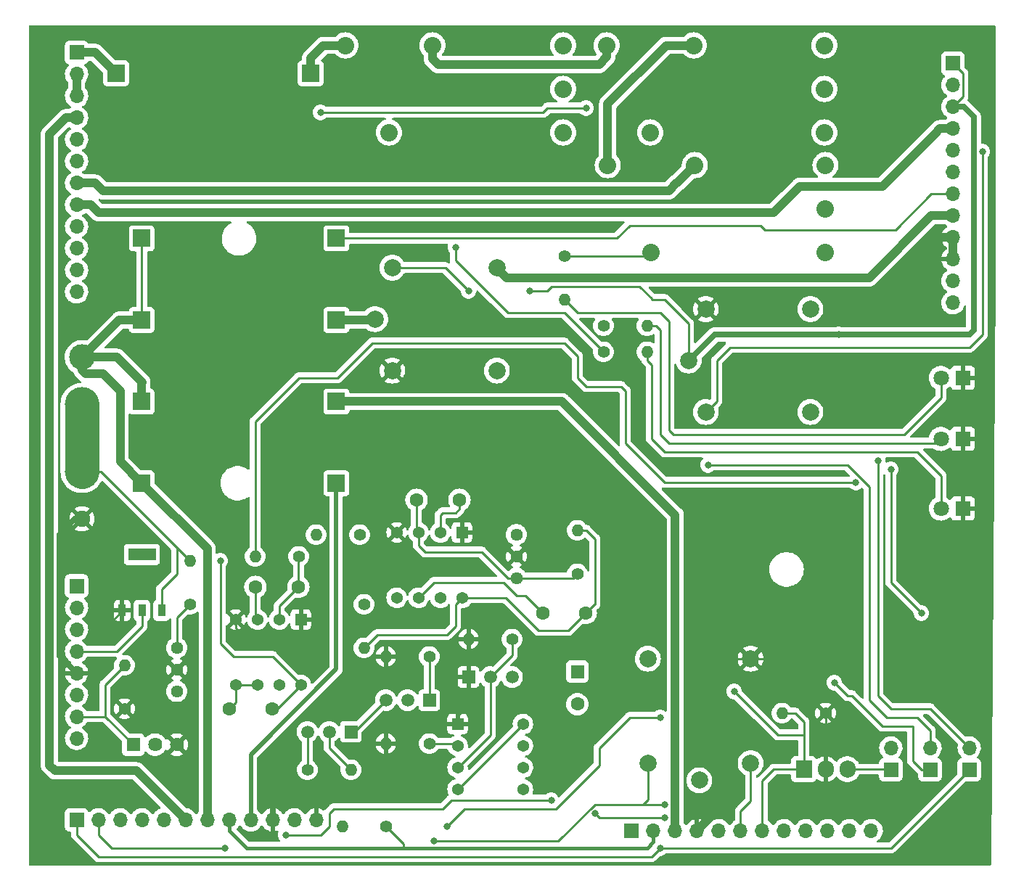
<source format=gbr>
%TF.GenerationSoftware,KiCad,Pcbnew,(6.0.5)*%
%TF.CreationDate,2022-09-04T18:06:33+09:00*%
%TF.ProjectId,LAST SHUTDOWN,4c415354-2053-4485-9554-444f574e2e6b,rev?*%
%TF.SameCoordinates,Original*%
%TF.FileFunction,Copper,L1,Top*%
%TF.FilePolarity,Positive*%
%FSLAX46Y46*%
G04 Gerber Fmt 4.6, Leading zero omitted, Abs format (unit mm)*
G04 Created by KiCad (PCBNEW (6.0.5)) date 2022-09-04 18:06:33*
%MOMM*%
%LPD*%
G01*
G04 APERTURE LIST*
%TA.AperFunction,ComponentPad*%
%ADD10R,1.800000X1.800000*%
%TD*%
%TA.AperFunction,ComponentPad*%
%ADD11C,1.800000*%
%TD*%
%TA.AperFunction,ComponentPad*%
%ADD12C,1.400000*%
%TD*%
%TA.AperFunction,ComponentPad*%
%ADD13O,1.400000X1.400000*%
%TD*%
%TA.AperFunction,ComponentPad*%
%ADD14C,2.032000*%
%TD*%
%TA.AperFunction,ComponentPad*%
%ADD15R,1.700000X1.700000*%
%TD*%
%TA.AperFunction,ComponentPad*%
%ADD16O,1.700000X1.700000*%
%TD*%
%TA.AperFunction,ComponentPad*%
%ADD17R,1.500000X1.500000*%
%TD*%
%TA.AperFunction,ComponentPad*%
%ADD18C,1.500000*%
%TD*%
%TA.AperFunction,ComponentPad*%
%ADD19R,2.000000X2.000000*%
%TD*%
%TA.AperFunction,ComponentPad*%
%ADD20R,1.905000X2.000000*%
%TD*%
%TA.AperFunction,ComponentPad*%
%ADD21O,1.905000X2.000000*%
%TD*%
%TA.AperFunction,ComponentPad*%
%ADD22C,2.000000*%
%TD*%
%TA.AperFunction,ComponentPad*%
%ADD23R,1.625600X1.625600*%
%TD*%
%TA.AperFunction,ComponentPad*%
%ADD24C,1.625600*%
%TD*%
%TA.AperFunction,ComponentPad*%
%ADD25C,3.000000*%
%TD*%
%TA.AperFunction,ComponentPad*%
%ADD26C,4.000000*%
%TD*%
%TA.AperFunction,ComponentPad*%
%ADD27C,1.600000*%
%TD*%
%TA.AperFunction,ComponentPad*%
%ADD28C,1.440000*%
%TD*%
%TA.AperFunction,ComponentPad*%
%ADD29R,1.371600X1.371600*%
%TD*%
%TA.AperFunction,ComponentPad*%
%ADD30C,1.371600*%
%TD*%
%TA.AperFunction,SMDPad,CuDef*%
%ADD31R,0.889000X1.473200*%
%TD*%
%TA.AperFunction,SMDPad,CuDef*%
%ADD32R,3.200400X1.473200*%
%TD*%
%TA.AperFunction,ComponentPad*%
%ADD33C,1.905000*%
%TD*%
%TA.AperFunction,ComponentPad*%
%ADD34R,1.600000X1.600000*%
%TD*%
%TA.AperFunction,ViaPad*%
%ADD35C,0.800000*%
%TD*%
%TA.AperFunction,ViaPad*%
%ADD36C,1.000000*%
%TD*%
%TA.AperFunction,ViaPad*%
%ADD37C,0.700000*%
%TD*%
%TA.AperFunction,Conductor*%
%ADD38C,0.250000*%
%TD*%
%TA.AperFunction,Conductor*%
%ADD39C,4.000000*%
%TD*%
%TA.AperFunction,Conductor*%
%ADD40C,1.000000*%
%TD*%
%TA.AperFunction,Conductor*%
%ADD41C,0.700000*%
%TD*%
%TA.AperFunction,Conductor*%
%ADD42C,0.400000*%
%TD*%
%TA.AperFunction,Conductor*%
%ADD43C,0.500000*%
%TD*%
G04 APERTURE END LIST*
D10*
%TO.P,D2,1,K*%
%TO.N,BRAKE_GND*%
X164343000Y-116840000D03*
D11*
%TO.P,D2,2,A*%
%TO.N,Net-(D2-Pad2)*%
X161803000Y-116840000D03*
%TD*%
D10*
%TO.P,D1,1,K*%
%TO.N,BRAKE_GND*%
X164343000Y-109728000D03*
D11*
%TO.P,D1,2,A*%
%TO.N,Net-(D1-Pad2)*%
X161803000Y-109728000D03*
%TD*%
D10*
%TO.P,D3,1,K*%
%TO.N,BRAKE_GND*%
X164343000Y-124968000D03*
D11*
%TO.P,D3,2,A*%
%TO.N,Net-(D3-Pad2)*%
X161803000Y-124968000D03*
%TD*%
D12*
%TO.P,R9,1*%
%TO.N,BRAKE_GND*%
X66548000Y-148336000D03*
D13*
%TO.P,R9,2*%
%TO.N,BRAKE_OUT*%
X66548000Y-143256000D03*
%TD*%
D14*
%TO.P,RELAY_BSPD,1,V*%
%TO.N,BOTS_IN*%
X148196500Y-70921800D03*
%TO.P,RELAY_BSPD,2,Out*%
%TO.N,Net-(RELAY_BSPD1-Pad2)*%
X132956500Y-70921800D03*
%TO.P,RELAY_BSPD,4,12V*%
%TO.N,Net-(RELAY_BMS1-Pad2)*%
X122796500Y-70921800D03*
%TO.P,RELAY_BSPD,6,N*%
%TO.N,Net-(R13-Pad1)*%
X127876500Y-81081800D03*
%TO.P,RELAY_BSPD,8,L*%
%TO.N,SHUTDOWN_RESET*%
X148196500Y-81081800D03*
%TO.P,RELAY_BSPD,9,D*%
%TO.N,Net-(J3-Pad2)*%
X148196500Y-76001800D03*
%TD*%
D15*
%TO.P,J2,1,Pin_1*%
%TO.N,Net-(J2-Pad1)*%
X155956000Y-155448000D03*
D16*
%TO.P,J2,2,Pin_2*%
%TO.N,Net-(J2-Pad2)*%
X155956000Y-152908000D03*
%TD*%
D12*
%TO.P,R13,1*%
%TO.N,Net-(R13-Pad1)*%
X122428000Y-103632000D03*
D13*
%TO.P,R13,2*%
%TO.N,Net-(D2-Pad2)*%
X127508000Y-103632000D03*
%TD*%
D12*
%TO.P,R15,1*%
%TO.N,Net-(C5-Pad2)*%
X102108000Y-152400000D03*
D13*
%TO.P,R15,2*%
%TO.N,BRAKE_GND*%
X97028000Y-152400000D03*
%TD*%
D17*
%TO.P,Q5,1,E*%
%TO.N,BRAKE_GND*%
X106680000Y-144632000D03*
D18*
%TO.P,Q5,2,B*%
%TO.N,Net-(Q5-Pad2)*%
X109220000Y-144632000D03*
%TO.P,Q5,3,C*%
%TO.N,BSPD_FAULT*%
X111760000Y-144632000D03*
%TD*%
D19*
%TO.P,F5,1*%
%TO.N,HV_AUX3_OUT*%
X65580000Y-74200000D03*
%TO.P,F5,2*%
%TO.N,Net-(F5-Pad2)*%
X88280000Y-74200000D03*
%TD*%
D15*
%TO.P,J4,1,Pin_1*%
%TO.N,Net-(J4-Pad1)*%
X160528000Y-155448000D03*
D16*
%TO.P,J4,2,Pin_2*%
%TO.N,Net-(J4-Pad2)*%
X160528000Y-152908000D03*
%TD*%
D12*
%TO.P,R14,1*%
%TO.N,Net-(C5-Pad1)*%
X102108000Y-142240000D03*
D13*
%TO.P,R14,2*%
%TO.N,BRAKE_GND*%
X97028000Y-142240000D03*
%TD*%
D19*
%TO.P,F4,1*%
%TO.N,LV_ECU*%
X91265000Y-122015000D03*
%TO.P,F4,2*%
%TO.N,BOTS_OUT*%
X68565000Y-122015000D03*
%TD*%
D15*
%TO.P,DASHBOARD,1,Pin_1*%
%TO.N,BSPD_FAULT*%
X60960000Y-161290000D03*
D16*
%TO.P,DASHBOARD,2,Pin_2*%
%TO.N,IMD_FAULT*%
X63500000Y-161290000D03*
%TO.P,DASHBOARD,3,Pin_3*%
%TO.N,BMS_FAULT*%
X66040000Y-161290000D03*
%TO.P,DASHBOARD,4,Pin_4*%
%TO.N,unconnected-(DASHBOARD1-Pad4)*%
X68580000Y-161290000D03*
%TO.P,DASHBOARD,5,Pin_5*%
%TO.N,BRAKE_OUT*%
X71120000Y-161290000D03*
%TO.P,DASHBOARD,6,Pin_6*%
%TO.N,HV_AUX1_OUT*%
X73660000Y-161290000D03*
%TO.P,DASHBOARD,7,Pin_7*%
%TO.N,BOTS_OUT*%
X76200000Y-161290000D03*
%TO.P,DASHBOARD,8,Pin_8*%
%TO.N,AIR-_ACTIVE*%
X78740000Y-161290000D03*
%TO.P,DASHBOARD,9,Pin_9*%
%TO.N,LV_ECU*%
X81280000Y-161290000D03*
%TO.P,DASHBOARD,10,Pin_10*%
%TO.N,BRAKE_GND*%
X83820000Y-161290000D03*
%TO.P,DASHBOARD,11,Pin_11*%
%TO.N,HV_ACTIVE_LED*%
X86360000Y-161290000D03*
%TO.P,DASHBOARD,12,Pin_12*%
%TO.N,BRAKE_GND*%
X88900000Y-161290000D03*
%TD*%
D12*
%TO.P,R7,1*%
%TO.N,Net-(C1-Pad1)*%
X86868000Y-130556000D03*
D13*
%TO.P,R7,2*%
%TO.N,BMS_HALL*%
X81788000Y-130556000D03*
%TD*%
D19*
%TO.P,F3,1*%
%TO.N,LV_PACK*%
X91265000Y-112490000D03*
%TO.P,F3,2*%
%TO.N,BOTS_OUT*%
X68565000Y-112490000D03*
%TD*%
D20*
%TO.P,Q2,1,G*%
%TO.N,IMD_FAULT*%
X145796000Y-155377000D03*
D21*
%TO.P,Q2,2,D*%
%TO.N,BRAKE_GND*%
X148336000Y-155377000D03*
%TO.P,Q2,3,S*%
%TO.N,Net-(J2-Pad1)*%
X150876000Y-155377000D03*
%TD*%
D12*
%TO.P,R11,1*%
%TO.N,Net-(Q4-Pad2)*%
X94488000Y-136144000D03*
D13*
%TO.P,R11,2*%
%TO.N,BOTS_IN*%
X94488000Y-141224000D03*
%TD*%
D22*
%TO.P,K3,1*%
%TO.N,BRAKE_GND*%
X139604000Y-142486000D03*
%TO.P,K3,2*%
%TO.N,BOTS_IN*%
X127604000Y-154686000D03*
%TO.P,K3,6*%
%TO.N,BMS_FAULT*%
X139604000Y-154686000D03*
%TO.P,K3,7*%
%TO.N,Net-(J4-Pad1)*%
X133604000Y-156686000D03*
%TO.P,K3,14*%
%TO.N,unconnected-(K3-Pad14)*%
X127604000Y-142486000D03*
%TD*%
D23*
%TO.P,Q1,1,G*%
%TO.N,BRAKE_OUT*%
X67564000Y-152514300D03*
D24*
%TO.P,Q1,2,D*%
%TO.N,BRAKE_LIGHT-*%
X70104000Y-152514300D03*
%TO.P,Q1,3,S*%
%TO.N,BRAKE_GND*%
X72644000Y-152514300D03*
%TD*%
D15*
%TO.P,PEDAL,1,Pin_1*%
%TO.N,unconnected-(pedal1-Pad1)*%
X60960000Y-134000000D03*
D16*
%TO.P,PEDAL,2,Pin_2*%
%TO.N,unconnected-(pedal1-Pad2)*%
X60960000Y-136540000D03*
%TO.P,PEDAL,3,Pin_3*%
%TO.N,BRAKE*%
X60960000Y-139080000D03*
%TO.P,PEDAL,4,Pin_4*%
%TO.N,BRAKE_PWR*%
X60960000Y-141620000D03*
%TO.P,PEDAL,5,Pin_5*%
%TO.N,BRAKE_GND*%
X60960000Y-144160000D03*
%TO.P,PEDAL,6,Pin_6*%
%TO.N,BOTS_IN*%
X60960000Y-146700000D03*
%TO.P,PEDAL,7,Pin_7*%
%TO.N,BRAKE_OUT*%
X60960000Y-149240000D03*
%TO.P,PEDAL,8,Pin_8*%
%TO.N,unconnected-(pedal1-Pad8)*%
X60960000Y-151780000D03*
%TD*%
D14*
%TO.P,RELAY_BMS,1,V*%
%TO.N,BOTS_IN*%
X117716500Y-70921800D03*
%TO.P,RELAY_BMS,2,Out*%
%TO.N,Net-(RELAY_BMS1-Pad2)*%
X102476500Y-70921800D03*
%TO.P,RELAY_BMS,4,12V*%
%TO.N,Net-(F5-Pad2)*%
X92316500Y-70921800D03*
%TO.P,RELAY_BMS,6,N*%
%TO.N,Net-(R16-Pad1)*%
X97396500Y-81081800D03*
%TO.P,RELAY_BMS,8,L*%
%TO.N,SHUTDOWN_RESET*%
X117716500Y-81081800D03*
%TO.P,RELAY_BMS,9,D*%
%TO.N,Net-(J4-Pad2)*%
X117716500Y-76001800D03*
%TD*%
D25*
%TO.P,J5,1,Pin_1*%
%TO.N,BOTS_OUT*%
X61595000Y-107315000D03*
D26*
%TO.P,J5,2,Pin_2*%
%TO.N,BOTS_IN*%
X61595000Y-112826800D03*
%TD*%
D12*
%TO.P,R3,1*%
%TO.N,Net-(C2-Pad2)*%
X119380000Y-132588000D03*
D13*
%TO.P,R3,2*%
%TO.N,BOTS_IN*%
X119380000Y-127508000D03*
%TD*%
D12*
%TO.P,R12,1*%
%TO.N,BRAKE_GND*%
X148336000Y-148844000D03*
D13*
%TO.P,R12,2*%
%TO.N,IMD_FAULT*%
X143256000Y-148844000D03*
%TD*%
D15*
%TO.P,J3,1,Pin_1*%
%TO.N,BSPD_FAULT*%
X165100000Y-155448000D03*
D16*
%TO.P,J3,2,Pin_2*%
%TO.N,Net-(J3-Pad2)*%
X165100000Y-152908000D03*
%TD*%
D17*
%TO.P,Q4,1,E*%
%TO.N,Net-(C5-Pad1)*%
X102108000Y-147320000D03*
D18*
%TO.P,Q4,2,B*%
%TO.N,Net-(Q4-Pad2)*%
X99568000Y-147320000D03*
%TO.P,Q4,3,C*%
%TO.N,Net-(Q3-Pad1)*%
X97028000Y-147320000D03*
%TD*%
D17*
%TO.P,Q3,1,E*%
%TO.N,Net-(Q3-Pad1)*%
X92964000Y-151024000D03*
D18*
%TO.P,Q3,2,B*%
%TO.N,Net-(Q3-Pad2)*%
X90424000Y-151024000D03*
%TO.P,Q3,3,C*%
%TO.N,BOTS_IN*%
X87884000Y-151024000D03*
%TD*%
D27*
%TO.P,C2,1*%
%TO.N,Net-(C2-Pad1)*%
X105624000Y-123952000D03*
%TO.P,C2,2*%
%TO.N,Net-(C2-Pad2)*%
X100624000Y-123952000D03*
%TD*%
D28*
%TO.P,RV1,1,1*%
%TO.N,Net-(C1-Pad2)*%
X72644000Y-141224000D03*
%TO.P,RV1,2,2*%
%TO.N,BRAKE_GND*%
X72644000Y-143764000D03*
%TO.P,RV1,3,3*%
%TO.N,unconnected-(RV1-Pad3)*%
X72644000Y-146304000D03*
%TD*%
D14*
%TO.P,RELAY_IMD,1,V*%
%TO.N,BOTS_IN*%
X148323500Y-84891800D03*
%TO.P,RELAY_IMD,2,Out*%
%TO.N,HV_MASTER_OUT*%
X133083500Y-84891800D03*
%TO.P,RELAY_IMD,4,12V*%
%TO.N,Net-(RELAY_BSPD1-Pad2)*%
X122923500Y-84891800D03*
%TO.P,RELAY_IMD,6,N*%
%TO.N,Net-(R4-Pad1)*%
X128003500Y-95051800D03*
%TO.P,RELAY_IMD,8,L*%
%TO.N,SHUTDOWN_RESET*%
X148323500Y-95051800D03*
%TO.P,RELAY_IMD,9,D*%
%TO.N,Net-(J2-Pad2)*%
X148323500Y-89971800D03*
%TD*%
D12*
%TO.P,R2,1*%
%TO.N,Net-(C1-Pad2)*%
X74168000Y-136144000D03*
D13*
%TO.P,R2,2*%
%TO.N,BOTS_IN*%
X74168000Y-131064000D03*
%TD*%
D15*
%TO.P,JUNCTION,1,Pin_1*%
%TO.N,AIR-_ACTIVE*%
X163195000Y-73020000D03*
D16*
%TO.P,JUNCTION,2,Pin_2*%
%TO.N,unconnected-(JUNCTION1-Pad2)*%
X163195000Y-75560000D03*
%TO.P,JUNCTION,3,Pin_3*%
%TO.N,AIR-_ACTIVE*%
X163195000Y-78100000D03*
%TO.P,JUNCTION,4,Pin_4*%
%TO.N,HVD_INTERLOCK_OUT*%
X163195000Y-80640000D03*
%TO.P,JUNCTION,5,Pin_5*%
%TO.N,AIR+_ACTIVE_SIG*%
X163195000Y-83180000D03*
%TO.P,JUNCTION,6,Pin_6*%
%TO.N,BMS_HALL*%
X163195000Y-85720000D03*
%TO.P,JUNCTION,7,Pin_7*%
%TO.N,LV_TSAL*%
X163195000Y-88260000D03*
%TO.P,JUNCTION,8,Pin_8*%
%TO.N,LV_INV*%
X163195000Y-90800000D03*
%TO.P,JUNCTION,9,Pin_9*%
%TO.N,BRAKE_GND*%
X163195000Y-93340000D03*
%TO.P,JUNCTION,10,Pin_10*%
X163195000Y-95880000D03*
%TO.P,JUNCTION,11,Pin_11*%
%TO.N,BRAKE_LIGHT-*%
X163195000Y-98420000D03*
%TO.P,JUNCTION,12,Pin_12*%
%TO.N,unconnected-(JUNCTION1-Pad12)*%
X163195000Y-100960000D03*
%TD*%
D28*
%TO.P,RV2,1,1*%
%TO.N,Net-(C2-Pad2)*%
X112268000Y-133096000D03*
%TO.P,RV2,2,2*%
%TO.N,BRAKE_GND*%
X112268000Y-130556000D03*
%TO.P,RV2,3,3*%
%TO.N,unconnected-(RV2-Pad3)*%
X112268000Y-128016000D03*
%TD*%
D29*
%TO.P,U2,1,GND*%
%TO.N,BRAKE_GND*%
X87122000Y-137922000D03*
D30*
%TO.P,U2,2,+*%
%TO.N,Net-(C1-Pad1)*%
X84582000Y-137922000D03*
%TO.P,U2,3,-*%
%TO.N,Net-(C1-Pad2)*%
X82042000Y-137922000D03*
%TO.P,U2,4,V-*%
%TO.N,BRAKE_GND*%
X79502000Y-137922000D03*
%TO.P,U2,5,BAL*%
%TO.N,Net-(C3-Pad2)*%
X79502000Y-145542000D03*
%TO.P,U2,6,STRB*%
X82042000Y-145542000D03*
%TO.P,U2,7*%
%TO.N,Net-(Q3-Pad2)*%
X84582000Y-145542000D03*
%TO.P,U2,8,V+*%
%TO.N,BOTS_IN*%
X87122000Y-145542000D03*
%TD*%
D12*
%TO.P,R16,1*%
%TO.N,Net-(R16-Pad1)*%
X122428000Y-106680000D03*
D13*
%TO.P,R16,2*%
%TO.N,Net-(D3-Pad2)*%
X127508000Y-106680000D03*
%TD*%
D19*
%TO.P,F1,1*%
%TO.N,Net-(F1-Pad1)*%
X91265000Y-102965000D03*
%TO.P,F1,2*%
%TO.N,BOTS_OUT*%
X68565000Y-102965000D03*
%TD*%
D12*
%TO.P,R1,1*%
%TO.N,AIR-_ACTIVE*%
X97028000Y-162052000D03*
D13*
%TO.P,R1,2*%
%TO.N,HV_ACTIVE_LED*%
X91948000Y-162052000D03*
%TD*%
D27*
%TO.P,C1,1*%
%TO.N,Net-(C1-Pad1)*%
X86828000Y-134112000D03*
%TO.P,C1,2*%
%TO.N,Net-(C1-Pad2)*%
X81828000Y-134112000D03*
%TD*%
D31*
%TO.P,U1,1,GND*%
%TO.N,BRAKE_GND*%
X66290000Y-136867900D03*
%TO.P,U1,2,VO*%
%TO.N,BRAKE_PWR*%
X68580000Y-136867900D03*
%TO.P,U1,3,VI*%
%TO.N,BOTS_IN*%
X70870000Y-136867900D03*
D32*
%TO.P,U1,4*%
%TO.N,N/C*%
X68580000Y-130340100D03*
%TD*%
D19*
%TO.P,F2,1*%
%TO.N,LV_TSAL*%
X91265000Y-93440000D03*
%TO.P,F2,2*%
%TO.N,BOTS_OUT*%
X68565000Y-93440000D03*
%TD*%
D12*
%TO.P,R4,1*%
%TO.N,Net-(R4-Pad1)*%
X117856000Y-95504000D03*
D13*
%TO.P,R4,2*%
%TO.N,Net-(D1-Pad2)*%
X117856000Y-100584000D03*
%TD*%
D15*
%TO.P,BATTERY_PACK,1,Pin_1*%
%TO.N,AIR+_ACTIVE*%
X125725000Y-162560000D03*
D16*
%TO.P,BATTERY_PACK,2,Pin_2*%
%TO.N,AIR-_ACTIVE*%
X128265000Y-162560000D03*
%TO.P,BATTERY_PACK,3,Pin_3*%
%TO.N,LV_PACK*%
X130805000Y-162560000D03*
%TO.P,BATTERY_PACK,4,Pin_4*%
%TO.N,BRAKE_GND*%
X133345000Y-162560000D03*
%TO.P,BATTERY_PACK,5,Pin_5*%
%TO.N,unconnected-(BATTERY_PACK1-Pad5)*%
X135885000Y-162560000D03*
%TO.P,BATTERY_PACK,6,Pin_6*%
%TO.N,BMS_FAULT*%
X138425000Y-162560000D03*
%TO.P,BATTERY_PACK,7,Pin_7*%
%TO.N,IMD_FAULT*%
X140965000Y-162560000D03*
%TO.P,BATTERY_PACK,8,Pin_8*%
%TO.N,BOTS_IN*%
X143505000Y-162560000D03*
%TO.P,BATTERY_PACK,9,Pin_9*%
%TO.N,BRAKE_LIGHT-*%
X146045000Y-162560000D03*
%TO.P,BATTERY_PACK,10,Pin_10*%
%TO.N,BMS_HALL*%
X148585000Y-162560000D03*
%TO.P,BATTERY_PACK,11,Pin_11*%
%TO.N,unconnected-(BATTERY_PACK1-Pad11)*%
X151125000Y-162560000D03*
%TO.P,BATTERY_PACK,12,Pin_12*%
%TO.N,unconnected-(BATTERY_PACK1-Pad12)*%
X153665000Y-162560000D03*
%TD*%
D29*
%TO.P,U3,1,GND*%
%TO.N,BRAKE_GND*%
X105918000Y-127762000D03*
D30*
%TO.P,U3,2,+*%
%TO.N,Net-(C2-Pad1)*%
X103378000Y-127762000D03*
%TO.P,U3,3,-*%
%TO.N,Net-(C2-Pad2)*%
X100838000Y-127762000D03*
%TO.P,U3,4,V-*%
%TO.N,BRAKE_GND*%
X98298000Y-127762000D03*
%TO.P,U3,5,BAL*%
%TO.N,Net-(C4-Pad2)*%
X98298000Y-135382000D03*
%TO.P,U3,6,STRB*%
X100838000Y-135382000D03*
%TO.P,U3,7*%
%TO.N,Net-(Q4-Pad2)*%
X103378000Y-135382000D03*
%TO.P,U3,8,V+*%
%TO.N,BOTS_IN*%
X105918000Y-135382000D03*
%TD*%
D27*
%TO.P,C3,1*%
%TO.N,BOTS_IN*%
X83780000Y-148336000D03*
%TO.P,C3,2*%
%TO.N,Net-(C3-Pad2)*%
X78780000Y-148336000D03*
%TD*%
D29*
%TO.P,U4,1,GND*%
%TO.N,BRAKE_GND*%
X105410000Y-150114000D03*
D30*
%TO.P,U4,2,TR*%
%TO.N,Net-(C5-Pad2)*%
X105410000Y-152654000D03*
%TO.P,U4,3,Q*%
%TO.N,Net-(Q5-Pad2)*%
X105410000Y-155194000D03*
%TO.P,U4,4,R*%
%TO.N,Net-(C5-Pad1)*%
X105410000Y-157734000D03*
%TO.P,U4,5,CV*%
%TO.N,unconnected-(U4-Pad5)*%
X113030000Y-157734000D03*
%TO.P,U4,6,THR*%
%TO.N,Net-(C5-Pad2)*%
X113030000Y-155194000D03*
%TO.P,U4,7,DIS*%
%TO.N,unconnected-(U4-Pad7)*%
X113030000Y-152654000D03*
%TO.P,U4,8,VCC*%
%TO.N,Net-(C5-Pad1)*%
X113030000Y-150114000D03*
%TD*%
D26*
%TO.P,J1,1,Pin_1*%
%TO.N,BOTS_IN*%
X61595000Y-120650000D03*
D33*
%TO.P,J1,2,Pin_2*%
%TO.N,BRAKE_GND*%
X61595000Y-126161800D03*
%TD*%
D34*
%TO.P,C5,1*%
%TO.N,Net-(C5-Pad1)*%
X119380000Y-143993349D03*
D27*
%TO.P,C5,2*%
%TO.N,Net-(C5-Pad2)*%
X119380000Y-147793349D03*
%TD*%
D15*
%TO.P,SWITCH,1,Pin_1*%
%TO.N,HV_AUX3_OUT*%
X60960000Y-71750000D03*
D16*
%TO.P,SWITCH,2,Pin_2*%
%TO.N,HV_AUX2_OUT*%
X60960000Y-74290000D03*
%TO.P,SWITCH,3,Pin_3*%
X60960000Y-76830000D03*
%TO.P,SWITCH,4,Pin_4*%
%TO.N,HV_AUX1_OUT*%
X60960000Y-79370000D03*
%TO.P,SWITCH,5,Pin_5*%
%TO.N,unconnected-(SWITCH1-Pad5)*%
X60960000Y-81910000D03*
%TO.P,SWITCH,6,Pin_6*%
%TO.N,unconnected-(SWITCH1-Pad6)*%
X60960000Y-84450000D03*
%TO.P,SWITCH,7,Pin_7*%
%TO.N,HV_MASTER_OUT*%
X60960000Y-86990000D03*
%TO.P,SWITCH,8,Pin_8*%
%TO.N,HVD_INTERLOCK_OUT*%
X60960000Y-89530000D03*
%TO.P,SWITCH,9,Pin_9*%
%TO.N,SHUTDOWN_RESET*%
X60960000Y-92070000D03*
%TO.P,SWITCH,10,Pin_10*%
%TO.N,unconnected-(SWITCH1-Pad10)*%
X60960000Y-94610000D03*
%TO.P,SWITCH,11,Pin_11*%
%TO.N,unconnected-(SWITCH1-Pad11)*%
X60960000Y-97150000D03*
%TO.P,SWITCH,12,Pin_12*%
%TO.N,unconnected-(SWITCH1-Pad12)*%
X60960000Y-99690000D03*
%TD*%
D12*
%TO.P,R8,1*%
%TO.N,Net-(C2-Pad1)*%
X93980000Y-128016000D03*
D13*
%TO.P,R8,2*%
%TO.N,BRAKE*%
X88900000Y-128016000D03*
%TD*%
D12*
%TO.P,R10,1*%
%TO.N,BOTS_IN*%
X87884000Y-155448000D03*
D13*
%TO.P,R10,2*%
%TO.N,Net-(Q3-Pad2)*%
X92964000Y-155448000D03*
%TD*%
D22*
%TO.P,K1,1*%
%TO.N,unconnected-(K1-Pad1)*%
X146566000Y-113696000D03*
%TO.P,K1,2*%
%TO.N,BRAKE_GND*%
X134366000Y-101696000D03*
%TO.P,K1,6*%
%TO.N,AIR+_ACTIVE_SIG*%
X134366000Y-113696000D03*
%TO.P,K1,7*%
%TO.N,AIR-_ACTIVE*%
X132366000Y-107696000D03*
%TO.P,K1,14*%
%TO.N,AIR+_ACTIVE*%
X146566000Y-101696000D03*
%TD*%
%TO.P,K2,1*%
%TO.N,unconnected-(K2-Pad1)*%
X109990000Y-108870000D03*
%TO.P,K2,2*%
%TO.N,AIR-_ACTIVE*%
X97790000Y-96870000D03*
%TO.P,K2,6*%
%TO.N,BRAKE_GND*%
X97790000Y-108870000D03*
%TO.P,K2,7*%
%TO.N,Net-(F1-Pad1)*%
X95790000Y-102870000D03*
%TO.P,K2,14*%
%TO.N,LV_INV*%
X109990000Y-96870000D03*
%TD*%
D12*
%TO.P,R17,1*%
%TO.N,Net-(Q5-Pad2)*%
X111760000Y-140208000D03*
D13*
%TO.P,R17,2*%
%TO.N,BRAKE_GND*%
X106680000Y-140208000D03*
%TD*%
D27*
%TO.P,C4,1*%
%TO.N,BOTS_IN*%
X120356000Y-137160000D03*
%TO.P,C4,2*%
%TO.N,Net-(C4-Pad2)*%
X115356000Y-137160000D03*
%TD*%
D35*
%TO.N,BOTS_IN*%
X102616000Y-163792500D03*
X77724000Y-131064000D03*
X129540000Y-159512000D03*
D36*
%TO.N,BRAKE_GND*%
X133604000Y-124460000D03*
X139700000Y-123952000D03*
X148844000Y-102108000D03*
D37*
X83820000Y-155956000D03*
D36*
X135128000Y-133096000D03*
D35*
X62992000Y-140208000D03*
%TO.N,AIR-_ACTIVE*%
X149860000Y-104648000D03*
X106680000Y-99568000D03*
X113792000Y-99568000D03*
%TO.N,Net-(R16-Pad1)*%
X105156000Y-94488000D03*
%TO.N,IMD_FAULT*%
X129032000Y-149352000D03*
X78232000Y-164592000D03*
X104140000Y-162052000D03*
X137668000Y-146304000D03*
%TO.N,BSPD_FAULT*%
X129032000Y-164592000D03*
%TO.N,BMS_FAULT*%
X121416299Y-160532299D03*
X129540000Y-161036000D03*
X116332000Y-159004000D03*
X85344000Y-163068000D03*
%TO.N,Net-(J4-Pad1)*%
X149352000Y-145288000D03*
%TO.N,AIR+_ACTIVE_SIG*%
X166624000Y-83312000D03*
%TO.N,Net-(J4-Pad2)*%
X134620000Y-119888000D03*
%TO.N,SHUTDOWN_RESET*%
X120396000Y-78232000D03*
X89408000Y-78740000D03*
%TO.N,Net-(J3-Pad2)*%
X154432000Y-119380000D03*
%TO.N,BMS_HALL*%
X159512000Y-137160000D03*
X151887701Y-121924299D03*
X155956000Y-120396000D03*
%TD*%
D38*
%TO.N,BOTS_IN*%
X127000000Y-159512000D02*
X127604000Y-158908000D01*
X117131500Y-163792500D02*
X121412000Y-159512000D01*
X127000000Y-159512000D02*
X129540000Y-159512000D01*
X70870000Y-134362000D02*
X70870000Y-136867900D01*
X87122000Y-145542000D02*
X84328000Y-148336000D01*
X121372000Y-136144000D02*
X120356000Y-137160000D01*
X72644000Y-129540000D02*
X72644000Y-132588000D01*
X120396000Y-127508000D02*
X121412000Y-128524000D01*
X114808000Y-139192000D02*
X118324000Y-139192000D01*
X72644000Y-129540000D02*
X74168000Y-131064000D01*
X105918000Y-135382000D02*
X110998000Y-135382000D01*
X84328000Y-148336000D02*
X83780000Y-148336000D01*
X96012000Y-139700000D02*
X94488000Y-141224000D01*
X104140000Y-139700000D02*
X96012000Y-139700000D01*
X61595000Y-120650000D02*
X63754000Y-120650000D01*
X87884000Y-155448000D02*
X87884000Y-151024000D01*
X118324000Y-139192000D02*
X120356000Y-137160000D01*
X121412000Y-136144000D02*
X121372000Y-136144000D01*
X121412000Y-128524000D02*
X121412000Y-136144000D01*
X87122000Y-145542000D02*
X83820000Y-142240000D01*
X83820000Y-142240000D02*
X79248000Y-142240000D01*
D39*
X61595000Y-120650000D02*
X61595000Y-112826800D01*
D38*
X105156000Y-136144000D02*
X105156000Y-138684000D01*
X121412000Y-159512000D02*
X127000000Y-159512000D01*
X119380000Y-127508000D02*
X120396000Y-127508000D01*
X110998000Y-135382000D02*
X114808000Y-139192000D01*
X79248000Y-142240000D02*
X77724000Y-140716000D01*
X72644000Y-132588000D02*
X70870000Y-134362000D01*
X77724000Y-140716000D02*
X77724000Y-131064000D01*
X105918000Y-135382000D02*
X105156000Y-136144000D01*
X102616000Y-163792500D02*
X117131500Y-163792500D01*
X105156000Y-138684000D02*
X104140000Y-139700000D01*
X63754000Y-120650000D02*
X72644000Y-129540000D01*
X127604000Y-158908000D02*
X127604000Y-154686000D01*
%TO.N,Net-(Q3-Pad2)*%
X90424000Y-151024000D02*
X90424000Y-152908000D01*
X90424000Y-152908000D02*
X92964000Y-155448000D01*
D40*
%TO.N,BRAKE_GND*%
X135128000Y-133096000D02*
X135128000Y-143256000D01*
X135128000Y-153924000D02*
X136652000Y-155448000D01*
X139192000Y-124460000D02*
X139700000Y-123952000D01*
D38*
X106680000Y-147828000D02*
X105410000Y-149098000D01*
X164343000Y-109728000D02*
X164343000Y-116840000D01*
X164343000Y-124968000D02*
X164343000Y-116840000D01*
D40*
X148844000Y-102108000D02*
X151384000Y-102108000D01*
D38*
X87122000Y-138938000D02*
X87122000Y-137922000D01*
D41*
X58928000Y-142128000D02*
X58928000Y-128016000D01*
D38*
X83820000Y-159512000D02*
X88392000Y-159512000D01*
D41*
X60960000Y-144160000D02*
X58928000Y-142128000D01*
D38*
X148336000Y-155377000D02*
X148336000Y-148844000D01*
X60782200Y-126161800D02*
X61595000Y-126161800D01*
X148844000Y-99568000D02*
X151384000Y-102108000D01*
D40*
X161168000Y-93340000D02*
X163195000Y-93340000D01*
D38*
X88900000Y-160020000D02*
X88900000Y-161290000D01*
D40*
X163195000Y-93340000D02*
X163195000Y-95880000D01*
X135128000Y-143256000D02*
X135128000Y-153924000D01*
D38*
X135128000Y-143256000D02*
X135898000Y-142486000D01*
X79502000Y-137922000D02*
X79502000Y-138938000D01*
X141978000Y-142486000D02*
X148336000Y-148844000D01*
X106680000Y-140208000D02*
X106680000Y-144632000D01*
X136494000Y-99568000D02*
X148844000Y-99568000D01*
X66290000Y-136867900D02*
X66290000Y-136910000D01*
X66290000Y-136910000D02*
X62992000Y-140208000D01*
D40*
X136652000Y-159253000D02*
X133345000Y-162560000D01*
D38*
X79502000Y-138938000D02*
X80264000Y-139700000D01*
X134366000Y-101696000D02*
X136494000Y-99568000D01*
X105410000Y-149098000D02*
X105410000Y-150114000D01*
X80264000Y-139700000D02*
X86360000Y-139700000D01*
X135898000Y-142486000D02*
X139604000Y-142486000D01*
D41*
X58928000Y-128016000D02*
X60782200Y-126161800D01*
X83820000Y-159512000D02*
X83820000Y-155956000D01*
D40*
X151384000Y-102108000D02*
X152400000Y-102108000D01*
X133604000Y-124460000D02*
X139192000Y-124460000D01*
D41*
X83820000Y-161290000D02*
X83820000Y-159512000D01*
D40*
X152400000Y-102108000D02*
X161168000Y-93340000D01*
D38*
X86360000Y-139700000D02*
X87122000Y-138938000D01*
X106680000Y-144632000D02*
X106680000Y-147828000D01*
D40*
X136652000Y-155448000D02*
X136652000Y-159253000D01*
D38*
X88392000Y-159512000D02*
X88900000Y-160020000D01*
X139604000Y-142486000D02*
X141978000Y-142486000D01*
%TO.N,BRAKE_OUT*%
X64289700Y-149240000D02*
X67564000Y-152514300D01*
X60960000Y-149240000D02*
X64289700Y-149240000D01*
X64289700Y-149240000D02*
X64289700Y-145514300D01*
X64289700Y-145514300D02*
X66548000Y-143256000D01*
%TO.N,Net-(C2-Pad1)*%
X105156000Y-125476000D02*
X105624000Y-125008000D01*
X105624000Y-125008000D02*
X105624000Y-123952000D01*
X103378000Y-125730000D02*
X103632000Y-125476000D01*
X103378000Y-127762000D02*
X103378000Y-125730000D01*
X103632000Y-125476000D02*
X105156000Y-125476000D01*
%TO.N,Net-(C1-Pad1)*%
X84582000Y-137922000D02*
X84582000Y-136358000D01*
X84582000Y-136358000D02*
X86828000Y-134112000D01*
X86828000Y-134112000D02*
X86828000Y-130596000D01*
%TO.N,Net-(R4-Pad1)*%
X117856000Y-95504000D02*
X127551300Y-95504000D01*
X127551300Y-95504000D02*
X128003500Y-95051800D01*
%TO.N,Net-(D1-Pad2)*%
X130048000Y-115824000D02*
X130556000Y-116332000D01*
X117856000Y-100584000D02*
X119380000Y-102108000D01*
X161803000Y-112009000D02*
X161803000Y-109728000D01*
X157480000Y-116332000D02*
X161803000Y-112009000D01*
X130556000Y-116332000D02*
X157480000Y-116332000D01*
X129032000Y-102108000D02*
X130048000Y-103124000D01*
X130048000Y-103124000D02*
X130048000Y-115824000D01*
X119380000Y-102108000D02*
X129032000Y-102108000D01*
%TO.N,Net-(C2-Pad2)*%
X118872000Y-133096000D02*
X119380000Y-132588000D01*
X111252000Y-133096000D02*
X112268000Y-133096000D01*
X100624000Y-127548000D02*
X100838000Y-127762000D01*
X100624000Y-123952000D02*
X100624000Y-127548000D01*
X101600000Y-130048000D02*
X108204000Y-130048000D01*
X108204000Y-130048000D02*
X111252000Y-133096000D01*
X100838000Y-127762000D02*
X100838000Y-129286000D01*
X112268000Y-133096000D02*
X118872000Y-133096000D01*
X100838000Y-129286000D02*
X101600000Y-130048000D01*
%TO.N,Net-(C1-Pad2)*%
X72644000Y-137668000D02*
X74168000Y-136144000D01*
X81828000Y-137708000D02*
X82042000Y-137922000D01*
X81828000Y-134112000D02*
X81828000Y-137708000D01*
X72644000Y-141224000D02*
X72644000Y-137668000D01*
D42*
%TO.N,AIR-_ACTIVE*%
X99060000Y-164592000D02*
X127508000Y-164592000D01*
X78740000Y-161290000D02*
X78740000Y-162560000D01*
D41*
X164460000Y-78100000D02*
X165608000Y-79248000D01*
X165608000Y-79248000D02*
X165608000Y-104140000D01*
D38*
X128016000Y-100456282D02*
X128016000Y-100584000D01*
D41*
X132366000Y-107696000D02*
X134906000Y-105156000D01*
X135414000Y-104648000D02*
X134906000Y-105156000D01*
D38*
X128016000Y-100584000D02*
X129540000Y-100584000D01*
X103982000Y-96870000D02*
X106680000Y-99568000D01*
D41*
X165100000Y-104648000D02*
X149860000Y-104648000D01*
D38*
X116332000Y-99060000D02*
X126619718Y-99060000D01*
D42*
X78740000Y-162560000D02*
X80772000Y-164592000D01*
D41*
X165608000Y-104140000D02*
X165100000Y-104648000D01*
X163195000Y-78100000D02*
X164460000Y-78100000D01*
D38*
X115824000Y-99568000D02*
X116332000Y-99060000D01*
X113792000Y-99568000D02*
X115824000Y-99568000D01*
D41*
X149860000Y-104648000D02*
X135414000Y-104648000D01*
D38*
X164369511Y-76925489D02*
X164369511Y-74194511D01*
X129540000Y-100584000D02*
X132366000Y-103410000D01*
X97028000Y-162052000D02*
X99060000Y-164084000D01*
X99060000Y-164084000D02*
X99060000Y-164592000D01*
X163195000Y-78100000D02*
X164369511Y-76925489D01*
X132366000Y-103410000D02*
X132366000Y-107696000D01*
D42*
X127508000Y-164592000D02*
X128265000Y-163835000D01*
D38*
X126619718Y-99060000D02*
X128016000Y-100456282D01*
X164369511Y-74194511D02*
X163195000Y-73020000D01*
D42*
X83820000Y-164592000D02*
X99060000Y-164592000D01*
X80772000Y-164592000D02*
X83820000Y-164592000D01*
X128265000Y-163835000D02*
X128265000Y-162560000D01*
D38*
X97790000Y-96870000D02*
X103982000Y-96870000D01*
%TO.N,Net-(Q5-Pad2)*%
X109220000Y-144632000D02*
X109220000Y-151384000D01*
X109220000Y-144632000D02*
X111760000Y-142092000D01*
X109220000Y-151384000D02*
X105410000Y-155194000D01*
X111760000Y-142092000D02*
X111760000Y-140208000D01*
%TO.N,Net-(R16-Pad1)*%
X105156000Y-96012000D02*
X111252000Y-102108000D01*
X117856000Y-102108000D02*
X111252000Y-102108000D01*
X105156000Y-94488000D02*
X105156000Y-96012000D01*
X122428000Y-106680000D02*
X117856000Y-102108000D01*
%TO.N,Net-(D3-Pad2)*%
X127508000Y-107696000D02*
X128016000Y-108204000D01*
X127508000Y-106680000D02*
X127508000Y-107696000D01*
X128016000Y-108204000D02*
X128016000Y-116840000D01*
X129540000Y-118364000D02*
X159004000Y-118364000D01*
X161803000Y-121163000D02*
X161803000Y-124968000D01*
X128016000Y-116840000D02*
X129540000Y-118364000D01*
X159004000Y-118364000D02*
X161803000Y-121163000D01*
%TO.N,Net-(C5-Pad2)*%
X105156000Y-152400000D02*
X105410000Y-152654000D01*
X102108000Y-152400000D02*
X105156000Y-152400000D01*
%TO.N,Net-(C5-Pad1)*%
X102108000Y-142240000D02*
X102108000Y-147320000D01*
X113030000Y-150114000D02*
X105410000Y-157734000D01*
%TO.N,Net-(D2-Pad2)*%
X130048000Y-117348000D02*
X161295000Y-117348000D01*
X127508000Y-103632000D02*
X128524000Y-103632000D01*
X161295000Y-117348000D02*
X161803000Y-116840000D01*
X129032000Y-116332000D02*
X130048000Y-117348000D01*
X129032000Y-104140000D02*
X129032000Y-116332000D01*
X128524000Y-103632000D02*
X129032000Y-104140000D01*
%TO.N,IMD_FAULT*%
X125476000Y-149352000D02*
X129032000Y-149352000D01*
X145796000Y-151384000D02*
X145796000Y-155377000D01*
X142311000Y-155377000D02*
X145796000Y-155377000D01*
X116840000Y-160020000D02*
X121920000Y-154940000D01*
X104140000Y-162052000D02*
X106172000Y-160020000D01*
X65024000Y-164592000D02*
X78232000Y-164592000D01*
X140965000Y-156723000D02*
X142311000Y-155377000D01*
X106172000Y-160020000D02*
X116840000Y-160020000D01*
X137668000Y-146304000D02*
X142748000Y-151384000D01*
X121920000Y-154940000D02*
X121920000Y-152908000D01*
X144780000Y-148844000D02*
X145796000Y-149860000D01*
X63500000Y-161290000D02*
X63500000Y-163068000D01*
X145796000Y-149860000D02*
X145796000Y-151384000D01*
X143256000Y-148844000D02*
X144780000Y-148844000D01*
X63500000Y-163068000D02*
X65024000Y-164592000D01*
X142748000Y-151384000D02*
X145796000Y-151384000D01*
X140965000Y-156723000D02*
X140965000Y-162560000D01*
X121920000Y-152908000D02*
X125476000Y-149352000D01*
%TO.N,Net-(Q3-Pad1)*%
X93324000Y-151024000D02*
X92964000Y-151024000D01*
X97028000Y-147320000D02*
X93324000Y-151024000D01*
%TO.N,BSPD_FAULT*%
X63500000Y-165608000D02*
X60960000Y-163068000D01*
X128016000Y-165608000D02*
X63500000Y-165608000D01*
X165100000Y-155448000D02*
X155956000Y-164592000D01*
X60960000Y-163068000D02*
X60960000Y-161290000D01*
X129032000Y-164592000D02*
X128016000Y-165608000D01*
X155956000Y-164592000D02*
X155448000Y-164592000D01*
X155448000Y-164592000D02*
X129032000Y-164592000D01*
%TO.N,Net-(J2-Pad1)*%
X155885000Y-155377000D02*
X155956000Y-155448000D01*
X150876000Y-155377000D02*
X155885000Y-155377000D01*
%TO.N,Net-(C3-Pad2)*%
X79502000Y-147614000D02*
X78780000Y-148336000D01*
X79502000Y-145542000D02*
X82042000Y-145542000D01*
X79502000Y-145542000D02*
X79502000Y-147614000D01*
%TO.N,Net-(C4-Pad2)*%
X110744000Y-133604000D02*
X112268000Y-135128000D01*
X112268000Y-135128000D02*
X113324000Y-135128000D01*
X102616000Y-133604000D02*
X110744000Y-133604000D01*
X100838000Y-135382000D02*
X102616000Y-133604000D01*
X113324000Y-135128000D02*
X115356000Y-137160000D01*
%TO.N,BMS_FAULT*%
X103124000Y-160020000D02*
X103632000Y-160020000D01*
X139604000Y-159100000D02*
X138425000Y-160279000D01*
X85344000Y-163068000D02*
X89408000Y-163068000D01*
X121920000Y-161036000D02*
X129540000Y-161036000D01*
X104648000Y-159004000D02*
X116332000Y-159004000D01*
X89408000Y-163068000D02*
X90424000Y-162052000D01*
X139604000Y-154686000D02*
X139604000Y-159100000D01*
X90424000Y-162052000D02*
X90424000Y-160528000D01*
X90424000Y-160528000D02*
X90932000Y-160020000D01*
X90932000Y-160020000D02*
X103124000Y-160020000D01*
X104140000Y-159512000D02*
X104648000Y-159004000D01*
X138425000Y-160279000D02*
X138425000Y-162560000D01*
X103632000Y-160020000D02*
X104140000Y-159512000D01*
X121416299Y-160532299D02*
X121920000Y-161036000D01*
%TO.N,Net-(J4-Pad1)*%
X151384000Y-146812000D02*
X154940000Y-150368000D01*
X158496000Y-154432000D02*
X159512000Y-155448000D01*
X154940000Y-150368000D02*
X158496000Y-150368000D01*
X149352000Y-145288000D02*
X150876000Y-146812000D01*
X158496000Y-150368000D02*
X158496000Y-154432000D01*
X159512000Y-155448000D02*
X160528000Y-155448000D01*
X150876000Y-146812000D02*
X151384000Y-146812000D01*
%TO.N,Net-(F1-Pad1)*%
X95695000Y-102965000D02*
X95790000Y-102870000D01*
D40*
X91265000Y-102965000D02*
X95695000Y-102965000D01*
%TO.N,LV_INV*%
X160660000Y-90800000D02*
X163195000Y-90800000D01*
X160660000Y-90800000D02*
X153416000Y-98044000D01*
X153416000Y-98044000D02*
X111164000Y-98044000D01*
X111164000Y-98044000D02*
X109990000Y-96870000D01*
D38*
%TO.N,AIR+_ACTIVE_SIG*%
X134366000Y-113696000D02*
X135636000Y-112426000D01*
X166624000Y-104648000D02*
X166624000Y-83312000D01*
X137160000Y-106172000D02*
X165100000Y-106172000D01*
X135636000Y-112426000D02*
X135636000Y-107696000D01*
X135636000Y-107696000D02*
X137160000Y-106172000D01*
X165100000Y-106172000D02*
X166624000Y-104648000D01*
%TO.N,BRAKE_PWR*%
X60960000Y-141620000D02*
X65644000Y-141620000D01*
X68580000Y-138684000D02*
X68580000Y-136867900D01*
X65644000Y-141620000D02*
X68580000Y-138684000D01*
%TO.N,Net-(J4-Pad2)*%
X134620000Y-119888000D02*
X150876000Y-119888000D01*
X153416000Y-147320000D02*
X155448000Y-149352000D01*
X155448000Y-149352000D02*
X159004000Y-149352000D01*
X150876000Y-119888000D02*
X153416000Y-122428000D01*
X153416000Y-122428000D02*
X153416000Y-147320000D01*
X159004000Y-149352000D02*
X160528000Y-150876000D01*
X160528000Y-150876000D02*
X160528000Y-152908000D01*
%TO.N,SHUTDOWN_RESET*%
X115374700Y-78740000D02*
X115882700Y-78232000D01*
X115882700Y-78232000D02*
X120396000Y-78232000D01*
X89408000Y-78740000D02*
X115374700Y-78740000D01*
D40*
%TO.N,Net-(RELAY_BMS1-Pad2)*%
X102476500Y-70921800D02*
X102476500Y-72504500D01*
X122796500Y-72275500D02*
X122796500Y-70921800D01*
X121920000Y-73152000D02*
X122796500Y-72275500D01*
X102476500Y-72504500D02*
X103124000Y-73152000D01*
X103124000Y-73152000D02*
X121920000Y-73152000D01*
%TO.N,Net-(F5-Pad2)*%
X88280000Y-74200000D02*
X88280000Y-72375000D01*
X89733200Y-70921800D02*
X92316500Y-70921800D01*
X88280000Y-72375000D02*
X89733200Y-70921800D01*
D38*
%TO.N,Net-(J3-Pad2)*%
X155956000Y-148336000D02*
X154432000Y-146812000D01*
X165100000Y-152908000D02*
X160528000Y-148336000D01*
X154432000Y-146812000D02*
X154432000Y-120904000D01*
X154432000Y-120904000D02*
X154432000Y-119380000D01*
X160528000Y-148336000D02*
X155956000Y-148336000D01*
D40*
%TO.N,Net-(RELAY_BSPD1-Pad2)*%
X122923500Y-84891800D02*
X122923500Y-77736500D01*
X122923500Y-77736500D02*
X129738200Y-70921800D01*
X129738200Y-70921800D02*
X132956500Y-70921800D01*
%TO.N,HV_MASTER_OUT*%
X63114000Y-86990000D02*
X63500000Y-87376000D01*
D38*
X130942000Y-86990000D02*
X130985300Y-86990000D01*
D40*
X130048000Y-87884000D02*
X130942000Y-86990000D01*
X60960000Y-86990000D02*
X63114000Y-86990000D01*
X64008000Y-87884000D02*
X130048000Y-87884000D01*
X63500000Y-87376000D02*
X64008000Y-87884000D01*
X130985300Y-86990000D02*
X133083500Y-84891800D01*
%TO.N,HV_AUX3_OUT*%
X62225000Y-71750000D02*
X60960000Y-71750000D01*
X63135000Y-71755000D02*
X62230000Y-71755000D01*
X65580000Y-74200000D02*
X63135000Y-71755000D01*
D38*
X62230000Y-71755000D02*
X62225000Y-71750000D01*
D43*
%TO.N,LV_ECU*%
X81280000Y-153670000D02*
X81280000Y-161290000D01*
X91265000Y-122015000D02*
X91265000Y-143685000D01*
X91265000Y-143685000D02*
X81280000Y-153670000D01*
D40*
%TO.N,BOTS_OUT*%
X61595000Y-107315000D02*
X65945000Y-102965000D01*
D38*
X68565000Y-93440000D02*
X68565000Y-102965000D01*
D40*
X65945000Y-102965000D02*
X68565000Y-102965000D01*
X68580000Y-110236000D02*
X68565000Y-110251000D01*
X66040000Y-111252000D02*
X66040000Y-119490000D01*
X68565000Y-122015000D02*
X76200000Y-129650000D01*
X64008000Y-109220000D02*
X66040000Y-111252000D01*
X61976000Y-109220000D02*
X64008000Y-109220000D01*
X61595000Y-107315000D02*
X61595000Y-108839000D01*
X65659000Y-107315000D02*
X68580000Y-110236000D01*
X76200000Y-129650000D02*
X76200000Y-161290000D01*
X68565000Y-110251000D02*
X68565000Y-112490000D01*
X61595000Y-108839000D02*
X61976000Y-109220000D01*
X61595000Y-107315000D02*
X65659000Y-107315000D01*
X66040000Y-119490000D02*
X68565000Y-122015000D01*
D38*
%TO.N,LV_TSAL*%
X141224000Y-92456000D02*
X156464000Y-92456000D01*
X140716000Y-91948000D02*
X141224000Y-92456000D01*
X156464000Y-92456000D02*
X160660000Y-88260000D01*
X123984000Y-93440000D02*
X125476000Y-91948000D01*
X160660000Y-88260000D02*
X163195000Y-88260000D01*
X91265000Y-93440000D02*
X123984000Y-93440000D01*
X125476000Y-91948000D02*
X140716000Y-91948000D01*
D40*
%TO.N,LV_PACK*%
X130805000Y-162560000D02*
X130805000Y-149855000D01*
X117570000Y-112490000D02*
X130805000Y-125725000D01*
X91265000Y-112490000D02*
X93440000Y-112490000D01*
X93440000Y-112490000D02*
X117570000Y-112490000D01*
X130805000Y-125725000D02*
X130805000Y-149855000D01*
%TO.N,HV_AUX1_OUT*%
X59695000Y-79370000D02*
X60960000Y-79370000D01*
X73660000Y-161290000D02*
X67945000Y-155575000D01*
X67945000Y-155575000D02*
X58420000Y-155575000D01*
X57785000Y-81280000D02*
X59695000Y-79370000D01*
X58420000Y-155575000D02*
X57785000Y-154940000D01*
X57785000Y-154940000D02*
X57785000Y-81280000D01*
%TO.N,HVD_INTERLOCK_OUT*%
X161036000Y-81280000D02*
X161676000Y-80640000D01*
X154940000Y-87376000D02*
X161036000Y-81280000D01*
X86360000Y-90424000D02*
X142240000Y-90424000D01*
X145288000Y-87376000D02*
X154940000Y-87376000D01*
X60960000Y-89530000D02*
X62606000Y-89530000D01*
X161676000Y-80640000D02*
X163195000Y-80640000D01*
X62992000Y-89916000D02*
X63500000Y-90424000D01*
X63500000Y-90424000D02*
X86360000Y-90424000D01*
X142240000Y-90424000D02*
X145288000Y-87376000D01*
X62606000Y-89530000D02*
X62992000Y-89916000D01*
D38*
%TO.N,BMS_HALL*%
X124968000Y-117348000D02*
X124968000Y-111252000D01*
X129544299Y-121924299D02*
X124968000Y-117348000D01*
X159512000Y-137160000D02*
X155956000Y-133604000D01*
X81788000Y-114808000D02*
X81788000Y-130556000D01*
X124460000Y-110744000D02*
X120396000Y-110744000D01*
X155956000Y-133604000D02*
X155956000Y-120396000D01*
X91377978Y-109728000D02*
X86868000Y-109728000D01*
X124968000Y-111252000D02*
X124460000Y-110744000D01*
X86868000Y-109728000D02*
X81788000Y-114808000D01*
X117856000Y-105664000D02*
X95441978Y-105664000D01*
X120396000Y-110744000D02*
X119380000Y-109728000D01*
X119380000Y-107188000D02*
X117856000Y-105664000D01*
X119380000Y-109728000D02*
X119380000Y-107188000D01*
X95441978Y-105664000D02*
X91377978Y-109728000D01*
X151887701Y-121924299D02*
X129544299Y-121924299D01*
D40*
%TO.N,HV_AUX2_OUT*%
X60960000Y-74290000D02*
X60960000Y-76830000D01*
%TD*%
%TA.AperFunction,Conductor*%
%TO.N,BRAKE_GND*%
G36*
X168090121Y-68600002D02*
G01*
X168136614Y-68653658D01*
X168148000Y-68706000D01*
X168148000Y-98043472D01*
X168147997Y-98044405D01*
X167640926Y-166498933D01*
X167620419Y-166566904D01*
X167566421Y-166612998D01*
X167514929Y-166624000D01*
X55498000Y-166624000D01*
X55429879Y-166603998D01*
X55383386Y-166550342D01*
X55372000Y-166498000D01*
X55372000Y-81276462D01*
X56771626Y-81276462D01*
X56772206Y-81282593D01*
X56775941Y-81322109D01*
X56776500Y-81333967D01*
X56776500Y-154878157D01*
X56775763Y-154891764D01*
X56772953Y-154917637D01*
X56771676Y-154929388D01*
X56772213Y-154935523D01*
X56776050Y-154979388D01*
X56776379Y-154984214D01*
X56776500Y-154986686D01*
X56776500Y-154989769D01*
X56776801Y-154992837D01*
X56780690Y-155032506D01*
X56780812Y-155033819D01*
X56788913Y-155126413D01*
X56790400Y-155131532D01*
X56790920Y-155136833D01*
X56817791Y-155225834D01*
X56818126Y-155226967D01*
X56838638Y-155297566D01*
X56844091Y-155316336D01*
X56846544Y-155321068D01*
X56848084Y-155326169D01*
X56850978Y-155331612D01*
X56891731Y-155408260D01*
X56892343Y-155409426D01*
X56918165Y-155459241D01*
X56935108Y-155491926D01*
X56938431Y-155496089D01*
X56940934Y-155500796D01*
X56999755Y-155572918D01*
X57000446Y-155573774D01*
X57031738Y-155612973D01*
X57034242Y-155615477D01*
X57034884Y-155616195D01*
X57038585Y-155620528D01*
X57065935Y-155654062D01*
X57092911Y-155676378D01*
X57101264Y-155683288D01*
X57110045Y-155691279D01*
X57663145Y-156244379D01*
X57672247Y-156254522D01*
X57695968Y-156284025D01*
X57729550Y-156312204D01*
X57734421Y-156316291D01*
X57738070Y-156319473D01*
X57739883Y-156321117D01*
X57742075Y-156323309D01*
X57775276Y-156350580D01*
X57776164Y-156351318D01*
X57804800Y-156375346D01*
X57842753Y-156407193D01*
X57842756Y-156407195D01*
X57847474Y-156411154D01*
X57852147Y-156413723D01*
X57856262Y-156417103D01*
X57861691Y-156420014D01*
X57861694Y-156420016D01*
X57938180Y-156461028D01*
X57939338Y-156461657D01*
X58008852Y-156499872D01*
X58020787Y-156506433D01*
X58025865Y-156508044D01*
X58030563Y-156510563D01*
X58119498Y-156537753D01*
X58120702Y-156538128D01*
X58209306Y-156566235D01*
X58214597Y-156566828D01*
X58219698Y-156568388D01*
X58312311Y-156577795D01*
X58313431Y-156577915D01*
X58363227Y-156583500D01*
X58366756Y-156583500D01*
X58367739Y-156583555D01*
X58373426Y-156584003D01*
X58389478Y-156585633D01*
X58410336Y-156587752D01*
X58410339Y-156587752D01*
X58416463Y-156588374D01*
X58462112Y-156584059D01*
X58473969Y-156583500D01*
X67475075Y-156583500D01*
X67543196Y-156603502D01*
X67564170Y-156620405D01*
X70737087Y-159793322D01*
X70771113Y-159855634D01*
X70766048Y-159926449D01*
X70723501Y-159983285D01*
X70687139Y-160002181D01*
X70591756Y-160033357D01*
X70556681Y-160051616D01*
X70441801Y-160111419D01*
X70393607Y-160136507D01*
X70389474Y-160139610D01*
X70389471Y-160139612D01*
X70237524Y-160253697D01*
X70214965Y-160270635D01*
X70211393Y-160274373D01*
X70094684Y-160396502D01*
X70060629Y-160432138D01*
X69953201Y-160589621D01*
X69898293Y-160634621D01*
X69827768Y-160642792D01*
X69764021Y-160611538D01*
X69743324Y-160587054D01*
X69662822Y-160462617D01*
X69662820Y-160462614D01*
X69660014Y-160458277D01*
X69509670Y-160293051D01*
X69505619Y-160289852D01*
X69505615Y-160289848D01*
X69338414Y-160157800D01*
X69338410Y-160157798D01*
X69334359Y-160154598D01*
X69326735Y-160150389D01*
X69250363Y-160108230D01*
X69138789Y-160046638D01*
X69133920Y-160044914D01*
X69133916Y-160044912D01*
X68933087Y-159973795D01*
X68933083Y-159973794D01*
X68928212Y-159972069D01*
X68923119Y-159971162D01*
X68923116Y-159971161D01*
X68713373Y-159933800D01*
X68713367Y-159933799D01*
X68708284Y-159932894D01*
X68634452Y-159931992D01*
X68490081Y-159930228D01*
X68490079Y-159930228D01*
X68484911Y-159930165D01*
X68264091Y-159963955D01*
X68051756Y-160033357D01*
X68016681Y-160051616D01*
X67901801Y-160111419D01*
X67853607Y-160136507D01*
X67849474Y-160139610D01*
X67849471Y-160139612D01*
X67697524Y-160253697D01*
X67674965Y-160270635D01*
X67671393Y-160274373D01*
X67554684Y-160396502D01*
X67520629Y-160432138D01*
X67413201Y-160589621D01*
X67358293Y-160634621D01*
X67287768Y-160642792D01*
X67224021Y-160611538D01*
X67203324Y-160587054D01*
X67122822Y-160462617D01*
X67122820Y-160462614D01*
X67120014Y-160458277D01*
X66969670Y-160293051D01*
X66965619Y-160289852D01*
X66965615Y-160289848D01*
X66798414Y-160157800D01*
X66798410Y-160157798D01*
X66794359Y-160154598D01*
X66786735Y-160150389D01*
X66710363Y-160108230D01*
X66598789Y-160046638D01*
X66593920Y-160044914D01*
X66593916Y-160044912D01*
X66393087Y-159973795D01*
X66393083Y-159973794D01*
X66388212Y-159972069D01*
X66383119Y-159971162D01*
X66383116Y-159971161D01*
X66173373Y-159933800D01*
X66173367Y-159933799D01*
X66168284Y-159932894D01*
X66094452Y-159931992D01*
X65950081Y-159930228D01*
X65950079Y-159930228D01*
X65944911Y-159930165D01*
X65724091Y-159963955D01*
X65511756Y-160033357D01*
X65476681Y-160051616D01*
X65361801Y-160111419D01*
X65313607Y-160136507D01*
X65309474Y-160139610D01*
X65309471Y-160139612D01*
X65157524Y-160253697D01*
X65134965Y-160270635D01*
X65131393Y-160274373D01*
X65014684Y-160396502D01*
X64980629Y-160432138D01*
X64873201Y-160589621D01*
X64818293Y-160634621D01*
X64747768Y-160642792D01*
X64684021Y-160611538D01*
X64663324Y-160587054D01*
X64582822Y-160462617D01*
X64582820Y-160462614D01*
X64580014Y-160458277D01*
X64429670Y-160293051D01*
X64425619Y-160289852D01*
X64425615Y-160289848D01*
X64258414Y-160157800D01*
X64258410Y-160157798D01*
X64254359Y-160154598D01*
X64246735Y-160150389D01*
X64170363Y-160108230D01*
X64058789Y-160046638D01*
X64053920Y-160044914D01*
X64053916Y-160044912D01*
X63853087Y-159973795D01*
X63853083Y-159973794D01*
X63848212Y-159972069D01*
X63843119Y-159971162D01*
X63843116Y-159971161D01*
X63633373Y-159933800D01*
X63633367Y-159933799D01*
X63628284Y-159932894D01*
X63554452Y-159931992D01*
X63410081Y-159930228D01*
X63410079Y-159930228D01*
X63404911Y-159930165D01*
X63184091Y-159963955D01*
X62971756Y-160033357D01*
X62936681Y-160051616D01*
X62821801Y-160111419D01*
X62773607Y-160136507D01*
X62769474Y-160139610D01*
X62769471Y-160139612D01*
X62617524Y-160253697D01*
X62594965Y-160270635D01*
X62526413Y-160342371D01*
X62514283Y-160355064D01*
X62452759Y-160390494D01*
X62381846Y-160387037D01*
X62324060Y-160345791D01*
X62305207Y-160312243D01*
X62263767Y-160201703D01*
X62260615Y-160193295D01*
X62173261Y-160076739D01*
X62056705Y-159989385D01*
X61920316Y-159938255D01*
X61858134Y-159931500D01*
X60061866Y-159931500D01*
X59999684Y-159938255D01*
X59863295Y-159989385D01*
X59746739Y-160076739D01*
X59659385Y-160193295D01*
X59608255Y-160329684D01*
X59601500Y-160391866D01*
X59601500Y-162188134D01*
X59608255Y-162250316D01*
X59659385Y-162386705D01*
X59746739Y-162503261D01*
X59863295Y-162590615D01*
X59999684Y-162641745D01*
X60061866Y-162648500D01*
X60200500Y-162648500D01*
X60268621Y-162668502D01*
X60315114Y-162722158D01*
X60326500Y-162774500D01*
X60326500Y-162989233D01*
X60325973Y-163000416D01*
X60324298Y-163007909D01*
X60324547Y-163015835D01*
X60324547Y-163015836D01*
X60326438Y-163075986D01*
X60326500Y-163079945D01*
X60326500Y-163107856D01*
X60326997Y-163111790D01*
X60326997Y-163111791D01*
X60327005Y-163111856D01*
X60327938Y-163123693D01*
X60329327Y-163167889D01*
X60334978Y-163187339D01*
X60338987Y-163206700D01*
X60341526Y-163226797D01*
X60344445Y-163234168D01*
X60344445Y-163234170D01*
X60357804Y-163267912D01*
X60361649Y-163279142D01*
X60371771Y-163313983D01*
X60373982Y-163321593D01*
X60378015Y-163328412D01*
X60378017Y-163328417D01*
X60384293Y-163339028D01*
X60392988Y-163356776D01*
X60400448Y-163375617D01*
X60405110Y-163382033D01*
X60405110Y-163382034D01*
X60426436Y-163411387D01*
X60432952Y-163421307D01*
X60448036Y-163446812D01*
X60455458Y-163459362D01*
X60469779Y-163473683D01*
X60482619Y-163488716D01*
X60494528Y-163505107D01*
X60521431Y-163527363D01*
X60528605Y-163533298D01*
X60537384Y-163541288D01*
X62996343Y-166000247D01*
X63003887Y-166008537D01*
X63008000Y-166015018D01*
X63013777Y-166020443D01*
X63057667Y-166061658D01*
X63060509Y-166064413D01*
X63080230Y-166084134D01*
X63083425Y-166086612D01*
X63092447Y-166094318D01*
X63124679Y-166124586D01*
X63131628Y-166128406D01*
X63142432Y-166134346D01*
X63158956Y-166145199D01*
X63174959Y-166157613D01*
X63215543Y-166175176D01*
X63226173Y-166180383D01*
X63264940Y-166201695D01*
X63272617Y-166203666D01*
X63272622Y-166203668D01*
X63284558Y-166206732D01*
X63303266Y-166213137D01*
X63321855Y-166221181D01*
X63329680Y-166222420D01*
X63329682Y-166222421D01*
X63365519Y-166228097D01*
X63377140Y-166230504D01*
X63408959Y-166238673D01*
X63419970Y-166241500D01*
X63440231Y-166241500D01*
X63459940Y-166243051D01*
X63479943Y-166246219D01*
X63487835Y-166245473D01*
X63493062Y-166244979D01*
X63523954Y-166242059D01*
X63535811Y-166241500D01*
X127937233Y-166241500D01*
X127948416Y-166242027D01*
X127955909Y-166243702D01*
X127963835Y-166243453D01*
X127963836Y-166243453D01*
X128023986Y-166241562D01*
X128027945Y-166241500D01*
X128055856Y-166241500D01*
X128059791Y-166241003D01*
X128059856Y-166240995D01*
X128071693Y-166240062D01*
X128103951Y-166239048D01*
X128107970Y-166238922D01*
X128115889Y-166238673D01*
X128135343Y-166233021D01*
X128154700Y-166229013D01*
X128166930Y-166227468D01*
X128166931Y-166227468D01*
X128174797Y-166226474D01*
X128182168Y-166223555D01*
X128182170Y-166223555D01*
X128215912Y-166210196D01*
X128227142Y-166206351D01*
X128261983Y-166196229D01*
X128261984Y-166196229D01*
X128269593Y-166194018D01*
X128276412Y-166189985D01*
X128276417Y-166189983D01*
X128287028Y-166183707D01*
X128304776Y-166175012D01*
X128323617Y-166167552D01*
X128343987Y-166152753D01*
X128359387Y-166141564D01*
X128369307Y-166135048D01*
X128400535Y-166116580D01*
X128400538Y-166116578D01*
X128407362Y-166112542D01*
X128421683Y-166098221D01*
X128436717Y-166085380D01*
X128438432Y-166084134D01*
X128453107Y-166073472D01*
X128458157Y-166067368D01*
X128458162Y-166067363D01*
X128481293Y-166039402D01*
X128489283Y-166030621D01*
X128982501Y-165537404D01*
X129044813Y-165503379D01*
X129071596Y-165500500D01*
X129127487Y-165500500D01*
X129133939Y-165499128D01*
X129133944Y-165499128D01*
X129220888Y-165480647D01*
X129314288Y-165460794D01*
X129320319Y-165458109D01*
X129482722Y-165385803D01*
X129482724Y-165385802D01*
X129488752Y-165383118D01*
X129643253Y-165270866D01*
X129647668Y-165265963D01*
X129652580Y-165261540D01*
X129653705Y-165262789D01*
X129707014Y-165229949D01*
X129740200Y-165225500D01*
X155877233Y-165225500D01*
X155888416Y-165226027D01*
X155895909Y-165227702D01*
X155903835Y-165227453D01*
X155903836Y-165227453D01*
X155963986Y-165225562D01*
X155967945Y-165225500D01*
X155995856Y-165225500D01*
X155999791Y-165225003D01*
X155999856Y-165224995D01*
X156011693Y-165224062D01*
X156043951Y-165223048D01*
X156047970Y-165222922D01*
X156055889Y-165222673D01*
X156075343Y-165217021D01*
X156094700Y-165213013D01*
X156106930Y-165211468D01*
X156106931Y-165211468D01*
X156114797Y-165210474D01*
X156122168Y-165207555D01*
X156122170Y-165207555D01*
X156155912Y-165194196D01*
X156167142Y-165190351D01*
X156201983Y-165180229D01*
X156201984Y-165180229D01*
X156209593Y-165178018D01*
X156216412Y-165173985D01*
X156216417Y-165173983D01*
X156227028Y-165167707D01*
X156244776Y-165159012D01*
X156263617Y-165151552D01*
X156299387Y-165125564D01*
X156309307Y-165119048D01*
X156340535Y-165100580D01*
X156340538Y-165100578D01*
X156347362Y-165096542D01*
X156361683Y-165082221D01*
X156376717Y-165069380D01*
X156386694Y-165062131D01*
X156393107Y-165057472D01*
X156421298Y-165023395D01*
X156429288Y-165014616D01*
X164600500Y-156843405D01*
X164662812Y-156809379D01*
X164689595Y-156806500D01*
X165998134Y-156806500D01*
X166060316Y-156799745D01*
X166196705Y-156748615D01*
X166313261Y-156661261D01*
X166400615Y-156544705D01*
X166451745Y-156408316D01*
X166457932Y-156351362D01*
X166458131Y-156349531D01*
X166458500Y-156346134D01*
X166458500Y-154549866D01*
X166451745Y-154487684D01*
X166400615Y-154351295D01*
X166313261Y-154234739D01*
X166196705Y-154147385D01*
X166173546Y-154138703D01*
X166078203Y-154102960D01*
X166021439Y-154060318D01*
X165996739Y-153993756D01*
X166011947Y-153924408D01*
X166033493Y-153895727D01*
X166088766Y-153840647D01*
X166138096Y-153791489D01*
X166197594Y-153708689D01*
X166265435Y-153614277D01*
X166268453Y-153610077D01*
X166274889Y-153597056D01*
X166365136Y-153414453D01*
X166365137Y-153414451D01*
X166367430Y-153409811D01*
X166432370Y-153196069D01*
X166461529Y-152974590D01*
X166461795Y-152963699D01*
X166463074Y-152911365D01*
X166463074Y-152911361D01*
X166463156Y-152908000D01*
X166444852Y-152685361D01*
X166390431Y-152468702D01*
X166301354Y-152263840D01*
X166248638Y-152182354D01*
X166182822Y-152080617D01*
X166182820Y-152080614D01*
X166180014Y-152076277D01*
X166029670Y-151911051D01*
X166025619Y-151907852D01*
X166025615Y-151907848D01*
X165858414Y-151775800D01*
X165858410Y-151775798D01*
X165854359Y-151772598D01*
X165849831Y-151770098D01*
X165739223Y-151709040D01*
X165658789Y-151664638D01*
X165653920Y-151662914D01*
X165653916Y-151662912D01*
X165453087Y-151591795D01*
X165453083Y-151591794D01*
X165448212Y-151590069D01*
X165443119Y-151589162D01*
X165443116Y-151589161D01*
X165233373Y-151551800D01*
X165233367Y-151551799D01*
X165228284Y-151550894D01*
X165154452Y-151549992D01*
X165010081Y-151548228D01*
X165010079Y-151548228D01*
X165004911Y-151548165D01*
X164784091Y-151581955D01*
X164771532Y-151586060D01*
X164700568Y-151588210D01*
X164643294Y-151555389D01*
X161031652Y-147943747D01*
X161024112Y-147935461D01*
X161020000Y-147928982D01*
X161006471Y-147916277D01*
X160970349Y-147882357D01*
X160967507Y-147879602D01*
X160947770Y-147859865D01*
X160944573Y-147857385D01*
X160935551Y-147849680D01*
X160909100Y-147824841D01*
X160903321Y-147819414D01*
X160896375Y-147815595D01*
X160896372Y-147815593D01*
X160885566Y-147809652D01*
X160869047Y-147798801D01*
X160866724Y-147796999D01*
X160853041Y-147786386D01*
X160845772Y-147783241D01*
X160845768Y-147783238D01*
X160812463Y-147768826D01*
X160801813Y-147763609D01*
X160763060Y-147742305D01*
X160743437Y-147737267D01*
X160724734Y-147730863D01*
X160713420Y-147725967D01*
X160713419Y-147725967D01*
X160706145Y-147722819D01*
X160698322Y-147721580D01*
X160698312Y-147721577D01*
X160662476Y-147715901D01*
X160650856Y-147713495D01*
X160615711Y-147704472D01*
X160615710Y-147704472D01*
X160608030Y-147702500D01*
X160587776Y-147702500D01*
X160568065Y-147700949D01*
X160555886Y-147699020D01*
X160548057Y-147697780D01*
X160540165Y-147698526D01*
X160504039Y-147701941D01*
X160492181Y-147702500D01*
X156270595Y-147702500D01*
X156202474Y-147682498D01*
X156181500Y-147665595D01*
X155102405Y-146586500D01*
X155068379Y-146524188D01*
X155065500Y-146497405D01*
X155065500Y-121092971D01*
X155085502Y-121024850D01*
X155139158Y-120978357D01*
X155209432Y-120968253D01*
X155274012Y-120997747D01*
X155285128Y-121008652D01*
X155290137Y-121014215D01*
X155320853Y-121078220D01*
X155322500Y-121098524D01*
X155322500Y-133525233D01*
X155321973Y-133536416D01*
X155320298Y-133543909D01*
X155320547Y-133551835D01*
X155320547Y-133551836D01*
X155322438Y-133611986D01*
X155322500Y-133615945D01*
X155322500Y-133643856D01*
X155322997Y-133647790D01*
X155322997Y-133647791D01*
X155323005Y-133647856D01*
X155323938Y-133659693D01*
X155325327Y-133703889D01*
X155330978Y-133723339D01*
X155334987Y-133742700D01*
X155337526Y-133762797D01*
X155340445Y-133770168D01*
X155340445Y-133770170D01*
X155353804Y-133803912D01*
X155357649Y-133815142D01*
X155369982Y-133857593D01*
X155374015Y-133864412D01*
X155374017Y-133864417D01*
X155380293Y-133875028D01*
X155388988Y-133892776D01*
X155396448Y-133911617D01*
X155401110Y-133918033D01*
X155401110Y-133918034D01*
X155422436Y-133947387D01*
X155428952Y-133957307D01*
X155446323Y-133986679D01*
X155451458Y-133995362D01*
X155465779Y-134009683D01*
X155478619Y-134024716D01*
X155490528Y-134041107D01*
X155510385Y-134057534D01*
X155524605Y-134069298D01*
X155533384Y-134077288D01*
X158564878Y-137108782D01*
X158598904Y-137171094D01*
X158601092Y-137184703D01*
X158609380Y-137263557D01*
X158617726Y-137342959D01*
X158618458Y-137349928D01*
X158677473Y-137531556D01*
X158680776Y-137537278D01*
X158680777Y-137537279D01*
X158704016Y-137577529D01*
X158772960Y-137696944D01*
X158777378Y-137701851D01*
X158777379Y-137701852D01*
X158873985Y-137809144D01*
X158900747Y-137838866D01*
X159055248Y-137951118D01*
X159061276Y-137953802D01*
X159061278Y-137953803D01*
X159164565Y-137999789D01*
X159229712Y-138028794D01*
X159323112Y-138048647D01*
X159410056Y-138067128D01*
X159410061Y-138067128D01*
X159416513Y-138068500D01*
X159607487Y-138068500D01*
X159613939Y-138067128D01*
X159613944Y-138067128D01*
X159700888Y-138048647D01*
X159794288Y-138028794D01*
X159859435Y-137999789D01*
X159962722Y-137953803D01*
X159962724Y-137953802D01*
X159968752Y-137951118D01*
X160123253Y-137838866D01*
X160150015Y-137809144D01*
X160246621Y-137701852D01*
X160246622Y-137701851D01*
X160251040Y-137696944D01*
X160319984Y-137577529D01*
X160343223Y-137537279D01*
X160343224Y-137537278D01*
X160346527Y-137531556D01*
X160405542Y-137349928D01*
X160406275Y-137342959D01*
X160424814Y-137166565D01*
X160425504Y-137160000D01*
X160410339Y-137015711D01*
X160406232Y-136976635D01*
X160406232Y-136976633D01*
X160405542Y-136970072D01*
X160346527Y-136788444D01*
X160327255Y-136755063D01*
X160258042Y-136635184D01*
X160251040Y-136623056D01*
X160241292Y-136612229D01*
X160127675Y-136486045D01*
X160127674Y-136486044D01*
X160123253Y-136481134D01*
X159968752Y-136368882D01*
X159962724Y-136366198D01*
X159962722Y-136366197D01*
X159800319Y-136293891D01*
X159800318Y-136293891D01*
X159794288Y-136291206D01*
X159695882Y-136270289D01*
X159613944Y-136252872D01*
X159613939Y-136252872D01*
X159607487Y-136251500D01*
X159551595Y-136251500D01*
X159483474Y-136231498D01*
X159462500Y-136214595D01*
X156626405Y-133378500D01*
X156592379Y-133316188D01*
X156589500Y-133289405D01*
X156589500Y-121098524D01*
X156609502Y-121030403D01*
X156621858Y-121014221D01*
X156695040Y-120932944D01*
X156790527Y-120767556D01*
X156849542Y-120585928D01*
X156851138Y-120570749D01*
X156868814Y-120402565D01*
X156869504Y-120396000D01*
X156865685Y-120359664D01*
X156850232Y-120212635D01*
X156850232Y-120212633D01*
X156849542Y-120206072D01*
X156790527Y-120024444D01*
X156775383Y-119998213D01*
X156711751Y-119888000D01*
X156695040Y-119859056D01*
X156567253Y-119717134D01*
X156412752Y-119604882D01*
X156406724Y-119602198D01*
X156406722Y-119602197D01*
X156244319Y-119529891D01*
X156244318Y-119529891D01*
X156238288Y-119527206D01*
X156144887Y-119507353D01*
X156057944Y-119488872D01*
X156057939Y-119488872D01*
X156051487Y-119487500D01*
X155860513Y-119487500D01*
X155854061Y-119488872D01*
X155854056Y-119488872D01*
X155767113Y-119507353D01*
X155673712Y-119527206D01*
X155667682Y-119529891D01*
X155667681Y-119529891D01*
X155512531Y-119598968D01*
X155442164Y-119608402D01*
X155377867Y-119578295D01*
X155340053Y-119518207D01*
X155335972Y-119470690D01*
X155340443Y-119428157D01*
X155345504Y-119380000D01*
X155331896Y-119250526D01*
X155326232Y-119196635D01*
X155326232Y-119196633D01*
X155325542Y-119190072D01*
X155323503Y-119183797D01*
X155323502Y-119183792D01*
X155316563Y-119162438D01*
X155314534Y-119091471D01*
X155351195Y-119030672D01*
X155414907Y-118999346D01*
X155436395Y-118997500D01*
X158689406Y-118997500D01*
X158757527Y-119017502D01*
X158778501Y-119034405D01*
X161132595Y-121388500D01*
X161166621Y-121450812D01*
X161169500Y-121477595D01*
X161169500Y-123633319D01*
X161149498Y-123701440D01*
X161101679Y-123745083D01*
X161049872Y-123772052D01*
X161045734Y-123775159D01*
X160876891Y-123901930D01*
X160864655Y-123911117D01*
X160704639Y-124078564D01*
X160574119Y-124269899D01*
X160476602Y-124479981D01*
X160414707Y-124703169D01*
X160390095Y-124933469D01*
X160390392Y-124938622D01*
X160390392Y-124938625D01*
X160399718Y-125100364D01*
X160403427Y-125164697D01*
X160404564Y-125169743D01*
X160404565Y-125169749D01*
X160426408Y-125266671D01*
X160454346Y-125390642D01*
X160456288Y-125395424D01*
X160456289Y-125395428D01*
X160516910Y-125544719D01*
X160541484Y-125605237D01*
X160662501Y-125802719D01*
X160814147Y-125977784D01*
X160992349Y-126125730D01*
X161192322Y-126242584D01*
X161408694Y-126325209D01*
X161413760Y-126326240D01*
X161413761Y-126326240D01*
X161466846Y-126337040D01*
X161635656Y-126371385D01*
X161766324Y-126376176D01*
X161861949Y-126379683D01*
X161861953Y-126379683D01*
X161867113Y-126379872D01*
X161872233Y-126379216D01*
X161872235Y-126379216D01*
X161959444Y-126368044D01*
X162096847Y-126350442D01*
X162101795Y-126348957D01*
X162101802Y-126348956D01*
X162313747Y-126285369D01*
X162318690Y-126283886D01*
X162399236Y-126244427D01*
X162522049Y-126184262D01*
X162522052Y-126184260D01*
X162526684Y-126181991D01*
X162715243Y-126047494D01*
X162718898Y-126043852D01*
X162718906Y-126043845D01*
X162760697Y-126002199D01*
X162823068Y-125968282D01*
X162893875Y-125973470D01*
X162950637Y-126016116D01*
X162967619Y-126047218D01*
X162989677Y-126106056D01*
X162998214Y-126121649D01*
X163074715Y-126223724D01*
X163087276Y-126236285D01*
X163189351Y-126312786D01*
X163204946Y-126321324D01*
X163325394Y-126366478D01*
X163340649Y-126370105D01*
X163391514Y-126375631D01*
X163398328Y-126376000D01*
X164070885Y-126376000D01*
X164086124Y-126371525D01*
X164087329Y-126370135D01*
X164089000Y-126362452D01*
X164089000Y-126357884D01*
X164597000Y-126357884D01*
X164601475Y-126373123D01*
X164602865Y-126374328D01*
X164610548Y-126375999D01*
X165287669Y-126375999D01*
X165294490Y-126375629D01*
X165345352Y-126370105D01*
X165360604Y-126366479D01*
X165481054Y-126321324D01*
X165496649Y-126312786D01*
X165598724Y-126236285D01*
X165611285Y-126223724D01*
X165687786Y-126121649D01*
X165696324Y-126106054D01*
X165741478Y-125985606D01*
X165745105Y-125970351D01*
X165750631Y-125919486D01*
X165751000Y-125912672D01*
X165751000Y-125240115D01*
X165746525Y-125224876D01*
X165745135Y-125223671D01*
X165737452Y-125222000D01*
X164615115Y-125222000D01*
X164599876Y-125226475D01*
X164598671Y-125227865D01*
X164597000Y-125235548D01*
X164597000Y-126357884D01*
X164089000Y-126357884D01*
X164089000Y-124695885D01*
X164597000Y-124695885D01*
X164601475Y-124711124D01*
X164602865Y-124712329D01*
X164610548Y-124714000D01*
X165732884Y-124714000D01*
X165748123Y-124709525D01*
X165749328Y-124708135D01*
X165750999Y-124700452D01*
X165750999Y-124023331D01*
X165750629Y-124016510D01*
X165745105Y-123965648D01*
X165741479Y-123950396D01*
X165696324Y-123829946D01*
X165687786Y-123814351D01*
X165611285Y-123712276D01*
X165598724Y-123699715D01*
X165496649Y-123623214D01*
X165481054Y-123614676D01*
X165360606Y-123569522D01*
X165345351Y-123565895D01*
X165294486Y-123560369D01*
X165287672Y-123560000D01*
X164615115Y-123560000D01*
X164599876Y-123564475D01*
X164598671Y-123565865D01*
X164597000Y-123573548D01*
X164597000Y-124695885D01*
X164089000Y-124695885D01*
X164089000Y-123578116D01*
X164084525Y-123562877D01*
X164083135Y-123561672D01*
X164075452Y-123560001D01*
X163398331Y-123560001D01*
X163391510Y-123560371D01*
X163340648Y-123565895D01*
X163325396Y-123569521D01*
X163204946Y-123614676D01*
X163189351Y-123623214D01*
X163087276Y-123699715D01*
X163074715Y-123712276D01*
X162998214Y-123814351D01*
X162989675Y-123829948D01*
X162968934Y-123885275D01*
X162926293Y-123942040D01*
X162859731Y-123966740D01*
X162790383Y-123951533D01*
X162767388Y-123934909D01*
X162766887Y-123934358D01*
X162704737Y-123885275D01*
X162589178Y-123794012D01*
X162589175Y-123794010D01*
X162585123Y-123790810D01*
X162578133Y-123786951D01*
X162501607Y-123744707D01*
X162451636Y-123694274D01*
X162436500Y-123634398D01*
X162436500Y-121241768D01*
X162437027Y-121230585D01*
X162438702Y-121223092D01*
X162437737Y-121192371D01*
X162436562Y-121155002D01*
X162436500Y-121151044D01*
X162436500Y-121123144D01*
X162435996Y-121119153D01*
X162435063Y-121107311D01*
X162434613Y-121092971D01*
X162433674Y-121063111D01*
X162431462Y-121055497D01*
X162431461Y-121055492D01*
X162428023Y-121043659D01*
X162424012Y-121024295D01*
X162422739Y-121014213D01*
X162421474Y-121004203D01*
X162418557Y-120996836D01*
X162418556Y-120996831D01*
X162405198Y-120963092D01*
X162401354Y-120951865D01*
X162397281Y-120937847D01*
X162389018Y-120909407D01*
X162378707Y-120891972D01*
X162370012Y-120874224D01*
X162362552Y-120855383D01*
X162336564Y-120819613D01*
X162330048Y-120809693D01*
X162311580Y-120778465D01*
X162311578Y-120778462D01*
X162307542Y-120771638D01*
X162293221Y-120757317D01*
X162280380Y-120742283D01*
X162273131Y-120732306D01*
X162268472Y-120725893D01*
X162234395Y-120697702D01*
X162225616Y-120689712D01*
X159732500Y-118196595D01*
X159698474Y-118134283D01*
X159703539Y-118063467D01*
X159746086Y-118006632D01*
X159812606Y-117981821D01*
X159821595Y-117981500D01*
X160930460Y-117981500D01*
X160994029Y-117998712D01*
X161192322Y-118114584D01*
X161408694Y-118197209D01*
X161413760Y-118198240D01*
X161413761Y-118198240D01*
X161466846Y-118209040D01*
X161635656Y-118243385D01*
X161766324Y-118248176D01*
X161861949Y-118251683D01*
X161861953Y-118251683D01*
X161867113Y-118251872D01*
X161872233Y-118251216D01*
X161872235Y-118251216D01*
X161971668Y-118238478D01*
X162096847Y-118222442D01*
X162101795Y-118220957D01*
X162101802Y-118220956D01*
X162313747Y-118157369D01*
X162318690Y-118155886D01*
X162323324Y-118153616D01*
X162522049Y-118056262D01*
X162522052Y-118056260D01*
X162526684Y-118053991D01*
X162715243Y-117919494D01*
X162718898Y-117915852D01*
X162718906Y-117915845D01*
X162760697Y-117874199D01*
X162823068Y-117840282D01*
X162893875Y-117845470D01*
X162950637Y-117888116D01*
X162967619Y-117919218D01*
X162989677Y-117978056D01*
X162998214Y-117993649D01*
X163074715Y-118095724D01*
X163087276Y-118108285D01*
X163189351Y-118184786D01*
X163204946Y-118193324D01*
X163325394Y-118238478D01*
X163340649Y-118242105D01*
X163391514Y-118247631D01*
X163398328Y-118248000D01*
X164070885Y-118248000D01*
X164086124Y-118243525D01*
X164087329Y-118242135D01*
X164089000Y-118234452D01*
X164089000Y-118229884D01*
X164597000Y-118229884D01*
X164601475Y-118245123D01*
X164602865Y-118246328D01*
X164610548Y-118247999D01*
X165287669Y-118247999D01*
X165294490Y-118247629D01*
X165345352Y-118242105D01*
X165360604Y-118238479D01*
X165481054Y-118193324D01*
X165496649Y-118184786D01*
X165598724Y-118108285D01*
X165611285Y-118095724D01*
X165687786Y-117993649D01*
X165696324Y-117978054D01*
X165741478Y-117857606D01*
X165745105Y-117842351D01*
X165750631Y-117791486D01*
X165751000Y-117784672D01*
X165751000Y-117112115D01*
X165746525Y-117096876D01*
X165745135Y-117095671D01*
X165737452Y-117094000D01*
X164615115Y-117094000D01*
X164599876Y-117098475D01*
X164598671Y-117099865D01*
X164597000Y-117107548D01*
X164597000Y-118229884D01*
X164089000Y-118229884D01*
X164089000Y-116567885D01*
X164597000Y-116567885D01*
X164601475Y-116583124D01*
X164602865Y-116584329D01*
X164610548Y-116586000D01*
X165732884Y-116586000D01*
X165748123Y-116581525D01*
X165749328Y-116580135D01*
X165750999Y-116572452D01*
X165750999Y-115895331D01*
X165750629Y-115888510D01*
X165745105Y-115837648D01*
X165741479Y-115822396D01*
X165696324Y-115701946D01*
X165687786Y-115686351D01*
X165611285Y-115584276D01*
X165598724Y-115571715D01*
X165496649Y-115495214D01*
X165481054Y-115486676D01*
X165360606Y-115441522D01*
X165345351Y-115437895D01*
X165294486Y-115432369D01*
X165287672Y-115432000D01*
X164615115Y-115432000D01*
X164599876Y-115436475D01*
X164598671Y-115437865D01*
X164597000Y-115445548D01*
X164597000Y-116567885D01*
X164089000Y-116567885D01*
X164089000Y-115450116D01*
X164084525Y-115434877D01*
X164083135Y-115433672D01*
X164075452Y-115432001D01*
X163398331Y-115432001D01*
X163391510Y-115432371D01*
X163340648Y-115437895D01*
X163325396Y-115441521D01*
X163204946Y-115486676D01*
X163189351Y-115495214D01*
X163087276Y-115571715D01*
X163074715Y-115584276D01*
X162998214Y-115686351D01*
X162989675Y-115701948D01*
X162968934Y-115757275D01*
X162926293Y-115814040D01*
X162859731Y-115838740D01*
X162790383Y-115823533D01*
X162767388Y-115806909D01*
X162766887Y-115806358D01*
X162704737Y-115757275D01*
X162589177Y-115666011D01*
X162589172Y-115666008D01*
X162585123Y-115662810D01*
X162580607Y-115660317D01*
X162580604Y-115660315D01*
X162386879Y-115553373D01*
X162386875Y-115553371D01*
X162382355Y-115550876D01*
X162377486Y-115549152D01*
X162377482Y-115549150D01*
X162168903Y-115475288D01*
X162168899Y-115475287D01*
X162164028Y-115473562D01*
X162158935Y-115472655D01*
X162158932Y-115472654D01*
X161941095Y-115433851D01*
X161941089Y-115433850D01*
X161936006Y-115432945D01*
X161858644Y-115432000D01*
X161709581Y-115430179D01*
X161709579Y-115430179D01*
X161704411Y-115430116D01*
X161475464Y-115465150D01*
X161255314Y-115537106D01*
X161250726Y-115539494D01*
X161250722Y-115539496D01*
X161054461Y-115641663D01*
X161049872Y-115644052D01*
X161045739Y-115647155D01*
X161045736Y-115647157D01*
X160899073Y-115757275D01*
X160864655Y-115783117D01*
X160704639Y-115950564D01*
X160574119Y-116141899D01*
X160476602Y-116351981D01*
X160414707Y-116575169D01*
X160414158Y-116580305D01*
X160414157Y-116580311D01*
X160411850Y-116601891D01*
X160384722Y-116667500D01*
X160326429Y-116708027D01*
X160286564Y-116714500D01*
X158297594Y-116714500D01*
X158229473Y-116694498D01*
X158182980Y-116640842D01*
X158172876Y-116570568D01*
X158202370Y-116505988D01*
X158208499Y-116499405D01*
X162195247Y-112512657D01*
X162203537Y-112505113D01*
X162210018Y-112501000D01*
X162256659Y-112451332D01*
X162259413Y-112448491D01*
X162279134Y-112428770D01*
X162281612Y-112425575D01*
X162289318Y-112416553D01*
X162314158Y-112390101D01*
X162319586Y-112384321D01*
X162329346Y-112366568D01*
X162340199Y-112350045D01*
X162347753Y-112340306D01*
X162352613Y-112334041D01*
X162370176Y-112293457D01*
X162375383Y-112282827D01*
X162396695Y-112244060D01*
X162398666Y-112236383D01*
X162398668Y-112236378D01*
X162401732Y-112224442D01*
X162408138Y-112205730D01*
X162410402Y-112200500D01*
X162416181Y-112187145D01*
X162417421Y-112179317D01*
X162417423Y-112179310D01*
X162423099Y-112143476D01*
X162425505Y-112131856D01*
X162434528Y-112096711D01*
X162434528Y-112096710D01*
X162436500Y-112089030D01*
X162436500Y-112068776D01*
X162438051Y-112049065D01*
X162439980Y-112036886D01*
X162441220Y-112029057D01*
X162437059Y-111985038D01*
X162436500Y-111973181D01*
X162436500Y-111064752D01*
X162456502Y-110996631D01*
X162507068Y-110951601D01*
X162514316Y-110948050D01*
X162522043Y-110944265D01*
X162522047Y-110944263D01*
X162526684Y-110941991D01*
X162530888Y-110938993D01*
X162530892Y-110938990D01*
X162619672Y-110875664D01*
X162715243Y-110807494D01*
X162718898Y-110803852D01*
X162718906Y-110803845D01*
X162760697Y-110762199D01*
X162823068Y-110728282D01*
X162893875Y-110733470D01*
X162950637Y-110776116D01*
X162967619Y-110807218D01*
X162989677Y-110866056D01*
X162998214Y-110881649D01*
X163074715Y-110983724D01*
X163087276Y-110996285D01*
X163189351Y-111072786D01*
X163204946Y-111081324D01*
X163325394Y-111126478D01*
X163340649Y-111130105D01*
X163391514Y-111135631D01*
X163398328Y-111136000D01*
X164070885Y-111136000D01*
X164086124Y-111131525D01*
X164087329Y-111130135D01*
X164089000Y-111122452D01*
X164089000Y-111117884D01*
X164597000Y-111117884D01*
X164601475Y-111133123D01*
X164602865Y-111134328D01*
X164610548Y-111135999D01*
X165287669Y-111135999D01*
X165294490Y-111135629D01*
X165345352Y-111130105D01*
X165360604Y-111126479D01*
X165481054Y-111081324D01*
X165496649Y-111072786D01*
X165598724Y-110996285D01*
X165611285Y-110983724D01*
X165687786Y-110881649D01*
X165696324Y-110866054D01*
X165741478Y-110745606D01*
X165745105Y-110730351D01*
X165750631Y-110679486D01*
X165751000Y-110672672D01*
X165751000Y-110000115D01*
X165746525Y-109984876D01*
X165745135Y-109983671D01*
X165737452Y-109982000D01*
X164615115Y-109982000D01*
X164599876Y-109986475D01*
X164598671Y-109987865D01*
X164597000Y-109995548D01*
X164597000Y-111117884D01*
X164089000Y-111117884D01*
X164089000Y-109455885D01*
X164597000Y-109455885D01*
X164601475Y-109471124D01*
X164602865Y-109472329D01*
X164610548Y-109474000D01*
X165732884Y-109474000D01*
X165748123Y-109469525D01*
X165749328Y-109468135D01*
X165750999Y-109460452D01*
X165750999Y-108783331D01*
X165750629Y-108776510D01*
X165745105Y-108725648D01*
X165741479Y-108710396D01*
X165696324Y-108589946D01*
X165687786Y-108574351D01*
X165611285Y-108472276D01*
X165598724Y-108459715D01*
X165496649Y-108383214D01*
X165481054Y-108374676D01*
X165360606Y-108329522D01*
X165345351Y-108325895D01*
X165294486Y-108320369D01*
X165287672Y-108320000D01*
X164615115Y-108320000D01*
X164599876Y-108324475D01*
X164598671Y-108325865D01*
X164597000Y-108333548D01*
X164597000Y-109455885D01*
X164089000Y-109455885D01*
X164089000Y-108338116D01*
X164084525Y-108322877D01*
X164083135Y-108321672D01*
X164075452Y-108320001D01*
X163398331Y-108320001D01*
X163391510Y-108320371D01*
X163340648Y-108325895D01*
X163325396Y-108329521D01*
X163204946Y-108374676D01*
X163189351Y-108383214D01*
X163087276Y-108459715D01*
X163074715Y-108472276D01*
X162998214Y-108574351D01*
X162989675Y-108589948D01*
X162968934Y-108645275D01*
X162926293Y-108702040D01*
X162859731Y-108726740D01*
X162790383Y-108711533D01*
X162767388Y-108694909D01*
X162766887Y-108694358D01*
X162704737Y-108645275D01*
X162589177Y-108554011D01*
X162589172Y-108554008D01*
X162585123Y-108550810D01*
X162580607Y-108548317D01*
X162580604Y-108548315D01*
X162386879Y-108441373D01*
X162386875Y-108441371D01*
X162382355Y-108438876D01*
X162377486Y-108437152D01*
X162377482Y-108437150D01*
X162168903Y-108363288D01*
X162168899Y-108363287D01*
X162164028Y-108361562D01*
X162158935Y-108360655D01*
X162158932Y-108360654D01*
X161941095Y-108321851D01*
X161941089Y-108321850D01*
X161936006Y-108320945D01*
X161858644Y-108320000D01*
X161709581Y-108318179D01*
X161709579Y-108318179D01*
X161704411Y-108318116D01*
X161475464Y-108353150D01*
X161255314Y-108425106D01*
X161250726Y-108427494D01*
X161250722Y-108427496D01*
X161056789Y-108528451D01*
X161049872Y-108532052D01*
X161045739Y-108535155D01*
X161045736Y-108535157D01*
X160899073Y-108645275D01*
X160864655Y-108671117D01*
X160704639Y-108838564D01*
X160701725Y-108842836D01*
X160701724Y-108842837D01*
X160681172Y-108872965D01*
X160574119Y-109029899D01*
X160476602Y-109239981D01*
X160414707Y-109463169D01*
X160390095Y-109693469D01*
X160390392Y-109698622D01*
X160390392Y-109698625D01*
X160399516Y-109856861D01*
X160403427Y-109924697D01*
X160404564Y-109929743D01*
X160404565Y-109929749D01*
X160424180Y-110016787D01*
X160454346Y-110150642D01*
X160456288Y-110155424D01*
X160456289Y-110155428D01*
X160539540Y-110360450D01*
X160541484Y-110365237D01*
X160579931Y-110427977D01*
X160644908Y-110534009D01*
X160662501Y-110562719D01*
X160814147Y-110737784D01*
X160914749Y-110821305D01*
X160987358Y-110881586D01*
X160992349Y-110885730D01*
X161092722Y-110944383D01*
X161107070Y-110952767D01*
X161155794Y-111004405D01*
X161169500Y-111061555D01*
X161169500Y-111694405D01*
X161149498Y-111762526D01*
X161132595Y-111783500D01*
X157254500Y-115661595D01*
X157192188Y-115695621D01*
X157165405Y-115698500D01*
X130870595Y-115698500D01*
X130802474Y-115678498D01*
X130781500Y-115661595D01*
X130718405Y-115598500D01*
X130684379Y-115536188D01*
X130681500Y-115509405D01*
X130681500Y-108202622D01*
X130701502Y-108134501D01*
X130755158Y-108088008D01*
X130825432Y-108077904D01*
X130890012Y-108107398D01*
X130926681Y-108162703D01*
X130926895Y-108163594D01*
X130936843Y-108187611D01*
X131015662Y-108377897D01*
X131017760Y-108382963D01*
X131020346Y-108387183D01*
X131139241Y-108581202D01*
X131139245Y-108581208D01*
X131141824Y-108585416D01*
X131296031Y-108765969D01*
X131476584Y-108920176D01*
X131480792Y-108922755D01*
X131480798Y-108922759D01*
X131648657Y-109025623D01*
X131679037Y-109044240D01*
X131683607Y-109046133D01*
X131683611Y-109046135D01*
X131893833Y-109133211D01*
X131898406Y-109135105D01*
X131969999Y-109152293D01*
X132124476Y-109189380D01*
X132124482Y-109189381D01*
X132129289Y-109190535D01*
X132366000Y-109209165D01*
X132602711Y-109190535D01*
X132607518Y-109189381D01*
X132607524Y-109189380D01*
X132762001Y-109152293D01*
X132833594Y-109135105D01*
X132838167Y-109133211D01*
X133048389Y-109046135D01*
X133048393Y-109046133D01*
X133052963Y-109044240D01*
X133083343Y-109025623D01*
X133251202Y-108922759D01*
X133251208Y-108922755D01*
X133255416Y-108920176D01*
X133435969Y-108765969D01*
X133590176Y-108585416D01*
X133592755Y-108581208D01*
X133592759Y-108581202D01*
X133711654Y-108387183D01*
X133714240Y-108382963D01*
X133716339Y-108377897D01*
X133803211Y-108168167D01*
X133803212Y-108168164D01*
X133805105Y-108163594D01*
X133833771Y-108044192D01*
X133859380Y-107937524D01*
X133859381Y-107937518D01*
X133860535Y-107932711D01*
X133879165Y-107696000D01*
X133861902Y-107476662D01*
X133876498Y-107407184D01*
X133898419Y-107377683D01*
X135732697Y-105543405D01*
X135795009Y-105509379D01*
X135821792Y-105506500D01*
X136620607Y-105506500D01*
X136688728Y-105526502D01*
X136735221Y-105580158D01*
X136745325Y-105650432D01*
X136717693Y-105712814D01*
X136694702Y-105740605D01*
X136686722Y-105749373D01*
X135243747Y-107192348D01*
X135235461Y-107199888D01*
X135228982Y-107204000D01*
X135223557Y-107209777D01*
X135182357Y-107253651D01*
X135179602Y-107256493D01*
X135159865Y-107276230D01*
X135157385Y-107279427D01*
X135149682Y-107288447D01*
X135119414Y-107320679D01*
X135115595Y-107327625D01*
X135115593Y-107327628D01*
X135109652Y-107338434D01*
X135098801Y-107354953D01*
X135086386Y-107370959D01*
X135083241Y-107378228D01*
X135083238Y-107378232D01*
X135068826Y-107411537D01*
X135063609Y-107422187D01*
X135042305Y-107460940D01*
X135040334Y-107468615D01*
X135040334Y-107468616D01*
X135037267Y-107480562D01*
X135030863Y-107499266D01*
X135022819Y-107517855D01*
X135021580Y-107525678D01*
X135021577Y-107525688D01*
X135015901Y-107561524D01*
X135013495Y-107573144D01*
X135002500Y-107615970D01*
X135002500Y-107636224D01*
X135000949Y-107655934D01*
X134997780Y-107675943D01*
X134998526Y-107683835D01*
X135001941Y-107719961D01*
X135002500Y-107731819D01*
X135002500Y-112111405D01*
X134982498Y-112179526D01*
X134965595Y-112200500D01*
X134944459Y-112221636D01*
X134882147Y-112255662D01*
X134825951Y-112255060D01*
X134773104Y-112242373D01*
X134607524Y-112202620D01*
X134607518Y-112202619D01*
X134602711Y-112201465D01*
X134366000Y-112182835D01*
X134129289Y-112201465D01*
X134124482Y-112202619D01*
X134124476Y-112202620D01*
X133983866Y-112236378D01*
X133898406Y-112256895D01*
X133893835Y-112258788D01*
X133893833Y-112258789D01*
X133683611Y-112345865D01*
X133683607Y-112345867D01*
X133679037Y-112347760D01*
X133674817Y-112350346D01*
X133480798Y-112469241D01*
X133480792Y-112469245D01*
X133476584Y-112471824D01*
X133296031Y-112626031D01*
X133141824Y-112806584D01*
X133139245Y-112810792D01*
X133139241Y-112810798D01*
X133104859Y-112866905D01*
X133017760Y-113009037D01*
X133015867Y-113013607D01*
X133015865Y-113013611D01*
X132928789Y-113223833D01*
X132926895Y-113228406D01*
X132871465Y-113459289D01*
X132852835Y-113696000D01*
X132871465Y-113932711D01*
X132872619Y-113937518D01*
X132872620Y-113937524D01*
X132907640Y-114083391D01*
X132926895Y-114163594D01*
X132928788Y-114168165D01*
X132928789Y-114168167D01*
X133011181Y-114367079D01*
X133017760Y-114382963D01*
X133020346Y-114387183D01*
X133139241Y-114581202D01*
X133139245Y-114581208D01*
X133141824Y-114585416D01*
X133296031Y-114765969D01*
X133476584Y-114920176D01*
X133480792Y-114922755D01*
X133480798Y-114922759D01*
X133661509Y-115033499D01*
X133679037Y-115044240D01*
X133683607Y-115046133D01*
X133683611Y-115046135D01*
X133893833Y-115133211D01*
X133898406Y-115135105D01*
X133978609Y-115154360D01*
X134124476Y-115189380D01*
X134124482Y-115189381D01*
X134129289Y-115190535D01*
X134366000Y-115209165D01*
X134602711Y-115190535D01*
X134607518Y-115189381D01*
X134607524Y-115189380D01*
X134753391Y-115154360D01*
X134833594Y-115135105D01*
X134838167Y-115133211D01*
X135048389Y-115046135D01*
X135048393Y-115046133D01*
X135052963Y-115044240D01*
X135070491Y-115033499D01*
X135251202Y-114922759D01*
X135251208Y-114922755D01*
X135255416Y-114920176D01*
X135435969Y-114765969D01*
X135590176Y-114585416D01*
X135592755Y-114581208D01*
X135592759Y-114581202D01*
X135711654Y-114387183D01*
X135714240Y-114382963D01*
X135720820Y-114367079D01*
X135803211Y-114168167D01*
X135803212Y-114168165D01*
X135805105Y-114163594D01*
X135824360Y-114083391D01*
X135859380Y-113937524D01*
X135859381Y-113937518D01*
X135860535Y-113932711D01*
X135879165Y-113696000D01*
X145052835Y-113696000D01*
X145071465Y-113932711D01*
X145072619Y-113937518D01*
X145072620Y-113937524D01*
X145107640Y-114083391D01*
X145126895Y-114163594D01*
X145128788Y-114168165D01*
X145128789Y-114168167D01*
X145211181Y-114367079D01*
X145217760Y-114382963D01*
X145220346Y-114387183D01*
X145339241Y-114581202D01*
X145339245Y-114581208D01*
X145341824Y-114585416D01*
X145496031Y-114765969D01*
X145676584Y-114920176D01*
X145680792Y-114922755D01*
X145680798Y-114922759D01*
X145861509Y-115033499D01*
X145879037Y-115044240D01*
X145883607Y-115046133D01*
X145883611Y-115046135D01*
X146093833Y-115133211D01*
X146098406Y-115135105D01*
X146178609Y-115154360D01*
X146324476Y-115189380D01*
X146324482Y-115189381D01*
X146329289Y-115190535D01*
X146566000Y-115209165D01*
X146802711Y-115190535D01*
X146807518Y-115189381D01*
X146807524Y-115189380D01*
X146953391Y-115154360D01*
X147033594Y-115135105D01*
X147038167Y-115133211D01*
X147248389Y-115046135D01*
X147248393Y-115046133D01*
X147252963Y-115044240D01*
X147270491Y-115033499D01*
X147451202Y-114922759D01*
X147451208Y-114922755D01*
X147455416Y-114920176D01*
X147635969Y-114765969D01*
X147790176Y-114585416D01*
X147792755Y-114581208D01*
X147792759Y-114581202D01*
X147911654Y-114387183D01*
X147914240Y-114382963D01*
X147920820Y-114367079D01*
X148003211Y-114168167D01*
X148003212Y-114168165D01*
X148005105Y-114163594D01*
X148024360Y-114083391D01*
X148059380Y-113937524D01*
X148059381Y-113937518D01*
X148060535Y-113932711D01*
X148079165Y-113696000D01*
X148060535Y-113459289D01*
X148005105Y-113228406D01*
X148003211Y-113223833D01*
X147916135Y-113013611D01*
X147916133Y-113013607D01*
X147914240Y-113009037D01*
X147827141Y-112866905D01*
X147792759Y-112810798D01*
X147792755Y-112810792D01*
X147790176Y-112806584D01*
X147635969Y-112626031D01*
X147455416Y-112471824D01*
X147451208Y-112469245D01*
X147451202Y-112469241D01*
X147257183Y-112350346D01*
X147252963Y-112347760D01*
X147248393Y-112345867D01*
X147248389Y-112345865D01*
X147038167Y-112258789D01*
X147038165Y-112258788D01*
X147033594Y-112256895D01*
X146948134Y-112236378D01*
X146807524Y-112202620D01*
X146807518Y-112202619D01*
X146802711Y-112201465D01*
X146566000Y-112182835D01*
X146329289Y-112201465D01*
X146324482Y-112202619D01*
X146324476Y-112202620D01*
X146183866Y-112236378D01*
X146098406Y-112256895D01*
X146093835Y-112258788D01*
X146093833Y-112258789D01*
X145883611Y-112345865D01*
X145883607Y-112345867D01*
X145879037Y-112347760D01*
X145874817Y-112350346D01*
X145680798Y-112469241D01*
X145680792Y-112469245D01*
X145676584Y-112471824D01*
X145496031Y-112626031D01*
X145341824Y-112806584D01*
X145339245Y-112810792D01*
X145339241Y-112810798D01*
X145304859Y-112866905D01*
X145217760Y-113009037D01*
X145215867Y-113013607D01*
X145215865Y-113013611D01*
X145128789Y-113223833D01*
X145126895Y-113228406D01*
X145071465Y-113459289D01*
X145052835Y-113696000D01*
X135879165Y-113696000D01*
X135860535Y-113459289D01*
X135806940Y-113236049D01*
X135810487Y-113165141D01*
X135840364Y-113117540D01*
X136028247Y-112929657D01*
X136036537Y-112922113D01*
X136043018Y-112918000D01*
X136089659Y-112868332D01*
X136092413Y-112865491D01*
X136112134Y-112845770D01*
X136114612Y-112842575D01*
X136122318Y-112833553D01*
X136124944Y-112830757D01*
X136152586Y-112801321D01*
X136162346Y-112783568D01*
X136173199Y-112767045D01*
X136180753Y-112757306D01*
X136185613Y-112751041D01*
X136203176Y-112710457D01*
X136208383Y-112699827D01*
X136229695Y-112661060D01*
X136231666Y-112653383D01*
X136231668Y-112653378D01*
X136234732Y-112641442D01*
X136241138Y-112622730D01*
X136246033Y-112611419D01*
X136249181Y-112604145D01*
X136250421Y-112596317D01*
X136250423Y-112596310D01*
X136256099Y-112560476D01*
X136258505Y-112548856D01*
X136267528Y-112513711D01*
X136267528Y-112513710D01*
X136269500Y-112506030D01*
X136269500Y-112485776D01*
X136271051Y-112466065D01*
X136272980Y-112453886D01*
X136274220Y-112446057D01*
X136270059Y-112402038D01*
X136269500Y-112390181D01*
X136269500Y-108010594D01*
X136289502Y-107942473D01*
X136306405Y-107921499D01*
X137385499Y-106842405D01*
X137447811Y-106808379D01*
X137474594Y-106805500D01*
X165021233Y-106805500D01*
X165032416Y-106806027D01*
X165039909Y-106807702D01*
X165047835Y-106807453D01*
X165047836Y-106807453D01*
X165107986Y-106805562D01*
X165111945Y-106805500D01*
X165139856Y-106805500D01*
X165143791Y-106805003D01*
X165143856Y-106804995D01*
X165155693Y-106804062D01*
X165187951Y-106803048D01*
X165191970Y-106802922D01*
X165199889Y-106802673D01*
X165219343Y-106797021D01*
X165238700Y-106793013D01*
X165250930Y-106791468D01*
X165250931Y-106791468D01*
X165258797Y-106790474D01*
X165266168Y-106787555D01*
X165266170Y-106787555D01*
X165299912Y-106774196D01*
X165311142Y-106770351D01*
X165345983Y-106760229D01*
X165345984Y-106760229D01*
X165353593Y-106758018D01*
X165360412Y-106753985D01*
X165360417Y-106753983D01*
X165371028Y-106747707D01*
X165388776Y-106739012D01*
X165407617Y-106731552D01*
X165419785Y-106722712D01*
X165443387Y-106705564D01*
X165453307Y-106699048D01*
X165484535Y-106680580D01*
X165484538Y-106680578D01*
X165491362Y-106676542D01*
X165505683Y-106662221D01*
X165520717Y-106649380D01*
X165530694Y-106642131D01*
X165537107Y-106637472D01*
X165565298Y-106603395D01*
X165573288Y-106594616D01*
X167016247Y-105151657D01*
X167024537Y-105144113D01*
X167031018Y-105140000D01*
X167077659Y-105090332D01*
X167080413Y-105087491D01*
X167100134Y-105067770D01*
X167102612Y-105064575D01*
X167110318Y-105055553D01*
X167119734Y-105045526D01*
X167140586Y-105023321D01*
X167150346Y-105005568D01*
X167161199Y-104989045D01*
X167168753Y-104979306D01*
X167173613Y-104973041D01*
X167191176Y-104932457D01*
X167196383Y-104921827D01*
X167217695Y-104883060D01*
X167219666Y-104875383D01*
X167219668Y-104875378D01*
X167222732Y-104863442D01*
X167229138Y-104844730D01*
X167229179Y-104844637D01*
X167237181Y-104826145D01*
X167244097Y-104782481D01*
X167246504Y-104770860D01*
X167255528Y-104735711D01*
X167255528Y-104735710D01*
X167257500Y-104728030D01*
X167257500Y-104707769D01*
X167259051Y-104688058D01*
X167260979Y-104675885D01*
X167262219Y-104668057D01*
X167258059Y-104624046D01*
X167257500Y-104612189D01*
X167257500Y-84014524D01*
X167277502Y-83946403D01*
X167289858Y-83930221D01*
X167363040Y-83848944D01*
X167433697Y-83726563D01*
X167455223Y-83689279D01*
X167455224Y-83689278D01*
X167458527Y-83683556D01*
X167517542Y-83501928D01*
X167525362Y-83427530D01*
X167536814Y-83318565D01*
X167537504Y-83312000D01*
X167523819Y-83181797D01*
X167518232Y-83128635D01*
X167518232Y-83128633D01*
X167517542Y-83122072D01*
X167458527Y-82940444D01*
X167363040Y-82775056D01*
X167327833Y-82735954D01*
X167239675Y-82638045D01*
X167239674Y-82638044D01*
X167235253Y-82633134D01*
X167107878Y-82540590D01*
X167086094Y-82524763D01*
X167086093Y-82524762D01*
X167080752Y-82520882D01*
X167074724Y-82518198D01*
X167074722Y-82518197D01*
X166912319Y-82445891D01*
X166912318Y-82445891D01*
X166906288Y-82443206D01*
X166812888Y-82423353D01*
X166725944Y-82404872D01*
X166725939Y-82404872D01*
X166719487Y-82403500D01*
X166592500Y-82403500D01*
X166524379Y-82383498D01*
X166477886Y-82329842D01*
X166466500Y-82277500D01*
X166466500Y-79289390D01*
X166466942Y-79278847D01*
X166467679Y-79270073D01*
X166471304Y-79226901D01*
X166469493Y-79213327D01*
X166460563Y-79146398D01*
X166460193Y-79143343D01*
X166455570Y-79100794D01*
X166451417Y-79062563D01*
X166449242Y-79056099D01*
X166448522Y-79052824D01*
X166448452Y-79052428D01*
X166448329Y-79052004D01*
X166447538Y-79048784D01*
X166446634Y-79042011D01*
X166418851Y-78965677D01*
X166417844Y-78962802D01*
X166405443Y-78925954D01*
X166391922Y-78885777D01*
X166388404Y-78879923D01*
X166387015Y-78876916D01*
X166386848Y-78876511D01*
X166386643Y-78876135D01*
X166385173Y-78873148D01*
X166382838Y-78866732D01*
X166339270Y-78798080D01*
X166337745Y-78795611D01*
X166295853Y-78725891D01*
X166291166Y-78720934D01*
X166289149Y-78718277D01*
X166288631Y-78717531D01*
X166285656Y-78713598D01*
X166282891Y-78709241D01*
X166279070Y-78704968D01*
X166225091Y-78650989D01*
X166222637Y-78648467D01*
X166196147Y-78620455D01*
X166167692Y-78590364D01*
X166162044Y-78586526D01*
X166156852Y-78582107D01*
X166157192Y-78581707D01*
X166149200Y-78575098D01*
X165096320Y-77522217D01*
X165089177Y-77514450D01*
X165055529Y-77474633D01*
X164991032Y-77425321D01*
X164988614Y-77423426D01*
X164956359Y-77397492D01*
X164915804Y-77339219D01*
X164913192Y-77268270D01*
X164919671Y-77249267D01*
X164936690Y-77209938D01*
X164941894Y-77199316D01*
X164963206Y-77160549D01*
X164965177Y-77152872D01*
X164965179Y-77152867D01*
X164968243Y-77140931D01*
X164974649Y-77122219D01*
X164979545Y-77110906D01*
X164982692Y-77103634D01*
X164984585Y-77091686D01*
X164989608Y-77059970D01*
X164992015Y-77048349D01*
X165001039Y-77013200D01*
X165001039Y-77013199D01*
X165003011Y-77005519D01*
X165003011Y-76985258D01*
X165004562Y-76965547D01*
X165006490Y-76953374D01*
X165007730Y-76945546D01*
X165003570Y-76901535D01*
X165003011Y-76889678D01*
X165003011Y-74273274D01*
X165003538Y-74262090D01*
X165005212Y-74254602D01*
X165003073Y-74186543D01*
X165003011Y-74182586D01*
X165003011Y-74154655D01*
X165002505Y-74150649D01*
X165001572Y-74138803D01*
X165000433Y-74102548D01*
X165000184Y-74094621D01*
X164994533Y-74075169D01*
X164990525Y-74055817D01*
X164988979Y-74043579D01*
X164988978Y-74043577D01*
X164987985Y-74035714D01*
X164971705Y-73994597D01*
X164967870Y-73983396D01*
X164955529Y-73940917D01*
X164951496Y-73934098D01*
X164951494Y-73934093D01*
X164945218Y-73923482D01*
X164936521Y-73905732D01*
X164929063Y-73886894D01*
X164917563Y-73871065D01*
X164903083Y-73851136D01*
X164896564Y-73841212D01*
X164878089Y-73809971D01*
X164878085Y-73809966D01*
X164874053Y-73803148D01*
X164859729Y-73788824D01*
X164846887Y-73773789D01*
X164834983Y-73757404D01*
X164800917Y-73729222D01*
X164792138Y-73721233D01*
X164590405Y-73519500D01*
X164556379Y-73457188D01*
X164553500Y-73430405D01*
X164553500Y-72121866D01*
X164546745Y-72059684D01*
X164495615Y-71923295D01*
X164408261Y-71806739D01*
X164291705Y-71719385D01*
X164155316Y-71668255D01*
X164093134Y-71661500D01*
X162296866Y-71661500D01*
X162234684Y-71668255D01*
X162098295Y-71719385D01*
X161981739Y-71806739D01*
X161894385Y-71923295D01*
X161843255Y-72059684D01*
X161836500Y-72121866D01*
X161836500Y-73918134D01*
X161843255Y-73980316D01*
X161894385Y-74116705D01*
X161981739Y-74233261D01*
X162098295Y-74320615D01*
X162106704Y-74323767D01*
X162106705Y-74323768D01*
X162215451Y-74364535D01*
X162272216Y-74407176D01*
X162296916Y-74473738D01*
X162281709Y-74543087D01*
X162262316Y-74569568D01*
X162144748Y-74692596D01*
X162135629Y-74702138D01*
X162009743Y-74886680D01*
X161915688Y-75089305D01*
X161855989Y-75304570D01*
X161832251Y-75526695D01*
X161832548Y-75531848D01*
X161832548Y-75531851D01*
X161839085Y-75645229D01*
X161845110Y-75749715D01*
X161846247Y-75754761D01*
X161846248Y-75754767D01*
X161870304Y-75861508D01*
X161894222Y-75967639D01*
X161978266Y-76174616D01*
X162094987Y-76365088D01*
X162241250Y-76533938D01*
X162413126Y-76676632D01*
X162453581Y-76700272D01*
X162486445Y-76719476D01*
X162535169Y-76771114D01*
X162548240Y-76840897D01*
X162521509Y-76906669D01*
X162481055Y-76940027D01*
X162468607Y-76946507D01*
X162464474Y-76949610D01*
X162464471Y-76949612D01*
X162324275Y-77054874D01*
X162289965Y-77080635D01*
X162275466Y-77095807D01*
X162144748Y-77232596D01*
X162135629Y-77242138D01*
X162132715Y-77246410D01*
X162132714Y-77246411D01*
X162126347Y-77255745D01*
X162009743Y-77426680D01*
X161987484Y-77474633D01*
X161923474Y-77612532D01*
X161915688Y-77629305D01*
X161855989Y-77844570D01*
X161832251Y-78066695D01*
X161832548Y-78071848D01*
X161832548Y-78071851D01*
X161835707Y-78126638D01*
X161845110Y-78289715D01*
X161846247Y-78294761D01*
X161846248Y-78294767D01*
X161864939Y-78377701D01*
X161894222Y-78507639D01*
X161978266Y-78714616D01*
X161988055Y-78730590D01*
X162082985Y-78885502D01*
X162094987Y-78905088D01*
X162241250Y-79073938D01*
X162413126Y-79216632D01*
X162467799Y-79248580D01*
X162486445Y-79259476D01*
X162535169Y-79311114D01*
X162548240Y-79380897D01*
X162521509Y-79446669D01*
X162481055Y-79480027D01*
X162468607Y-79486507D01*
X162464474Y-79489610D01*
X162464471Y-79489612D01*
X162309111Y-79606260D01*
X162242626Y-79631166D01*
X162233458Y-79631500D01*
X161737850Y-79631500D01*
X161724242Y-79630763D01*
X161723662Y-79630700D01*
X161686612Y-79626675D01*
X161636570Y-79631053D01*
X161631788Y-79631379D01*
X161629310Y-79631500D01*
X161626231Y-79631500D01*
X161623177Y-79631799D01*
X161623166Y-79631800D01*
X161583529Y-79635687D01*
X161582215Y-79635809D01*
X161546688Y-79638917D01*
X161489587Y-79643913D01*
X161484468Y-79645400D01*
X161479167Y-79645920D01*
X161390166Y-79672791D01*
X161389033Y-79673126D01*
X161305586Y-79697370D01*
X161305582Y-79697372D01*
X161299664Y-79699091D01*
X161294932Y-79701544D01*
X161289831Y-79703084D01*
X161284388Y-79705978D01*
X161207740Y-79746731D01*
X161206574Y-79747343D01*
X161129547Y-79787271D01*
X161124074Y-79790108D01*
X161119911Y-79793431D01*
X161115204Y-79795934D01*
X161110429Y-79799828D01*
X161110428Y-79799829D01*
X161043102Y-79854739D01*
X161042075Y-79855567D01*
X161005792Y-79884531D01*
X161005787Y-79884536D01*
X161003028Y-79886738D01*
X161000527Y-79889239D01*
X160999809Y-79889881D01*
X160995461Y-79893594D01*
X160961938Y-79920935D01*
X160958015Y-79925677D01*
X160958013Y-79925679D01*
X160932703Y-79956273D01*
X160924713Y-79965053D01*
X160363032Y-80526734D01*
X160363027Y-80526738D01*
X157450441Y-83439325D01*
X154559171Y-86330595D01*
X154496859Y-86364621D01*
X154470076Y-86367500D01*
X149279849Y-86367500D01*
X149211728Y-86347498D01*
X149165235Y-86293842D01*
X149155131Y-86223568D01*
X149184625Y-86158988D01*
X149214009Y-86134071D01*
X149222349Y-86128960D01*
X149229801Y-86122596D01*
X149399982Y-85977248D01*
X149404818Y-85973118D01*
X149527028Y-85830027D01*
X149557442Y-85794417D01*
X149557443Y-85794416D01*
X149560660Y-85790649D01*
X149686040Y-85586049D01*
X149751597Y-85427781D01*
X149775975Y-85368926D01*
X149775976Y-85368924D01*
X149777869Y-85364353D01*
X149804291Y-85254297D01*
X149832732Y-85135835D01*
X149832733Y-85135829D01*
X149833887Y-85131022D01*
X149852714Y-84891800D01*
X149833887Y-84652578D01*
X149832733Y-84647771D01*
X149832732Y-84647765D01*
X149786060Y-84453365D01*
X149777869Y-84419247D01*
X149728162Y-84299242D01*
X149687934Y-84202123D01*
X149687933Y-84202121D01*
X149686040Y-84197551D01*
X149560660Y-83992951D01*
X149553945Y-83985088D01*
X149408031Y-83814244D01*
X149404818Y-83810482D01*
X149263988Y-83690203D01*
X149226117Y-83657858D01*
X149226116Y-83657857D01*
X149222349Y-83654640D01*
X149017749Y-83529260D01*
X149013179Y-83527367D01*
X149013177Y-83527366D01*
X148800626Y-83439325D01*
X148800624Y-83439324D01*
X148796053Y-83437431D01*
X148714463Y-83417843D01*
X148567535Y-83382568D01*
X148567529Y-83382567D01*
X148562722Y-83381413D01*
X148323500Y-83362586D01*
X148084278Y-83381413D01*
X148079471Y-83382567D01*
X148079465Y-83382568D01*
X147932537Y-83417843D01*
X147850947Y-83437431D01*
X147846376Y-83439324D01*
X147846374Y-83439325D01*
X147633823Y-83527366D01*
X147633821Y-83527367D01*
X147629251Y-83529260D01*
X147424651Y-83654640D01*
X147420884Y-83657857D01*
X147420883Y-83657858D01*
X147383012Y-83690203D01*
X147242182Y-83810482D01*
X147238969Y-83814244D01*
X147093056Y-83985088D01*
X147086340Y-83992951D01*
X146960960Y-84197551D01*
X146959067Y-84202121D01*
X146959066Y-84202123D01*
X146918838Y-84299242D01*
X146869131Y-84419247D01*
X146860940Y-84453365D01*
X146814268Y-84647765D01*
X146814267Y-84647771D01*
X146813113Y-84652578D01*
X146794286Y-84891800D01*
X146813113Y-85131022D01*
X146814267Y-85135829D01*
X146814268Y-85135835D01*
X146842709Y-85254297D01*
X146869131Y-85364353D01*
X146871024Y-85368924D01*
X146871025Y-85368926D01*
X146895404Y-85427781D01*
X146960960Y-85586049D01*
X147086340Y-85790649D01*
X147089557Y-85794416D01*
X147089558Y-85794417D01*
X147119972Y-85830027D01*
X147242182Y-85973118D01*
X147247018Y-85977248D01*
X147417200Y-86122596D01*
X147424651Y-86128960D01*
X147432990Y-86134070D01*
X147480619Y-86186718D01*
X147492224Y-86256760D01*
X147464119Y-86321957D01*
X147405227Y-86361609D01*
X147367151Y-86367500D01*
X145349843Y-86367500D01*
X145336236Y-86366763D01*
X145304738Y-86363341D01*
X145304733Y-86363341D01*
X145298612Y-86362676D01*
X145272362Y-86364973D01*
X145248612Y-86367050D01*
X145243786Y-86367379D01*
X145241314Y-86367500D01*
X145238231Y-86367500D01*
X145226262Y-86368674D01*
X145195494Y-86371690D01*
X145194181Y-86371812D01*
X145149916Y-86375685D01*
X145101587Y-86379913D01*
X145096468Y-86381400D01*
X145091167Y-86381920D01*
X145002166Y-86408791D01*
X145001033Y-86409126D01*
X144917586Y-86433370D01*
X144917582Y-86433372D01*
X144911664Y-86435091D01*
X144906932Y-86437544D01*
X144901831Y-86439084D01*
X144896388Y-86441978D01*
X144819740Y-86482731D01*
X144818574Y-86483343D01*
X144749198Y-86519305D01*
X144736074Y-86526108D01*
X144731911Y-86529431D01*
X144727204Y-86531934D01*
X144655082Y-86590755D01*
X144654226Y-86591446D01*
X144615027Y-86622738D01*
X144612523Y-86625242D01*
X144611805Y-86625884D01*
X144607472Y-86629585D01*
X144573938Y-86656935D01*
X144570011Y-86661682D01*
X144570009Y-86661684D01*
X144544713Y-86692262D01*
X144536723Y-86701042D01*
X143182602Y-88055164D01*
X141859171Y-89378595D01*
X141796859Y-89412621D01*
X141770076Y-89415500D01*
X63969924Y-89415500D01*
X63901803Y-89395498D01*
X63880829Y-89378595D01*
X63548452Y-89046218D01*
X63514426Y-88983906D01*
X63519491Y-88913091D01*
X63562038Y-88856255D01*
X63628558Y-88831444D01*
X63674384Y-88836628D01*
X63707480Y-88846747D01*
X63708563Y-88847083D01*
X63797306Y-88875235D01*
X63802602Y-88875829D01*
X63807698Y-88877387D01*
X63900222Y-88886785D01*
X63901342Y-88886905D01*
X63933235Y-88890482D01*
X63947730Y-88892108D01*
X63947734Y-88892108D01*
X63951227Y-88892500D01*
X63954754Y-88892500D01*
X63955757Y-88892556D01*
X63961441Y-88893003D01*
X63986857Y-88895585D01*
X63998336Y-88896751D01*
X63998338Y-88896751D01*
X64004462Y-88897373D01*
X64050101Y-88893059D01*
X64061957Y-88892500D01*
X129986157Y-88892500D01*
X129999764Y-88893237D01*
X130031262Y-88896659D01*
X130031267Y-88896659D01*
X130037388Y-88897324D01*
X130063638Y-88895027D01*
X130087388Y-88892950D01*
X130092214Y-88892621D01*
X130094686Y-88892500D01*
X130097769Y-88892500D01*
X130109738Y-88891326D01*
X130140506Y-88888310D01*
X130141819Y-88888188D01*
X130186084Y-88884315D01*
X130234413Y-88880087D01*
X130239532Y-88878600D01*
X130244833Y-88878080D01*
X130333834Y-88851209D01*
X130334967Y-88850874D01*
X130418414Y-88826630D01*
X130418418Y-88826628D01*
X130424336Y-88824909D01*
X130429068Y-88822456D01*
X130434169Y-88820916D01*
X130439612Y-88818022D01*
X130516260Y-88777269D01*
X130517426Y-88776657D01*
X130594453Y-88736729D01*
X130599926Y-88733892D01*
X130604089Y-88730569D01*
X130608796Y-88728066D01*
X130680918Y-88669245D01*
X130681774Y-88668554D01*
X130720973Y-88637262D01*
X130723477Y-88634758D01*
X130724195Y-88634116D01*
X130728528Y-88630415D01*
X130762062Y-88603065D01*
X130791288Y-88567737D01*
X130799277Y-88558958D01*
X131484227Y-87874008D01*
X131515336Y-87851239D01*
X131531755Y-87842728D01*
X131537226Y-87839892D01*
X131586404Y-87800634D01*
X131655523Y-87745458D01*
X131655530Y-87745451D01*
X131658273Y-87743262D01*
X132946960Y-86454575D01*
X133009272Y-86420549D01*
X133045940Y-86418058D01*
X133083500Y-86421014D01*
X133322722Y-86402187D01*
X133327529Y-86401033D01*
X133327535Y-86401032D01*
X133485060Y-86363213D01*
X133556053Y-86346169D01*
X133560626Y-86344275D01*
X133773177Y-86256234D01*
X133773179Y-86256233D01*
X133777749Y-86254340D01*
X133982349Y-86128960D01*
X133989801Y-86122596D01*
X134159982Y-85977248D01*
X134164818Y-85973118D01*
X134287028Y-85830027D01*
X134317442Y-85794417D01*
X134317443Y-85794416D01*
X134320660Y-85790649D01*
X134446040Y-85586049D01*
X134511597Y-85427781D01*
X134535975Y-85368926D01*
X134535976Y-85368924D01*
X134537869Y-85364353D01*
X134564291Y-85254297D01*
X134592732Y-85135835D01*
X134592733Y-85135829D01*
X134593887Y-85131022D01*
X134612714Y-84891800D01*
X134593887Y-84652578D01*
X134592733Y-84647771D01*
X134592732Y-84647765D01*
X134546060Y-84453365D01*
X134537869Y-84419247D01*
X134488162Y-84299242D01*
X134447934Y-84202123D01*
X134447933Y-84202121D01*
X134446040Y-84197551D01*
X134320660Y-83992951D01*
X134313945Y-83985088D01*
X134168031Y-83814244D01*
X134164818Y-83810482D01*
X134023988Y-83690203D01*
X133986117Y-83657858D01*
X133986116Y-83657857D01*
X133982349Y-83654640D01*
X133777749Y-83529260D01*
X133773179Y-83527367D01*
X133773177Y-83527366D01*
X133560626Y-83439325D01*
X133560624Y-83439324D01*
X133556053Y-83437431D01*
X133474463Y-83417843D01*
X133327535Y-83382568D01*
X133327529Y-83382567D01*
X133322722Y-83381413D01*
X133083500Y-83362586D01*
X132844278Y-83381413D01*
X132839471Y-83382567D01*
X132839465Y-83382568D01*
X132692537Y-83417843D01*
X132610947Y-83437431D01*
X132606376Y-83439324D01*
X132606374Y-83439325D01*
X132393823Y-83527366D01*
X132393821Y-83527367D01*
X132389251Y-83529260D01*
X132184651Y-83654640D01*
X132180884Y-83657857D01*
X132180883Y-83657858D01*
X132143012Y-83690203D01*
X132002182Y-83810482D01*
X131998969Y-83814244D01*
X131853056Y-83985088D01*
X131846340Y-83992951D01*
X131720960Y-84197551D01*
X131719067Y-84202121D01*
X131719066Y-84202123D01*
X131678838Y-84299242D01*
X131629131Y-84419247D01*
X131620940Y-84453365D01*
X131574268Y-84647765D01*
X131574267Y-84647771D01*
X131573113Y-84652578D01*
X131554286Y-84891800D01*
X131554674Y-84896729D01*
X131557242Y-84929359D01*
X131542646Y-84998839D01*
X131520725Y-85028340D01*
X130443075Y-86105991D01*
X130411964Y-86128761D01*
X130404896Y-86132425D01*
X130390074Y-86140108D01*
X130269027Y-86236738D01*
X130266534Y-86239231D01*
X129667171Y-86838595D01*
X129604858Y-86872620D01*
X129578075Y-86875500D01*
X64477924Y-86875500D01*
X64409803Y-86855498D01*
X64388829Y-86838595D01*
X63870855Y-86320621D01*
X63861753Y-86310478D01*
X63841897Y-86285782D01*
X63838032Y-86280975D01*
X63799578Y-86248708D01*
X63795931Y-86245528D01*
X63794119Y-86243885D01*
X63791925Y-86241691D01*
X63758651Y-86214358D01*
X63757853Y-86213696D01*
X63686526Y-86153846D01*
X63681856Y-86151278D01*
X63677739Y-86147897D01*
X63595914Y-86104023D01*
X63594755Y-86103394D01*
X63518619Y-86061538D01*
X63518611Y-86061535D01*
X63513213Y-86058567D01*
X63508131Y-86056955D01*
X63503437Y-86054438D01*
X63414469Y-86027238D01*
X63413441Y-86026918D01*
X63324694Y-85998765D01*
X63319398Y-85998171D01*
X63314302Y-85996613D01*
X63221743Y-85987210D01*
X63220607Y-85987089D01*
X63186992Y-85983319D01*
X63174270Y-85981892D01*
X63174266Y-85981892D01*
X63170773Y-85981500D01*
X63167246Y-85981500D01*
X63166261Y-85981445D01*
X63160581Y-85980998D01*
X63131175Y-85978011D01*
X63123663Y-85977248D01*
X63123661Y-85977248D01*
X63117538Y-85976626D01*
X63075259Y-85980623D01*
X63071891Y-85980941D01*
X63060033Y-85981500D01*
X61918799Y-85981500D01*
X61850678Y-85961498D01*
X61840707Y-85954382D01*
X61718414Y-85857800D01*
X61718410Y-85857798D01*
X61714359Y-85854598D01*
X61673053Y-85831796D01*
X61623084Y-85781364D01*
X61608312Y-85711921D01*
X61633428Y-85645516D01*
X61660780Y-85618909D01*
X61713258Y-85581477D01*
X61839860Y-85491173D01*
X61998096Y-85333489D01*
X62057594Y-85250689D01*
X62125435Y-85156277D01*
X62128453Y-85152077D01*
X62136481Y-85135835D01*
X62225136Y-84956453D01*
X62225137Y-84956451D01*
X62227430Y-84951811D01*
X62245663Y-84891800D01*
X121394286Y-84891800D01*
X121413113Y-85131022D01*
X121414267Y-85135829D01*
X121414268Y-85135835D01*
X121442709Y-85254297D01*
X121469131Y-85364353D01*
X121471024Y-85368924D01*
X121471025Y-85368926D01*
X121495404Y-85427781D01*
X121560960Y-85586049D01*
X121686340Y-85790649D01*
X121689557Y-85794416D01*
X121689558Y-85794417D01*
X121719972Y-85830027D01*
X121842182Y-85973118D01*
X121847018Y-85977248D01*
X122017200Y-86122596D01*
X122024651Y-86128960D01*
X122229251Y-86254340D01*
X122233821Y-86256233D01*
X122233823Y-86256234D01*
X122446374Y-86344275D01*
X122450947Y-86346169D01*
X122521940Y-86363213D01*
X122679465Y-86401032D01*
X122679471Y-86401033D01*
X122684278Y-86402187D01*
X122923500Y-86421014D01*
X123162722Y-86402187D01*
X123167529Y-86401033D01*
X123167535Y-86401032D01*
X123325060Y-86363213D01*
X123396053Y-86346169D01*
X123400626Y-86344275D01*
X123613177Y-86256234D01*
X123613179Y-86256233D01*
X123617749Y-86254340D01*
X123822349Y-86128960D01*
X123829801Y-86122596D01*
X123999982Y-85977248D01*
X124004818Y-85973118D01*
X124127028Y-85830027D01*
X124157442Y-85794417D01*
X124157443Y-85794416D01*
X124160660Y-85790649D01*
X124286040Y-85586049D01*
X124351597Y-85427781D01*
X124375975Y-85368926D01*
X124375976Y-85368924D01*
X124377869Y-85364353D01*
X124404291Y-85254297D01*
X124432732Y-85135835D01*
X124432733Y-85135829D01*
X124433887Y-85131022D01*
X124452714Y-84891800D01*
X124433887Y-84652578D01*
X124432733Y-84647771D01*
X124432732Y-84647765D01*
X124386060Y-84453365D01*
X124377869Y-84419247D01*
X124328162Y-84299242D01*
X124287934Y-84202123D01*
X124287933Y-84202121D01*
X124286040Y-84197551D01*
X124160660Y-83992951D01*
X124153945Y-83985088D01*
X124008031Y-83814244D01*
X124004818Y-83810482D01*
X123976168Y-83786013D01*
X123937360Y-83726563D01*
X123932000Y-83690203D01*
X123932000Y-81081800D01*
X126347286Y-81081800D01*
X126366113Y-81321022D01*
X126367267Y-81325829D01*
X126367268Y-81325835D01*
X126372176Y-81346277D01*
X126422131Y-81554353D01*
X126424024Y-81558924D01*
X126424025Y-81558926D01*
X126504549Y-81753328D01*
X126513960Y-81776049D01*
X126639340Y-81980649D01*
X126642557Y-81984416D01*
X126642558Y-81984417D01*
X126684275Y-82033262D01*
X126795182Y-82163118D01*
X126798944Y-82166331D01*
X126970200Y-82312596D01*
X126977651Y-82318960D01*
X127182251Y-82444340D01*
X127186821Y-82446233D01*
X127186823Y-82446234D01*
X127399374Y-82534275D01*
X127403947Y-82536169D01*
X127485537Y-82555757D01*
X127632465Y-82591032D01*
X127632471Y-82591033D01*
X127637278Y-82592187D01*
X127876500Y-82611014D01*
X128115722Y-82592187D01*
X128120529Y-82591033D01*
X128120535Y-82591032D01*
X128267463Y-82555757D01*
X128349053Y-82536169D01*
X128353626Y-82534275D01*
X128566177Y-82446234D01*
X128566179Y-82446233D01*
X128570749Y-82444340D01*
X128775349Y-82318960D01*
X128782801Y-82312596D01*
X128954056Y-82166331D01*
X128957818Y-82163118D01*
X129068725Y-82033262D01*
X129110442Y-81984417D01*
X129110443Y-81984416D01*
X129113660Y-81980649D01*
X129239040Y-81776049D01*
X129248452Y-81753328D01*
X129328975Y-81558926D01*
X129328976Y-81558924D01*
X129330869Y-81554353D01*
X129380824Y-81346277D01*
X129385732Y-81325835D01*
X129385733Y-81325829D01*
X129386887Y-81321022D01*
X129405714Y-81081800D01*
X146667286Y-81081800D01*
X146686113Y-81321022D01*
X146687267Y-81325829D01*
X146687268Y-81325835D01*
X146692176Y-81346277D01*
X146742131Y-81554353D01*
X146744024Y-81558924D01*
X146744025Y-81558926D01*
X146824549Y-81753328D01*
X146833960Y-81776049D01*
X146959340Y-81980649D01*
X146962557Y-81984416D01*
X146962558Y-81984417D01*
X147004275Y-82033262D01*
X147115182Y-82163118D01*
X147118944Y-82166331D01*
X147290200Y-82312596D01*
X147297651Y-82318960D01*
X147502251Y-82444340D01*
X147506821Y-82446233D01*
X147506823Y-82446234D01*
X147719374Y-82534275D01*
X147723947Y-82536169D01*
X147805537Y-82555757D01*
X147952465Y-82591032D01*
X147952471Y-82591033D01*
X147957278Y-82592187D01*
X148196500Y-82611014D01*
X148435722Y-82592187D01*
X148440529Y-82591033D01*
X148440535Y-82591032D01*
X148587463Y-82555757D01*
X148669053Y-82536169D01*
X148673626Y-82534275D01*
X148886177Y-82446234D01*
X148886179Y-82446233D01*
X148890749Y-82444340D01*
X149095349Y-82318960D01*
X149102801Y-82312596D01*
X149274056Y-82166331D01*
X149277818Y-82163118D01*
X149388725Y-82033262D01*
X149430442Y-81984417D01*
X149430443Y-81984416D01*
X149433660Y-81980649D01*
X149559040Y-81776049D01*
X149568452Y-81753328D01*
X149648975Y-81558926D01*
X149648976Y-81558924D01*
X149650869Y-81554353D01*
X149700824Y-81346277D01*
X149705732Y-81325835D01*
X149705733Y-81325829D01*
X149706887Y-81321022D01*
X149725714Y-81081800D01*
X149706887Y-80842578D01*
X149705733Y-80837771D01*
X149705732Y-80837765D01*
X149660868Y-80650897D01*
X149650869Y-80609247D01*
X149648975Y-80604674D01*
X149560934Y-80392123D01*
X149560933Y-80392121D01*
X149559040Y-80387551D01*
X149433660Y-80182951D01*
X149277818Y-80000482D01*
X149231405Y-79960842D01*
X149099117Y-79847858D01*
X149099116Y-79847857D01*
X149095349Y-79844640D01*
X148890749Y-79719260D01*
X148886179Y-79717367D01*
X148886177Y-79717366D01*
X148673626Y-79629325D01*
X148673624Y-79629324D01*
X148669053Y-79627431D01*
X148580241Y-79606109D01*
X148440535Y-79572568D01*
X148440529Y-79572567D01*
X148435722Y-79571413D01*
X148196500Y-79552586D01*
X147957278Y-79571413D01*
X147952471Y-79572567D01*
X147952465Y-79572568D01*
X147812759Y-79606109D01*
X147723947Y-79627431D01*
X147719376Y-79629324D01*
X147719374Y-79629325D01*
X147506823Y-79717366D01*
X147506821Y-79717367D01*
X147502251Y-79719260D01*
X147297651Y-79844640D01*
X147293884Y-79847857D01*
X147293883Y-79847858D01*
X147161595Y-79960842D01*
X147115182Y-80000482D01*
X146959340Y-80182951D01*
X146833960Y-80387551D01*
X146832067Y-80392121D01*
X146832066Y-80392123D01*
X146744025Y-80604674D01*
X146742131Y-80609247D01*
X146732132Y-80650897D01*
X146687268Y-80837765D01*
X146687267Y-80837771D01*
X146686113Y-80842578D01*
X146667286Y-81081800D01*
X129405714Y-81081800D01*
X129386887Y-80842578D01*
X129385733Y-80837771D01*
X129385732Y-80837765D01*
X129340868Y-80650897D01*
X129330869Y-80609247D01*
X129328975Y-80604674D01*
X129240934Y-80392123D01*
X129240933Y-80392121D01*
X129239040Y-80387551D01*
X129113660Y-80182951D01*
X128957818Y-80000482D01*
X128911405Y-79960842D01*
X128779117Y-79847858D01*
X128779116Y-79847857D01*
X128775349Y-79844640D01*
X128570749Y-79719260D01*
X128566179Y-79717367D01*
X128566177Y-79717366D01*
X128353626Y-79629325D01*
X128353624Y-79629324D01*
X128349053Y-79627431D01*
X128260241Y-79606109D01*
X128120535Y-79572568D01*
X128120529Y-79572567D01*
X128115722Y-79571413D01*
X127876500Y-79552586D01*
X127637278Y-79571413D01*
X127632471Y-79572567D01*
X127632465Y-79572568D01*
X127492759Y-79606109D01*
X127403947Y-79627431D01*
X127399376Y-79629324D01*
X127399374Y-79629325D01*
X127186823Y-79717366D01*
X127186821Y-79717367D01*
X127182251Y-79719260D01*
X126977651Y-79844640D01*
X126973884Y-79847857D01*
X126973883Y-79847858D01*
X126841595Y-79960842D01*
X126795182Y-80000482D01*
X126639340Y-80182951D01*
X126513960Y-80387551D01*
X126512067Y-80392121D01*
X126512066Y-80392123D01*
X126424025Y-80604674D01*
X126422131Y-80609247D01*
X126412132Y-80650897D01*
X126367268Y-80837765D01*
X126367267Y-80837771D01*
X126366113Y-80842578D01*
X126347286Y-81081800D01*
X123932000Y-81081800D01*
X123932000Y-78206425D01*
X123952002Y-78138304D01*
X123968905Y-78117330D01*
X126084435Y-76001800D01*
X146667286Y-76001800D01*
X146686113Y-76241022D01*
X146687267Y-76245829D01*
X146687268Y-76245835D01*
X146715709Y-76364297D01*
X146742131Y-76474353D01*
X146744024Y-76478924D01*
X146744025Y-76478926D01*
X146768180Y-76537240D01*
X146833960Y-76696049D01*
X146959340Y-76900649D01*
X146962557Y-76904416D01*
X146962558Y-76904417D01*
X146990945Y-76937654D01*
X147115182Y-77083118D01*
X147118944Y-77086331D01*
X147290200Y-77232596D01*
X147297651Y-77238960D01*
X147502251Y-77364340D01*
X147506821Y-77366233D01*
X147506823Y-77366234D01*
X147719374Y-77454275D01*
X147723947Y-77456169D01*
X147800855Y-77474633D01*
X147952465Y-77511032D01*
X147952471Y-77511033D01*
X147957278Y-77512187D01*
X148196500Y-77531014D01*
X148435722Y-77512187D01*
X148440529Y-77511033D01*
X148440535Y-77511032D01*
X148592145Y-77474633D01*
X148669053Y-77456169D01*
X148673626Y-77454275D01*
X148886177Y-77366234D01*
X148886179Y-77366233D01*
X148890749Y-77364340D01*
X149095349Y-77238960D01*
X149102801Y-77232596D01*
X149274056Y-77086331D01*
X149277818Y-77083118D01*
X149402055Y-76937654D01*
X149430442Y-76904417D01*
X149430443Y-76904416D01*
X149433660Y-76900649D01*
X149559040Y-76696049D01*
X149624821Y-76537240D01*
X149648975Y-76478926D01*
X149648976Y-76478924D01*
X149650869Y-76474353D01*
X149677291Y-76364297D01*
X149705732Y-76245835D01*
X149705733Y-76245829D01*
X149706887Y-76241022D01*
X149725714Y-76001800D01*
X149706887Y-75762578D01*
X149705733Y-75757771D01*
X149705732Y-75757765D01*
X149652024Y-75534059D01*
X149650869Y-75529247D01*
X149616679Y-75446705D01*
X149560934Y-75312123D01*
X149560933Y-75312121D01*
X149559040Y-75307551D01*
X149433660Y-75102951D01*
X149426945Y-75095088D01*
X149281031Y-74924244D01*
X149277818Y-74920482D01*
X149132598Y-74796453D01*
X149099117Y-74767858D01*
X149099116Y-74767857D01*
X149095349Y-74764640D01*
X148890749Y-74639260D01*
X148886179Y-74637367D01*
X148886177Y-74637366D01*
X148673626Y-74549325D01*
X148673624Y-74549324D01*
X148669053Y-74547431D01*
X148587463Y-74527843D01*
X148440535Y-74492568D01*
X148440529Y-74492567D01*
X148435722Y-74491413D01*
X148196500Y-74472586D01*
X147957278Y-74491413D01*
X147952471Y-74492567D01*
X147952465Y-74492568D01*
X147805537Y-74527843D01*
X147723947Y-74547431D01*
X147719376Y-74549324D01*
X147719374Y-74549325D01*
X147506823Y-74637366D01*
X147506821Y-74637367D01*
X147502251Y-74639260D01*
X147297651Y-74764640D01*
X147293884Y-74767857D01*
X147293883Y-74767858D01*
X147260402Y-74796453D01*
X147115182Y-74920482D01*
X147111969Y-74924244D01*
X146966056Y-75095088D01*
X146959340Y-75102951D01*
X146833960Y-75307551D01*
X146832067Y-75312121D01*
X146832066Y-75312123D01*
X146776321Y-75446705D01*
X146742131Y-75529247D01*
X146740976Y-75534059D01*
X146687268Y-75757765D01*
X146687267Y-75757771D01*
X146686113Y-75762578D01*
X146667286Y-76001800D01*
X126084435Y-76001800D01*
X130119029Y-71967205D01*
X130181341Y-71933179D01*
X130208124Y-71930300D01*
X131754903Y-71930300D01*
X131823024Y-71950302D01*
X131850713Y-71974468D01*
X131875182Y-72003118D01*
X131878944Y-72006331D01*
X132039550Y-72143500D01*
X132057651Y-72158960D01*
X132262251Y-72284340D01*
X132266821Y-72286233D01*
X132266823Y-72286234D01*
X132457796Y-72365337D01*
X132483947Y-72376169D01*
X132565537Y-72395757D01*
X132712465Y-72431032D01*
X132712471Y-72431033D01*
X132717278Y-72432187D01*
X132956500Y-72451014D01*
X133195722Y-72432187D01*
X133200529Y-72431033D01*
X133200535Y-72431032D01*
X133347463Y-72395757D01*
X133429053Y-72376169D01*
X133455204Y-72365337D01*
X133646177Y-72286234D01*
X133646179Y-72286233D01*
X133650749Y-72284340D01*
X133855349Y-72158960D01*
X133873451Y-72143500D01*
X134034056Y-72006331D01*
X134037818Y-72003118D01*
X134131245Y-71893728D01*
X134190442Y-71824417D01*
X134190443Y-71824416D01*
X134193660Y-71820649D01*
X134319040Y-71616049D01*
X134410869Y-71394353D01*
X134430457Y-71312763D01*
X134465732Y-71165835D01*
X134465733Y-71165829D01*
X134466887Y-71161022D01*
X134485714Y-70921800D01*
X146667286Y-70921800D01*
X146686113Y-71161022D01*
X146687267Y-71165829D01*
X146687268Y-71165835D01*
X146722543Y-71312763D01*
X146742131Y-71394353D01*
X146833960Y-71616049D01*
X146959340Y-71820649D01*
X146962557Y-71824416D01*
X146962558Y-71824417D01*
X147021755Y-71893728D01*
X147115182Y-72003118D01*
X147118944Y-72006331D01*
X147279550Y-72143500D01*
X147297651Y-72158960D01*
X147502251Y-72284340D01*
X147506821Y-72286233D01*
X147506823Y-72286234D01*
X147697796Y-72365337D01*
X147723947Y-72376169D01*
X147805537Y-72395757D01*
X147952465Y-72431032D01*
X147952471Y-72431033D01*
X147957278Y-72432187D01*
X148196500Y-72451014D01*
X148435722Y-72432187D01*
X148440529Y-72431033D01*
X148440535Y-72431032D01*
X148587463Y-72395757D01*
X148669053Y-72376169D01*
X148695204Y-72365337D01*
X148886177Y-72286234D01*
X148886179Y-72286233D01*
X148890749Y-72284340D01*
X149095349Y-72158960D01*
X149113451Y-72143500D01*
X149274056Y-72006331D01*
X149277818Y-72003118D01*
X149371245Y-71893728D01*
X149430442Y-71824417D01*
X149430443Y-71824416D01*
X149433660Y-71820649D01*
X149559040Y-71616049D01*
X149650869Y-71394353D01*
X149670457Y-71312763D01*
X149705732Y-71165835D01*
X149705733Y-71165829D01*
X149706887Y-71161022D01*
X149725714Y-70921800D01*
X149706887Y-70682578D01*
X149705733Y-70677771D01*
X149705732Y-70677765D01*
X149652024Y-70454059D01*
X149650869Y-70449247D01*
X149629394Y-70397402D01*
X149560934Y-70232123D01*
X149560933Y-70232121D01*
X149559040Y-70227551D01*
X149433660Y-70022951D01*
X149400104Y-69983661D01*
X149281031Y-69844244D01*
X149277818Y-69840482D01*
X149095349Y-69684640D01*
X148890749Y-69559260D01*
X148886179Y-69557367D01*
X148886177Y-69557366D01*
X148673626Y-69469325D01*
X148673624Y-69469324D01*
X148669053Y-69467431D01*
X148587463Y-69447843D01*
X148440535Y-69412568D01*
X148440529Y-69412567D01*
X148435722Y-69411413D01*
X148196500Y-69392586D01*
X147957278Y-69411413D01*
X147952471Y-69412567D01*
X147952465Y-69412568D01*
X147805537Y-69447843D01*
X147723947Y-69467431D01*
X147719376Y-69469324D01*
X147719374Y-69469325D01*
X147506823Y-69557366D01*
X147506821Y-69557367D01*
X147502251Y-69559260D01*
X147297651Y-69684640D01*
X147115182Y-69840482D01*
X147111969Y-69844244D01*
X146992897Y-69983661D01*
X146959340Y-70022951D01*
X146833960Y-70227551D01*
X146832067Y-70232121D01*
X146832066Y-70232123D01*
X146763606Y-70397402D01*
X146742131Y-70449247D01*
X146740976Y-70454059D01*
X146687268Y-70677765D01*
X146687267Y-70677771D01*
X146686113Y-70682578D01*
X146667286Y-70921800D01*
X134485714Y-70921800D01*
X134466887Y-70682578D01*
X134465733Y-70677771D01*
X134465732Y-70677765D01*
X134412024Y-70454059D01*
X134410869Y-70449247D01*
X134389394Y-70397402D01*
X134320934Y-70232123D01*
X134320933Y-70232121D01*
X134319040Y-70227551D01*
X134193660Y-70022951D01*
X134160104Y-69983661D01*
X134041031Y-69844244D01*
X134037818Y-69840482D01*
X133855349Y-69684640D01*
X133650749Y-69559260D01*
X133646179Y-69557367D01*
X133646177Y-69557366D01*
X133433626Y-69469325D01*
X133433624Y-69469324D01*
X133429053Y-69467431D01*
X133347463Y-69447843D01*
X133200535Y-69412568D01*
X133200529Y-69412567D01*
X133195722Y-69411413D01*
X132956500Y-69392586D01*
X132717278Y-69411413D01*
X132712471Y-69412567D01*
X132712465Y-69412568D01*
X132565537Y-69447843D01*
X132483947Y-69467431D01*
X132479376Y-69469324D01*
X132479374Y-69469325D01*
X132266823Y-69557366D01*
X132266821Y-69557367D01*
X132262251Y-69559260D01*
X132057651Y-69684640D01*
X131875182Y-69840482D01*
X131850714Y-69869131D01*
X131791263Y-69907940D01*
X131754903Y-69913300D01*
X129800042Y-69913300D01*
X129786435Y-69912563D01*
X129754937Y-69909141D01*
X129754932Y-69909141D01*
X129748811Y-69908476D01*
X129730811Y-69910051D01*
X129698809Y-69912850D01*
X129693984Y-69913179D01*
X129691513Y-69913300D01*
X129688431Y-69913300D01*
X129665963Y-69915503D01*
X129645689Y-69917491D01*
X129644374Y-69917613D01*
X129612113Y-69920436D01*
X129551787Y-69925713D01*
X129546668Y-69927200D01*
X129541367Y-69927720D01*
X129452366Y-69954591D01*
X129451233Y-69954926D01*
X129367786Y-69979170D01*
X129367782Y-69979172D01*
X129361864Y-69980891D01*
X129357132Y-69983344D01*
X129352031Y-69984884D01*
X129346588Y-69987778D01*
X129269940Y-70028531D01*
X129268774Y-70029143D01*
X129191747Y-70069071D01*
X129186274Y-70071908D01*
X129182111Y-70075231D01*
X129177404Y-70077734D01*
X129105282Y-70136555D01*
X129104426Y-70137246D01*
X129065227Y-70168538D01*
X129062723Y-70171042D01*
X129062005Y-70171684D01*
X129057672Y-70175385D01*
X129024138Y-70202735D01*
X129020211Y-70207482D01*
X129020209Y-70207484D01*
X128994913Y-70238062D01*
X128986923Y-70246842D01*
X122254121Y-76979645D01*
X122243978Y-76988747D01*
X122214475Y-77012468D01*
X122210508Y-77017196D01*
X122182209Y-77050921D01*
X122179028Y-77054569D01*
X122177385Y-77056381D01*
X122175191Y-77058575D01*
X122147858Y-77091849D01*
X122147196Y-77092647D01*
X122087346Y-77163974D01*
X122084778Y-77168644D01*
X122081397Y-77172761D01*
X122067166Y-77199302D01*
X122037523Y-77254586D01*
X122036894Y-77255745D01*
X121995038Y-77331881D01*
X121995035Y-77331889D01*
X121992067Y-77337287D01*
X121990455Y-77342369D01*
X121987938Y-77347063D01*
X121960738Y-77436031D01*
X121960418Y-77437059D01*
X121932265Y-77525806D01*
X121931671Y-77531102D01*
X121930113Y-77536198D01*
X121921962Y-77616444D01*
X121920718Y-77628687D01*
X121920589Y-77629893D01*
X121920007Y-77635088D01*
X121916144Y-77669531D01*
X121915000Y-77679727D01*
X121915000Y-77683254D01*
X121914945Y-77684239D01*
X121914498Y-77689919D01*
X121910126Y-77732962D01*
X121910706Y-77739093D01*
X121914441Y-77778609D01*
X121915000Y-77790467D01*
X121915000Y-83690203D01*
X121894998Y-83758324D01*
X121870832Y-83786013D01*
X121842182Y-83810482D01*
X121838969Y-83814244D01*
X121693056Y-83985088D01*
X121686340Y-83992951D01*
X121560960Y-84197551D01*
X121559067Y-84202121D01*
X121559066Y-84202123D01*
X121518838Y-84299242D01*
X121469131Y-84419247D01*
X121460940Y-84453365D01*
X121414268Y-84647765D01*
X121414267Y-84647771D01*
X121413113Y-84652578D01*
X121394286Y-84891800D01*
X62245663Y-84891800D01*
X62292370Y-84738069D01*
X62321529Y-84516590D01*
X62323156Y-84450000D01*
X62304852Y-84227361D01*
X62250431Y-84010702D01*
X62161354Y-83805840D01*
X62065620Y-83657858D01*
X62042822Y-83622617D01*
X62042820Y-83622614D01*
X62040014Y-83618277D01*
X61889670Y-83453051D01*
X61885619Y-83449852D01*
X61885615Y-83449848D01*
X61718414Y-83317800D01*
X61718410Y-83317798D01*
X61714359Y-83314598D01*
X61673053Y-83291796D01*
X61623084Y-83241364D01*
X61608312Y-83171921D01*
X61633428Y-83105516D01*
X61660780Y-83078909D01*
X61704603Y-83047650D01*
X61839860Y-82951173D01*
X61998096Y-82793489D01*
X62011342Y-82775056D01*
X62125435Y-82616277D01*
X62128453Y-82612077D01*
X62138092Y-82592575D01*
X62225136Y-82416453D01*
X62225137Y-82416451D01*
X62227430Y-82411811D01*
X62292370Y-82198069D01*
X62321529Y-81976590D01*
X62323156Y-81910000D01*
X62304852Y-81687361D01*
X62250431Y-81470702D01*
X62161354Y-81265840D01*
X62077911Y-81136857D01*
X62042822Y-81082617D01*
X62042820Y-81082614D01*
X62040014Y-81078277D01*
X61889670Y-80913051D01*
X61885619Y-80909852D01*
X61885615Y-80909848D01*
X61718414Y-80777800D01*
X61718410Y-80777798D01*
X61714359Y-80774598D01*
X61673053Y-80751796D01*
X61623084Y-80701364D01*
X61608312Y-80631921D01*
X61633428Y-80565516D01*
X61660780Y-80538909D01*
X61741577Y-80481277D01*
X61839860Y-80411173D01*
X61867803Y-80383328D01*
X61950130Y-80301288D01*
X61998096Y-80253489D01*
X62045747Y-80187176D01*
X62125435Y-80076277D01*
X62128453Y-80072077D01*
X62166132Y-79995840D01*
X62225136Y-79876453D01*
X62225137Y-79876451D01*
X62227430Y-79871811D01*
X62292370Y-79658069D01*
X62321529Y-79436590D01*
X62322082Y-79413955D01*
X62323074Y-79373365D01*
X62323074Y-79373361D01*
X62323156Y-79370000D01*
X62304852Y-79147361D01*
X62250431Y-78930702D01*
X62167511Y-78740000D01*
X88494496Y-78740000D01*
X88495186Y-78746565D01*
X88512863Y-78914749D01*
X88514458Y-78929928D01*
X88573473Y-79111556D01*
X88576776Y-79117278D01*
X88576777Y-79117279D01*
X88589392Y-79139128D01*
X88668960Y-79276944D01*
X88673378Y-79281851D01*
X88673379Y-79281852D01*
X88773909Y-79393502D01*
X88796747Y-79418866D01*
X88951248Y-79531118D01*
X88957276Y-79533802D01*
X88957278Y-79533803D01*
X89119681Y-79606109D01*
X89125712Y-79608794D01*
X89212968Y-79627341D01*
X89306056Y-79647128D01*
X89306061Y-79647128D01*
X89312513Y-79648500D01*
X89503487Y-79648500D01*
X89509939Y-79647128D01*
X89509944Y-79647128D01*
X89603032Y-79627341D01*
X89690288Y-79608794D01*
X89696319Y-79606109D01*
X89858722Y-79533803D01*
X89858724Y-79533802D01*
X89864752Y-79531118D01*
X89896847Y-79507800D01*
X90002051Y-79431364D01*
X90019253Y-79418866D01*
X90023668Y-79413963D01*
X90028580Y-79409540D01*
X90029705Y-79410789D01*
X90083014Y-79377949D01*
X90116200Y-79373500D01*
X96917076Y-79373500D01*
X96985197Y-79393502D01*
X97031690Y-79447158D01*
X97041794Y-79517432D01*
X97012300Y-79582012D01*
X96946490Y-79622019D01*
X96923947Y-79627431D01*
X96919376Y-79629324D01*
X96919374Y-79629325D01*
X96706823Y-79717366D01*
X96706821Y-79717367D01*
X96702251Y-79719260D01*
X96497651Y-79844640D01*
X96493884Y-79847857D01*
X96493883Y-79847858D01*
X96361595Y-79960842D01*
X96315182Y-80000482D01*
X96159340Y-80182951D01*
X96033960Y-80387551D01*
X96032067Y-80392121D01*
X96032066Y-80392123D01*
X95944025Y-80604674D01*
X95942131Y-80609247D01*
X95932132Y-80650897D01*
X95887268Y-80837765D01*
X95887267Y-80837771D01*
X95886113Y-80842578D01*
X95867286Y-81081800D01*
X95886113Y-81321022D01*
X95887267Y-81325829D01*
X95887268Y-81325835D01*
X95892176Y-81346277D01*
X95942131Y-81554353D01*
X95944024Y-81558924D01*
X95944025Y-81558926D01*
X96024549Y-81753328D01*
X96033960Y-81776049D01*
X96159340Y-81980649D01*
X96162557Y-81984416D01*
X96162558Y-81984417D01*
X96204275Y-82033262D01*
X96315182Y-82163118D01*
X96318944Y-82166331D01*
X96490200Y-82312596D01*
X96497651Y-82318960D01*
X96702251Y-82444340D01*
X96706821Y-82446233D01*
X96706823Y-82446234D01*
X96919374Y-82534275D01*
X96923947Y-82536169D01*
X97005537Y-82555757D01*
X97152465Y-82591032D01*
X97152471Y-82591033D01*
X97157278Y-82592187D01*
X97396500Y-82611014D01*
X97635722Y-82592187D01*
X97640529Y-82591033D01*
X97640535Y-82591032D01*
X97787463Y-82555757D01*
X97869053Y-82536169D01*
X97873626Y-82534275D01*
X98086177Y-82446234D01*
X98086179Y-82446233D01*
X98090749Y-82444340D01*
X98295349Y-82318960D01*
X98302801Y-82312596D01*
X98474056Y-82166331D01*
X98477818Y-82163118D01*
X98588725Y-82033262D01*
X98630442Y-81984417D01*
X98630443Y-81984416D01*
X98633660Y-81980649D01*
X98759040Y-81776049D01*
X98768452Y-81753328D01*
X98848975Y-81558926D01*
X98848976Y-81558924D01*
X98850869Y-81554353D01*
X98900824Y-81346277D01*
X98905732Y-81325835D01*
X98905733Y-81325829D01*
X98906887Y-81321022D01*
X98925714Y-81081800D01*
X116187286Y-81081800D01*
X116206113Y-81321022D01*
X116207267Y-81325829D01*
X116207268Y-81325835D01*
X116212176Y-81346277D01*
X116262131Y-81554353D01*
X116264024Y-81558924D01*
X116264025Y-81558926D01*
X116344549Y-81753328D01*
X116353960Y-81776049D01*
X116479340Y-81980649D01*
X116482557Y-81984416D01*
X116482558Y-81984417D01*
X116524275Y-82033262D01*
X116635182Y-82163118D01*
X116638944Y-82166331D01*
X116810200Y-82312596D01*
X116817651Y-82318960D01*
X117022251Y-82444340D01*
X117026821Y-82446233D01*
X117026823Y-82446234D01*
X117239374Y-82534275D01*
X117243947Y-82536169D01*
X117325537Y-82555757D01*
X117472465Y-82591032D01*
X117472471Y-82591033D01*
X117477278Y-82592187D01*
X117716500Y-82611014D01*
X117955722Y-82592187D01*
X117960529Y-82591033D01*
X117960535Y-82591032D01*
X118107463Y-82555757D01*
X118189053Y-82536169D01*
X118193626Y-82534275D01*
X118406177Y-82446234D01*
X118406179Y-82446233D01*
X118410749Y-82444340D01*
X118615349Y-82318960D01*
X118622801Y-82312596D01*
X118794056Y-82166331D01*
X118797818Y-82163118D01*
X118908725Y-82033262D01*
X118950442Y-81984417D01*
X118950443Y-81984416D01*
X118953660Y-81980649D01*
X119079040Y-81776049D01*
X119088452Y-81753328D01*
X119168975Y-81558926D01*
X119168976Y-81558924D01*
X119170869Y-81554353D01*
X119220824Y-81346277D01*
X119225732Y-81325835D01*
X119225733Y-81325829D01*
X119226887Y-81321022D01*
X119245714Y-81081800D01*
X119226887Y-80842578D01*
X119225733Y-80837771D01*
X119225732Y-80837765D01*
X119180868Y-80650897D01*
X119170869Y-80609247D01*
X119168975Y-80604674D01*
X119080934Y-80392123D01*
X119080933Y-80392121D01*
X119079040Y-80387551D01*
X118953660Y-80182951D01*
X118797818Y-80000482D01*
X118751405Y-79960842D01*
X118619117Y-79847858D01*
X118619116Y-79847857D01*
X118615349Y-79844640D01*
X118410749Y-79719260D01*
X118406179Y-79717367D01*
X118406177Y-79717366D01*
X118193626Y-79629325D01*
X118193624Y-79629324D01*
X118189053Y-79627431D01*
X118100241Y-79606109D01*
X117960535Y-79572568D01*
X117960529Y-79572567D01*
X117955722Y-79571413D01*
X117716500Y-79552586D01*
X117477278Y-79571413D01*
X117472471Y-79572567D01*
X117472465Y-79572568D01*
X117332759Y-79606109D01*
X117243947Y-79627431D01*
X117239376Y-79629324D01*
X117239374Y-79629325D01*
X117026823Y-79717366D01*
X117026821Y-79717367D01*
X117022251Y-79719260D01*
X116817651Y-79844640D01*
X116813884Y-79847857D01*
X116813883Y-79847858D01*
X116681595Y-79960842D01*
X116635182Y-80000482D01*
X116479340Y-80182951D01*
X116353960Y-80387551D01*
X116352067Y-80392121D01*
X116352066Y-80392123D01*
X116264025Y-80604674D01*
X116262131Y-80609247D01*
X116252132Y-80650897D01*
X116207268Y-80837765D01*
X116207267Y-80837771D01*
X116206113Y-80842578D01*
X116187286Y-81081800D01*
X98925714Y-81081800D01*
X98906887Y-80842578D01*
X98905733Y-80837771D01*
X98905732Y-80837765D01*
X98860868Y-80650897D01*
X98850869Y-80609247D01*
X98848975Y-80604674D01*
X98760934Y-80392123D01*
X98760933Y-80392121D01*
X98759040Y-80387551D01*
X98633660Y-80182951D01*
X98477818Y-80000482D01*
X98431405Y-79960842D01*
X98299117Y-79847858D01*
X98299116Y-79847857D01*
X98295349Y-79844640D01*
X98090749Y-79719260D01*
X98086179Y-79717367D01*
X98086177Y-79717366D01*
X97873626Y-79629325D01*
X97873624Y-79629324D01*
X97869053Y-79627431D01*
X97846510Y-79622019D01*
X97784941Y-79586667D01*
X97752258Y-79523641D01*
X97758838Y-79452950D01*
X97802592Y-79397038D01*
X97875924Y-79373500D01*
X115295933Y-79373500D01*
X115307116Y-79374027D01*
X115314609Y-79375702D01*
X115322535Y-79375453D01*
X115322536Y-79375453D01*
X115382686Y-79373562D01*
X115386645Y-79373500D01*
X115414556Y-79373500D01*
X115418491Y-79373003D01*
X115418556Y-79372995D01*
X115430393Y-79372062D01*
X115462651Y-79371048D01*
X115466670Y-79370922D01*
X115474589Y-79370673D01*
X115494043Y-79365021D01*
X115513400Y-79361013D01*
X115525630Y-79359468D01*
X115525631Y-79359468D01*
X115533497Y-79358474D01*
X115540868Y-79355555D01*
X115540870Y-79355555D01*
X115574612Y-79342196D01*
X115585842Y-79338351D01*
X115620683Y-79328229D01*
X115620684Y-79328229D01*
X115628293Y-79326018D01*
X115635112Y-79321985D01*
X115635117Y-79321983D01*
X115645728Y-79315707D01*
X115663476Y-79307012D01*
X115682317Y-79299552D01*
X115710816Y-79278847D01*
X115718087Y-79273564D01*
X115728007Y-79267048D01*
X115759235Y-79248580D01*
X115759238Y-79248578D01*
X115766062Y-79244542D01*
X115780383Y-79230221D01*
X115795417Y-79217380D01*
X115811807Y-79205472D01*
X115839998Y-79171395D01*
X115847988Y-79162616D01*
X116108199Y-78902405D01*
X116170511Y-78868379D01*
X116197294Y-78865500D01*
X119687800Y-78865500D01*
X119755921Y-78885502D01*
X119775147Y-78901843D01*
X119775420Y-78901540D01*
X119780332Y-78905963D01*
X119784747Y-78910866D01*
X119939248Y-79023118D01*
X119945276Y-79025802D01*
X119945278Y-79025803D01*
X120089740Y-79090121D01*
X120113712Y-79100794D01*
X120207113Y-79120647D01*
X120294056Y-79139128D01*
X120294061Y-79139128D01*
X120300513Y-79140500D01*
X120491487Y-79140500D01*
X120497939Y-79139128D01*
X120497944Y-79139128D01*
X120584887Y-79120647D01*
X120678288Y-79100794D01*
X120702260Y-79090121D01*
X120846722Y-79025803D01*
X120846724Y-79025802D01*
X120852752Y-79023118D01*
X121007253Y-78910866D01*
X121015650Y-78901540D01*
X121130621Y-78773852D01*
X121130622Y-78773851D01*
X121135040Y-78768944D01*
X121200431Y-78655684D01*
X121227223Y-78609279D01*
X121227224Y-78609278D01*
X121230527Y-78603556D01*
X121289542Y-78421928D01*
X121291558Y-78402752D01*
X121308814Y-78238565D01*
X121309504Y-78232000D01*
X121295544Y-78099174D01*
X121290232Y-78048635D01*
X121290232Y-78048633D01*
X121289542Y-78042072D01*
X121230527Y-77860444D01*
X121135040Y-77695056D01*
X121125301Y-77684239D01*
X121011675Y-77558045D01*
X121011674Y-77558044D01*
X121007253Y-77553134D01*
X120893497Y-77470485D01*
X120858094Y-77444763D01*
X120858093Y-77444762D01*
X120852752Y-77440882D01*
X120846724Y-77438198D01*
X120846722Y-77438197D01*
X120684319Y-77365891D01*
X120684318Y-77365891D01*
X120678288Y-77363206D01*
X120565439Y-77339219D01*
X120497944Y-77324872D01*
X120497939Y-77324872D01*
X120491487Y-77323500D01*
X120300513Y-77323500D01*
X120294061Y-77324872D01*
X120294056Y-77324872D01*
X120226561Y-77339219D01*
X120113712Y-77363206D01*
X120107682Y-77365891D01*
X120107681Y-77365891D01*
X119945278Y-77438197D01*
X119945276Y-77438198D01*
X119939248Y-77440882D01*
X119933907Y-77444762D01*
X119933906Y-77444763D01*
X119898503Y-77470485D01*
X119784747Y-77553134D01*
X119780332Y-77558037D01*
X119775420Y-77562460D01*
X119774295Y-77561211D01*
X119720986Y-77594051D01*
X119687800Y-77598500D01*
X118475155Y-77598500D01*
X118407034Y-77578498D01*
X118360541Y-77524842D01*
X118350437Y-77454568D01*
X118379931Y-77389988D01*
X118411384Y-77365375D01*
X118410749Y-77364340D01*
X118567520Y-77268270D01*
X118615349Y-77238960D01*
X118622801Y-77232596D01*
X118794056Y-77086331D01*
X118797818Y-77083118D01*
X118922055Y-76937654D01*
X118950442Y-76904417D01*
X118950443Y-76904416D01*
X118953660Y-76900649D01*
X119079040Y-76696049D01*
X119144821Y-76537240D01*
X119168975Y-76478926D01*
X119168976Y-76478924D01*
X119170869Y-76474353D01*
X119197291Y-76364297D01*
X119225732Y-76245835D01*
X119225733Y-76245829D01*
X119226887Y-76241022D01*
X119245714Y-76001800D01*
X119226887Y-75762578D01*
X119225733Y-75757771D01*
X119225732Y-75757765D01*
X119172024Y-75534059D01*
X119170869Y-75529247D01*
X119136679Y-75446705D01*
X119080934Y-75312123D01*
X119080933Y-75312121D01*
X119079040Y-75307551D01*
X118953660Y-75102951D01*
X118946945Y-75095088D01*
X118801031Y-74924244D01*
X118797818Y-74920482D01*
X118652598Y-74796453D01*
X118619117Y-74767858D01*
X118619116Y-74767857D01*
X118615349Y-74764640D01*
X118410749Y-74639260D01*
X118406179Y-74637367D01*
X118406177Y-74637366D01*
X118193626Y-74549325D01*
X118193624Y-74549324D01*
X118189053Y-74547431D01*
X118107463Y-74527843D01*
X117960535Y-74492568D01*
X117960529Y-74492567D01*
X117955722Y-74491413D01*
X117716500Y-74472586D01*
X117477278Y-74491413D01*
X117472471Y-74492567D01*
X117472465Y-74492568D01*
X117325537Y-74527843D01*
X117243947Y-74547431D01*
X117239376Y-74549324D01*
X117239374Y-74549325D01*
X117026823Y-74637366D01*
X117026821Y-74637367D01*
X117022251Y-74639260D01*
X116817651Y-74764640D01*
X116813884Y-74767857D01*
X116813883Y-74767858D01*
X116780402Y-74796453D01*
X116635182Y-74920482D01*
X116631969Y-74924244D01*
X116486056Y-75095088D01*
X116479340Y-75102951D01*
X116353960Y-75307551D01*
X116352067Y-75312121D01*
X116352066Y-75312123D01*
X116296321Y-75446705D01*
X116262131Y-75529247D01*
X116260976Y-75534059D01*
X116207268Y-75757765D01*
X116207267Y-75757771D01*
X116206113Y-75762578D01*
X116187286Y-76001800D01*
X116206113Y-76241022D01*
X116207267Y-76245829D01*
X116207268Y-76245835D01*
X116235709Y-76364297D01*
X116262131Y-76474353D01*
X116264024Y-76478924D01*
X116264025Y-76478926D01*
X116288180Y-76537240D01*
X116353960Y-76696049D01*
X116479340Y-76900649D01*
X116482557Y-76904416D01*
X116482558Y-76904417D01*
X116510945Y-76937654D01*
X116635182Y-77083118D01*
X116638944Y-77086331D01*
X116810200Y-77232596D01*
X116817651Y-77238960D01*
X116865480Y-77268270D01*
X117022251Y-77364340D01*
X117021203Y-77366049D01*
X117066659Y-77408975D01*
X117083730Y-77477888D01*
X117060833Y-77545091D01*
X117005238Y-77589247D01*
X116957845Y-77598500D01*
X115961463Y-77598500D01*
X115950279Y-77597973D01*
X115942791Y-77596299D01*
X115934868Y-77596548D01*
X115874733Y-77598438D01*
X115870775Y-77598500D01*
X115842844Y-77598500D01*
X115838929Y-77598995D01*
X115838925Y-77598995D01*
X115838867Y-77599003D01*
X115838838Y-77599006D01*
X115826996Y-77599939D01*
X115782810Y-77601327D01*
X115765444Y-77606372D01*
X115763358Y-77606978D01*
X115744006Y-77610986D01*
X115731768Y-77612532D01*
X115731766Y-77612533D01*
X115723903Y-77613526D01*
X115682786Y-77629806D01*
X115671585Y-77633641D01*
X115629106Y-77645982D01*
X115622287Y-77650015D01*
X115622282Y-77650017D01*
X115611671Y-77656293D01*
X115593921Y-77664990D01*
X115575083Y-77672448D01*
X115568667Y-77677109D01*
X115568666Y-77677110D01*
X115539325Y-77698428D01*
X115529401Y-77704947D01*
X115498160Y-77723422D01*
X115498155Y-77723426D01*
X115491337Y-77727458D01*
X115477013Y-77741782D01*
X115461981Y-77754621D01*
X115445593Y-77766528D01*
X115425789Y-77790467D01*
X115417412Y-77800593D01*
X115409422Y-77809373D01*
X115149200Y-78069595D01*
X115086888Y-78103621D01*
X115060105Y-78106500D01*
X90116200Y-78106500D01*
X90048079Y-78086498D01*
X90028853Y-78070157D01*
X90028580Y-78070460D01*
X90023668Y-78066037D01*
X90019253Y-78061134D01*
X89864752Y-77948882D01*
X89858724Y-77946198D01*
X89858722Y-77946197D01*
X89696319Y-77873891D01*
X89696318Y-77873891D01*
X89690288Y-77871206D01*
X89589144Y-77849707D01*
X89509944Y-77832872D01*
X89509939Y-77832872D01*
X89503487Y-77831500D01*
X89312513Y-77831500D01*
X89306061Y-77832872D01*
X89306056Y-77832872D01*
X89226856Y-77849707D01*
X89125712Y-77871206D01*
X89119682Y-77873891D01*
X89119681Y-77873891D01*
X88957278Y-77946197D01*
X88957276Y-77946198D01*
X88951248Y-77948882D01*
X88796747Y-78061134D01*
X88792326Y-78066044D01*
X88792325Y-78066045D01*
X88706500Y-78161364D01*
X88668960Y-78203056D01*
X88652249Y-78232000D01*
X88577908Y-78360763D01*
X88573473Y-78368444D01*
X88514458Y-78550072D01*
X88513768Y-78556633D01*
X88513768Y-78556635D01*
X88504266Y-78647042D01*
X88494496Y-78740000D01*
X62167511Y-78740000D01*
X62161354Y-78725840D01*
X62090773Y-78616738D01*
X62042822Y-78542617D01*
X62042820Y-78542614D01*
X62040014Y-78538277D01*
X61889670Y-78373051D01*
X61885619Y-78369852D01*
X61885615Y-78369848D01*
X61718414Y-78237800D01*
X61718410Y-78237798D01*
X61714359Y-78234598D01*
X61673053Y-78211796D01*
X61623084Y-78161364D01*
X61608312Y-78091921D01*
X61633428Y-78025516D01*
X61660780Y-77998909D01*
X61725474Y-77952763D01*
X61839860Y-77871173D01*
X61998096Y-77713489D01*
X62008919Y-77698428D01*
X62125435Y-77536277D01*
X62128453Y-77532077D01*
X62131553Y-77525806D01*
X62225136Y-77336453D01*
X62225137Y-77336451D01*
X62227430Y-77331811D01*
X62267689Y-77199302D01*
X62290865Y-77123023D01*
X62290865Y-77123021D01*
X62292370Y-77118069D01*
X62321529Y-76896590D01*
X62323156Y-76830000D01*
X62304852Y-76607361D01*
X62250431Y-76390702D01*
X62161354Y-76185840D01*
X62040014Y-75998277D01*
X62016491Y-75972425D01*
X62001306Y-75955737D01*
X61970254Y-75891891D01*
X61968500Y-75870938D01*
X61968500Y-75253970D01*
X61988502Y-75185849D01*
X61996460Y-75175120D01*
X61998096Y-75173489D01*
X62128453Y-74992077D01*
X62227430Y-74791811D01*
X62292370Y-74578069D01*
X62321529Y-74356590D01*
X62323156Y-74290000D01*
X62304852Y-74067361D01*
X62250431Y-73850702D01*
X62161354Y-73645840D01*
X62040014Y-73458277D01*
X62036532Y-73454450D01*
X61892798Y-73296488D01*
X61861746Y-73232642D01*
X61870141Y-73162143D01*
X61915317Y-73107375D01*
X61941761Y-73093706D01*
X62048297Y-73053767D01*
X62056705Y-73050615D01*
X62173261Y-72963261D01*
X62205448Y-72920314D01*
X62255233Y-72853887D01*
X62255235Y-72853884D01*
X62260615Y-72846705D01*
X62263765Y-72838302D01*
X62268077Y-72830426D01*
X62271068Y-72832063D01*
X62303820Y-72788487D01*
X62370388Y-72763804D01*
X62379135Y-72763500D01*
X62665075Y-72763500D01*
X62733196Y-72783502D01*
X62754170Y-72800405D01*
X64034595Y-74080829D01*
X64068620Y-74143141D01*
X64071500Y-74169924D01*
X64071500Y-75248134D01*
X64078255Y-75310316D01*
X64129385Y-75446705D01*
X64216739Y-75563261D01*
X64333295Y-75650615D01*
X64469684Y-75701745D01*
X64531866Y-75708500D01*
X66628134Y-75708500D01*
X66690316Y-75701745D01*
X66826705Y-75650615D01*
X66943261Y-75563261D01*
X67030615Y-75446705D01*
X67081745Y-75310316D01*
X67088500Y-75248134D01*
X86771500Y-75248134D01*
X86778255Y-75310316D01*
X86829385Y-75446705D01*
X86916739Y-75563261D01*
X87033295Y-75650615D01*
X87169684Y-75701745D01*
X87231866Y-75708500D01*
X89328134Y-75708500D01*
X89390316Y-75701745D01*
X89526705Y-75650615D01*
X89643261Y-75563261D01*
X89730615Y-75446705D01*
X89781745Y-75310316D01*
X89788500Y-75248134D01*
X89788500Y-73151866D01*
X89781745Y-73089684D01*
X89730615Y-72953295D01*
X89643261Y-72836739D01*
X89531619Y-72753068D01*
X89489104Y-72696209D01*
X89484078Y-72625390D01*
X89518088Y-72563147D01*
X90114029Y-71967205D01*
X90176342Y-71933180D01*
X90203125Y-71930300D01*
X91114903Y-71930300D01*
X91183024Y-71950302D01*
X91210713Y-71974468D01*
X91235182Y-72003118D01*
X91238944Y-72006331D01*
X91399550Y-72143500D01*
X91417651Y-72158960D01*
X91622251Y-72284340D01*
X91626821Y-72286233D01*
X91626823Y-72286234D01*
X91817796Y-72365337D01*
X91843947Y-72376169D01*
X91925537Y-72395757D01*
X92072465Y-72431032D01*
X92072471Y-72431033D01*
X92077278Y-72432187D01*
X92316500Y-72451014D01*
X92555722Y-72432187D01*
X92560529Y-72431033D01*
X92560535Y-72431032D01*
X92707463Y-72395757D01*
X92789053Y-72376169D01*
X92815204Y-72365337D01*
X93006177Y-72286234D01*
X93006179Y-72286233D01*
X93010749Y-72284340D01*
X93215349Y-72158960D01*
X93233451Y-72143500D01*
X93394056Y-72006331D01*
X93397818Y-72003118D01*
X93491245Y-71893728D01*
X93550442Y-71824417D01*
X93550443Y-71824416D01*
X93553660Y-71820649D01*
X93679040Y-71616049D01*
X93770869Y-71394353D01*
X93790457Y-71312763D01*
X93825732Y-71165835D01*
X93825733Y-71165829D01*
X93826887Y-71161022D01*
X93845714Y-70921800D01*
X100947286Y-70921800D01*
X100966113Y-71161022D01*
X100967267Y-71165829D01*
X100967268Y-71165835D01*
X101002543Y-71312763D01*
X101022131Y-71394353D01*
X101113960Y-71616049D01*
X101239340Y-71820649D01*
X101242557Y-71824416D01*
X101242558Y-71824417D01*
X101301755Y-71893728D01*
X101395182Y-72003118D01*
X101423831Y-72027586D01*
X101462640Y-72087037D01*
X101468000Y-72123397D01*
X101468000Y-72442657D01*
X101467263Y-72456264D01*
X101463906Y-72487169D01*
X101463176Y-72493888D01*
X101463713Y-72500023D01*
X101467550Y-72543888D01*
X101467879Y-72548714D01*
X101468000Y-72551186D01*
X101468000Y-72554269D01*
X101468301Y-72557337D01*
X101472190Y-72597006D01*
X101472312Y-72598319D01*
X101480413Y-72690913D01*
X101481900Y-72696032D01*
X101482420Y-72701333D01*
X101509291Y-72790334D01*
X101509626Y-72791467D01*
X101527763Y-72853891D01*
X101535591Y-72880836D01*
X101538044Y-72885568D01*
X101539584Y-72890669D01*
X101542478Y-72896112D01*
X101583231Y-72972760D01*
X101583843Y-72973926D01*
X101620804Y-73045229D01*
X101626608Y-73056426D01*
X101629931Y-73060589D01*
X101632434Y-73065296D01*
X101691255Y-73137418D01*
X101691946Y-73138274D01*
X101723238Y-73177473D01*
X101725742Y-73179977D01*
X101726384Y-73180695D01*
X101730085Y-73185028D01*
X101757435Y-73218562D01*
X101791699Y-73246907D01*
X101792764Y-73247788D01*
X101801545Y-73255779D01*
X102367145Y-73821379D01*
X102376247Y-73831522D01*
X102399968Y-73861025D01*
X102438456Y-73893320D01*
X102442075Y-73896478D01*
X102443890Y-73898124D01*
X102446075Y-73900309D01*
X102448455Y-73902264D01*
X102448465Y-73902273D01*
X102479236Y-73927549D01*
X102480251Y-73928391D01*
X102490393Y-73936901D01*
X102551474Y-73988154D01*
X102556148Y-73990723D01*
X102560261Y-73994102D01*
X102565698Y-73997017D01*
X102565699Y-73997018D01*
X102580080Y-74004729D01*
X102637868Y-74035714D01*
X102642047Y-74037955D01*
X102643177Y-74038568D01*
X102682232Y-74060038D01*
X102709755Y-74075169D01*
X102724787Y-74083433D01*
X102729869Y-74085045D01*
X102734563Y-74087562D01*
X102823531Y-74114762D01*
X102824559Y-74115082D01*
X102913306Y-74143235D01*
X102918602Y-74143829D01*
X102923698Y-74145387D01*
X103016257Y-74154790D01*
X103017393Y-74154911D01*
X103050376Y-74158610D01*
X103063730Y-74160108D01*
X103063734Y-74160108D01*
X103067227Y-74160500D01*
X103070754Y-74160500D01*
X103071739Y-74160555D01*
X103077419Y-74161002D01*
X103106825Y-74163989D01*
X103114337Y-74164752D01*
X103114339Y-74164752D01*
X103120462Y-74165374D01*
X103166108Y-74161059D01*
X103177967Y-74160500D01*
X121858157Y-74160500D01*
X121871764Y-74161237D01*
X121903262Y-74164659D01*
X121903267Y-74164659D01*
X121909388Y-74165324D01*
X121935638Y-74163027D01*
X121959388Y-74160950D01*
X121964214Y-74160621D01*
X121966686Y-74160500D01*
X121969769Y-74160500D01*
X121981738Y-74159326D01*
X122012506Y-74156310D01*
X122013819Y-74156188D01*
X122058084Y-74152315D01*
X122106413Y-74148087D01*
X122111532Y-74146600D01*
X122116833Y-74146080D01*
X122205834Y-74119209D01*
X122206967Y-74118874D01*
X122290414Y-74094630D01*
X122290418Y-74094628D01*
X122296336Y-74092909D01*
X122301068Y-74090456D01*
X122306169Y-74088916D01*
X122313173Y-74085192D01*
X122388260Y-74045269D01*
X122389426Y-74044657D01*
X122466453Y-74004729D01*
X122471926Y-74001892D01*
X122476089Y-73998569D01*
X122480796Y-73996066D01*
X122552918Y-73937245D01*
X122553774Y-73936554D01*
X122592973Y-73905262D01*
X122595477Y-73902758D01*
X122596195Y-73902116D01*
X122600528Y-73898415D01*
X122634062Y-73871065D01*
X122663291Y-73835733D01*
X122671272Y-73826963D01*
X123465883Y-73032351D01*
X123476027Y-73023249D01*
X123500718Y-73003397D01*
X123505525Y-72999532D01*
X123537792Y-72961078D01*
X123540972Y-72957431D01*
X123542615Y-72955619D01*
X123544809Y-72953425D01*
X123572142Y-72920151D01*
X123572848Y-72919300D01*
X123596873Y-72890669D01*
X123632654Y-72848026D01*
X123635222Y-72843356D01*
X123638603Y-72839239D01*
X123682477Y-72757414D01*
X123683106Y-72756255D01*
X123724962Y-72680119D01*
X123724965Y-72680111D01*
X123727933Y-72674713D01*
X123729545Y-72669631D01*
X123732062Y-72664937D01*
X123759262Y-72575969D01*
X123759608Y-72574858D01*
X123763324Y-72563147D01*
X123787735Y-72486194D01*
X123788329Y-72480898D01*
X123789887Y-72475802D01*
X123799290Y-72383243D01*
X123799411Y-72382107D01*
X123805000Y-72332273D01*
X123805000Y-72328746D01*
X123805055Y-72327761D01*
X123805502Y-72322081D01*
X123809874Y-72279038D01*
X123805559Y-72233391D01*
X123805000Y-72221533D01*
X123805000Y-72123397D01*
X123825002Y-72055276D01*
X123849169Y-72027586D01*
X123877818Y-72003118D01*
X123971245Y-71893728D01*
X124030442Y-71824417D01*
X124030443Y-71824416D01*
X124033660Y-71820649D01*
X124159040Y-71616049D01*
X124250869Y-71394353D01*
X124270457Y-71312763D01*
X124305732Y-71165835D01*
X124305733Y-71165829D01*
X124306887Y-71161022D01*
X124325714Y-70921800D01*
X124306887Y-70682578D01*
X124305733Y-70677771D01*
X124305732Y-70677765D01*
X124252024Y-70454059D01*
X124250869Y-70449247D01*
X124229394Y-70397402D01*
X124160934Y-70232123D01*
X124160933Y-70232121D01*
X124159040Y-70227551D01*
X124033660Y-70022951D01*
X124000104Y-69983661D01*
X123881031Y-69844244D01*
X123877818Y-69840482D01*
X123695349Y-69684640D01*
X123490749Y-69559260D01*
X123486179Y-69557367D01*
X123486177Y-69557366D01*
X123273626Y-69469325D01*
X123273624Y-69469324D01*
X123269053Y-69467431D01*
X123187463Y-69447843D01*
X123040535Y-69412568D01*
X123040529Y-69412567D01*
X123035722Y-69411413D01*
X122796500Y-69392586D01*
X122557278Y-69411413D01*
X122552471Y-69412567D01*
X122552465Y-69412568D01*
X122405537Y-69447843D01*
X122323947Y-69467431D01*
X122319376Y-69469324D01*
X122319374Y-69469325D01*
X122106823Y-69557366D01*
X122106821Y-69557367D01*
X122102251Y-69559260D01*
X121897651Y-69684640D01*
X121715182Y-69840482D01*
X121711969Y-69844244D01*
X121592897Y-69983661D01*
X121559340Y-70022951D01*
X121433960Y-70227551D01*
X121432067Y-70232121D01*
X121432066Y-70232123D01*
X121363606Y-70397402D01*
X121342131Y-70449247D01*
X121340976Y-70454059D01*
X121287268Y-70677765D01*
X121287267Y-70677771D01*
X121286113Y-70682578D01*
X121267286Y-70921800D01*
X121286113Y-71161022D01*
X121287267Y-71165829D01*
X121287268Y-71165835D01*
X121322543Y-71312763D01*
X121342131Y-71394353D01*
X121433960Y-71616049D01*
X121559340Y-71820649D01*
X121606128Y-71875431D01*
X121635157Y-71940219D01*
X121624552Y-72010419D01*
X121599411Y-72046354D01*
X121539171Y-72106595D01*
X121476859Y-72140620D01*
X121450075Y-72143500D01*
X118951235Y-72143500D01*
X118883114Y-72123498D01*
X118836621Y-72069842D01*
X118826517Y-71999568D01*
X118855422Y-71935671D01*
X118953660Y-71820649D01*
X119079040Y-71616049D01*
X119170869Y-71394353D01*
X119190457Y-71312763D01*
X119225732Y-71165835D01*
X119225733Y-71165829D01*
X119226887Y-71161022D01*
X119245714Y-70921800D01*
X119226887Y-70682578D01*
X119225733Y-70677771D01*
X119225732Y-70677765D01*
X119172024Y-70454059D01*
X119170869Y-70449247D01*
X119149394Y-70397402D01*
X119080934Y-70232123D01*
X119080933Y-70232121D01*
X119079040Y-70227551D01*
X118953660Y-70022951D01*
X118920104Y-69983661D01*
X118801031Y-69844244D01*
X118797818Y-69840482D01*
X118615349Y-69684640D01*
X118410749Y-69559260D01*
X118406179Y-69557367D01*
X118406177Y-69557366D01*
X118193626Y-69469325D01*
X118193624Y-69469324D01*
X118189053Y-69467431D01*
X118107463Y-69447843D01*
X117960535Y-69412568D01*
X117960529Y-69412567D01*
X117955722Y-69411413D01*
X117716500Y-69392586D01*
X117477278Y-69411413D01*
X117472471Y-69412567D01*
X117472465Y-69412568D01*
X117325537Y-69447843D01*
X117243947Y-69467431D01*
X117239376Y-69469324D01*
X117239374Y-69469325D01*
X117026823Y-69557366D01*
X117026821Y-69557367D01*
X117022251Y-69559260D01*
X116817651Y-69684640D01*
X116635182Y-69840482D01*
X116631969Y-69844244D01*
X116512897Y-69983661D01*
X116479340Y-70022951D01*
X116353960Y-70227551D01*
X116352067Y-70232121D01*
X116352066Y-70232123D01*
X116283606Y-70397402D01*
X116262131Y-70449247D01*
X116260976Y-70454059D01*
X116207268Y-70677765D01*
X116207267Y-70677771D01*
X116206113Y-70682578D01*
X116187286Y-70921800D01*
X116206113Y-71161022D01*
X116207267Y-71165829D01*
X116207268Y-71165835D01*
X116242543Y-71312763D01*
X116262131Y-71394353D01*
X116353960Y-71616049D01*
X116479340Y-71820649D01*
X116577578Y-71935671D01*
X116606607Y-72000460D01*
X116596002Y-72070660D01*
X116549127Y-72123982D01*
X116481765Y-72143500D01*
X103711235Y-72143500D01*
X103643114Y-72123498D01*
X103596621Y-72069842D01*
X103586517Y-71999568D01*
X103615422Y-71935671D01*
X103713660Y-71820649D01*
X103839040Y-71616049D01*
X103930869Y-71394353D01*
X103950457Y-71312763D01*
X103985732Y-71165835D01*
X103985733Y-71165829D01*
X103986887Y-71161022D01*
X104005714Y-70921800D01*
X103986887Y-70682578D01*
X103985733Y-70677771D01*
X103985732Y-70677765D01*
X103932024Y-70454059D01*
X103930869Y-70449247D01*
X103909394Y-70397402D01*
X103840934Y-70232123D01*
X103840933Y-70232121D01*
X103839040Y-70227551D01*
X103713660Y-70022951D01*
X103680104Y-69983661D01*
X103561031Y-69844244D01*
X103557818Y-69840482D01*
X103375349Y-69684640D01*
X103170749Y-69559260D01*
X103166179Y-69557367D01*
X103166177Y-69557366D01*
X102953626Y-69469325D01*
X102953624Y-69469324D01*
X102949053Y-69467431D01*
X102867463Y-69447843D01*
X102720535Y-69412568D01*
X102720529Y-69412567D01*
X102715722Y-69411413D01*
X102476500Y-69392586D01*
X102237278Y-69411413D01*
X102232471Y-69412567D01*
X102232465Y-69412568D01*
X102085537Y-69447843D01*
X102003947Y-69467431D01*
X101999376Y-69469324D01*
X101999374Y-69469325D01*
X101786823Y-69557366D01*
X101786821Y-69557367D01*
X101782251Y-69559260D01*
X101577651Y-69684640D01*
X101395182Y-69840482D01*
X101391969Y-69844244D01*
X101272897Y-69983661D01*
X101239340Y-70022951D01*
X101113960Y-70227551D01*
X101112067Y-70232121D01*
X101112066Y-70232123D01*
X101043606Y-70397402D01*
X101022131Y-70449247D01*
X101020976Y-70454059D01*
X100967268Y-70677765D01*
X100967267Y-70677771D01*
X100966113Y-70682578D01*
X100947286Y-70921800D01*
X93845714Y-70921800D01*
X93826887Y-70682578D01*
X93825733Y-70677771D01*
X93825732Y-70677765D01*
X93772024Y-70454059D01*
X93770869Y-70449247D01*
X93749394Y-70397402D01*
X93680934Y-70232123D01*
X93680933Y-70232121D01*
X93679040Y-70227551D01*
X93553660Y-70022951D01*
X93520104Y-69983661D01*
X93401031Y-69844244D01*
X93397818Y-69840482D01*
X93215349Y-69684640D01*
X93010749Y-69559260D01*
X93006179Y-69557367D01*
X93006177Y-69557366D01*
X92793626Y-69469325D01*
X92793624Y-69469324D01*
X92789053Y-69467431D01*
X92707463Y-69447843D01*
X92560535Y-69412568D01*
X92560529Y-69412567D01*
X92555722Y-69411413D01*
X92316500Y-69392586D01*
X92077278Y-69411413D01*
X92072471Y-69412567D01*
X92072465Y-69412568D01*
X91925537Y-69447843D01*
X91843947Y-69467431D01*
X91839376Y-69469324D01*
X91839374Y-69469325D01*
X91626823Y-69557366D01*
X91626821Y-69557367D01*
X91622251Y-69559260D01*
X91417651Y-69684640D01*
X91235182Y-69840482D01*
X91210714Y-69869131D01*
X91151263Y-69907940D01*
X91114903Y-69913300D01*
X89795042Y-69913300D01*
X89781435Y-69912563D01*
X89749937Y-69909141D01*
X89749932Y-69909141D01*
X89743811Y-69908476D01*
X89725811Y-69910051D01*
X89693809Y-69912850D01*
X89688984Y-69913179D01*
X89686513Y-69913300D01*
X89683431Y-69913300D01*
X89660963Y-69915503D01*
X89640689Y-69917491D01*
X89639374Y-69917613D01*
X89607113Y-69920436D01*
X89546787Y-69925713D01*
X89541668Y-69927200D01*
X89536367Y-69927720D01*
X89447366Y-69954591D01*
X89446233Y-69954926D01*
X89362786Y-69979170D01*
X89362782Y-69979172D01*
X89356864Y-69980891D01*
X89352132Y-69983344D01*
X89347031Y-69984884D01*
X89341588Y-69987778D01*
X89264940Y-70028531D01*
X89263774Y-70029143D01*
X89186747Y-70069071D01*
X89181274Y-70071908D01*
X89177111Y-70075231D01*
X89172404Y-70077734D01*
X89100282Y-70136555D01*
X89099426Y-70137246D01*
X89060227Y-70168538D01*
X89057723Y-70171042D01*
X89057005Y-70171684D01*
X89052672Y-70175385D01*
X89019138Y-70202735D01*
X89015211Y-70207482D01*
X89015209Y-70207484D01*
X88989913Y-70238062D01*
X88981923Y-70246842D01*
X87610621Y-71618145D01*
X87600478Y-71627247D01*
X87570975Y-71650968D01*
X87554142Y-71671029D01*
X87538709Y-71689421D01*
X87535528Y-71693069D01*
X87533885Y-71694881D01*
X87531691Y-71697075D01*
X87504358Y-71730349D01*
X87503696Y-71731147D01*
X87443846Y-71802474D01*
X87441278Y-71807144D01*
X87437897Y-71811261D01*
X87430843Y-71824417D01*
X87394023Y-71893086D01*
X87393394Y-71894245D01*
X87351538Y-71970381D01*
X87351535Y-71970389D01*
X87348567Y-71975787D01*
X87346955Y-71980869D01*
X87344438Y-71985563D01*
X87317238Y-72074531D01*
X87316918Y-72075559D01*
X87288765Y-72164306D01*
X87288171Y-72169602D01*
X87286613Y-72174698D01*
X87281252Y-72227478D01*
X87277218Y-72267187D01*
X87277089Y-72268393D01*
X87271500Y-72318227D01*
X87271500Y-72321754D01*
X87271445Y-72322739D01*
X87270998Y-72328419D01*
X87266626Y-72371462D01*
X87270623Y-72413741D01*
X87270941Y-72417109D01*
X87271500Y-72428967D01*
X87271500Y-72575507D01*
X87251498Y-72643628D01*
X87197842Y-72690121D01*
X87176237Y-72697543D01*
X87169684Y-72698255D01*
X87162289Y-72701027D01*
X87162286Y-72701028D01*
X87047978Y-72743880D01*
X87033295Y-72749385D01*
X86916739Y-72836739D01*
X86829385Y-72953295D01*
X86778255Y-73089684D01*
X86771500Y-73151866D01*
X86771500Y-75248134D01*
X67088500Y-75248134D01*
X67088500Y-73151866D01*
X67081745Y-73089684D01*
X67030615Y-72953295D01*
X66943261Y-72836739D01*
X66826705Y-72749385D01*
X66690316Y-72698255D01*
X66628134Y-72691500D01*
X65549925Y-72691500D01*
X65481804Y-72671498D01*
X65460830Y-72654595D01*
X63891855Y-71085621D01*
X63882753Y-71075478D01*
X63862897Y-71050782D01*
X63859032Y-71045975D01*
X63820578Y-71013708D01*
X63816931Y-71010528D01*
X63815119Y-71008885D01*
X63812925Y-71006691D01*
X63779651Y-70979358D01*
X63778853Y-70978696D01*
X63707526Y-70918846D01*
X63702856Y-70916278D01*
X63698739Y-70912897D01*
X63616914Y-70869023D01*
X63615755Y-70868394D01*
X63539619Y-70826538D01*
X63539611Y-70826535D01*
X63534213Y-70823567D01*
X63529131Y-70821955D01*
X63524437Y-70819438D01*
X63435469Y-70792238D01*
X63434441Y-70791918D01*
X63345694Y-70763765D01*
X63340398Y-70763171D01*
X63335302Y-70761613D01*
X63242743Y-70752210D01*
X63241607Y-70752089D01*
X63207992Y-70748319D01*
X63195270Y-70746892D01*
X63195266Y-70746892D01*
X63191773Y-70746500D01*
X63188246Y-70746500D01*
X63187261Y-70746445D01*
X63181581Y-70745998D01*
X63151021Y-70742894D01*
X63144663Y-70742248D01*
X63144661Y-70742248D01*
X63138538Y-70741626D01*
X63096259Y-70745623D01*
X63092891Y-70745941D01*
X63081033Y-70746500D01*
X62382883Y-70746500D01*
X62314762Y-70726498D01*
X62268269Y-70672842D01*
X62264900Y-70664726D01*
X62263765Y-70661698D01*
X62260615Y-70653295D01*
X62255235Y-70646116D01*
X62255233Y-70646113D01*
X62178642Y-70543919D01*
X62173261Y-70536739D01*
X62056705Y-70449385D01*
X61920316Y-70398255D01*
X61858134Y-70391500D01*
X60061866Y-70391500D01*
X59999684Y-70398255D01*
X59863295Y-70449385D01*
X59746739Y-70536739D01*
X59659385Y-70653295D01*
X59608255Y-70789684D01*
X59601500Y-70851866D01*
X59601500Y-72648134D01*
X59608255Y-72710316D01*
X59659385Y-72846705D01*
X59746739Y-72963261D01*
X59863295Y-73050615D01*
X59871704Y-73053767D01*
X59871705Y-73053768D01*
X59980451Y-73094535D01*
X60037216Y-73137176D01*
X60061916Y-73203738D01*
X60046709Y-73273087D01*
X60027316Y-73299568D01*
X59900629Y-73432138D01*
X59897715Y-73436410D01*
X59897714Y-73436411D01*
X59841035Y-73519500D01*
X59774743Y-73616680D01*
X59759003Y-73650590D01*
X59685021Y-73809971D01*
X59680688Y-73819305D01*
X59620989Y-74034570D01*
X59597251Y-74256695D01*
X59597548Y-74261848D01*
X59597548Y-74261851D01*
X59609699Y-74472586D01*
X59610110Y-74479715D01*
X59611247Y-74484761D01*
X59611248Y-74484767D01*
X59631119Y-74572939D01*
X59659222Y-74697639D01*
X59743266Y-74904616D01*
X59859987Y-75095088D01*
X59863367Y-75098990D01*
X59920737Y-75165219D01*
X59950220Y-75229804D01*
X59951500Y-75247717D01*
X59951500Y-75868381D01*
X59931498Y-75936502D01*
X59916594Y-75955432D01*
X59900629Y-75972138D01*
X59774743Y-76156680D01*
X59680688Y-76359305D01*
X59620989Y-76574570D01*
X59597251Y-76796695D01*
X59597548Y-76801848D01*
X59597548Y-76801851D01*
X59605889Y-76946507D01*
X59610110Y-77019715D01*
X59611247Y-77024761D01*
X59611248Y-77024767D01*
X59626455Y-77092243D01*
X59659222Y-77237639D01*
X59711439Y-77366234D01*
X59740660Y-77438197D01*
X59743266Y-77444616D01*
X59763655Y-77477888D01*
X59846165Y-77612532D01*
X59859987Y-77635088D01*
X60006250Y-77803938D01*
X60178126Y-77946632D01*
X60188618Y-77952763D01*
X60251445Y-77989476D01*
X60300169Y-78041114D01*
X60313240Y-78110897D01*
X60286509Y-78176669D01*
X60246055Y-78210027D01*
X60233607Y-78216507D01*
X60229474Y-78219610D01*
X60229471Y-78219612D01*
X60074111Y-78336260D01*
X60007626Y-78361166D01*
X59998458Y-78361500D01*
X59756843Y-78361500D01*
X59743236Y-78360763D01*
X59711738Y-78357341D01*
X59711733Y-78357341D01*
X59705612Y-78356676D01*
X59679362Y-78358973D01*
X59655612Y-78361050D01*
X59650786Y-78361379D01*
X59648314Y-78361500D01*
X59645231Y-78361500D01*
X59633262Y-78362674D01*
X59602494Y-78365690D01*
X59601181Y-78365812D01*
X59556916Y-78369685D01*
X59508587Y-78373913D01*
X59503468Y-78375400D01*
X59498167Y-78375920D01*
X59409166Y-78402791D01*
X59408033Y-78403126D01*
X59324586Y-78427370D01*
X59324582Y-78427372D01*
X59318664Y-78429091D01*
X59313932Y-78431544D01*
X59308831Y-78433084D01*
X59303388Y-78435978D01*
X59226740Y-78476731D01*
X59225574Y-78477343D01*
X59167129Y-78507639D01*
X59143074Y-78520108D01*
X59138911Y-78523431D01*
X59134204Y-78525934D01*
X59062082Y-78584755D01*
X59061226Y-78585446D01*
X59022027Y-78616738D01*
X59019523Y-78619242D01*
X59018805Y-78619884D01*
X59014472Y-78623585D01*
X58980938Y-78650935D01*
X58977011Y-78655682D01*
X58977009Y-78655684D01*
X58951713Y-78686262D01*
X58943723Y-78695042D01*
X57115621Y-80523145D01*
X57105478Y-80532247D01*
X57075975Y-80555968D01*
X57072008Y-80560696D01*
X57043709Y-80594421D01*
X57040528Y-80598069D01*
X57038885Y-80599881D01*
X57036691Y-80602075D01*
X57009358Y-80635349D01*
X57008696Y-80636147D01*
X56948846Y-80707474D01*
X56946278Y-80712144D01*
X56942897Y-80716261D01*
X56919653Y-80759612D01*
X56899023Y-80798086D01*
X56898394Y-80799245D01*
X56856538Y-80875381D01*
X56856535Y-80875389D01*
X56853567Y-80880787D01*
X56851955Y-80885869D01*
X56849438Y-80890563D01*
X56822238Y-80979531D01*
X56821918Y-80980559D01*
X56793765Y-81069306D01*
X56793171Y-81074602D01*
X56791613Y-81079698D01*
X56785304Y-81141811D01*
X56782218Y-81172187D01*
X56782089Y-81173393D01*
X56776500Y-81223227D01*
X56776500Y-81226754D01*
X56776445Y-81227739D01*
X56775998Y-81233419D01*
X56771626Y-81276462D01*
X55372000Y-81276462D01*
X55372000Y-68706000D01*
X55392002Y-68637879D01*
X55445658Y-68591386D01*
X55498000Y-68580000D01*
X168022000Y-68580000D01*
X168090121Y-68600002D01*
G37*
%TD.AperFunction*%
%TA.AperFunction,Conductor*%
G36*
X129365881Y-122539209D02*
G01*
X129366155Y-122537481D01*
X129409823Y-122544398D01*
X129421443Y-122546804D01*
X129456588Y-122555827D01*
X129464269Y-122557799D01*
X129484523Y-122557799D01*
X129504233Y-122559350D01*
X129524242Y-122562519D01*
X129532134Y-122561773D01*
X129568260Y-122558358D01*
X129580118Y-122557799D01*
X151179501Y-122557799D01*
X151247622Y-122577801D01*
X151266848Y-122594142D01*
X151267121Y-122593839D01*
X151272033Y-122598262D01*
X151276448Y-122603165D01*
X151296675Y-122617861D01*
X151396522Y-122690404D01*
X151430949Y-122715417D01*
X151436977Y-122718101D01*
X151436979Y-122718102D01*
X151558450Y-122772184D01*
X151605413Y-122793093D01*
X151695073Y-122812151D01*
X151785757Y-122831427D01*
X151785762Y-122831427D01*
X151792214Y-122832799D01*
X151983188Y-122832799D01*
X151989640Y-122831427D01*
X151989645Y-122831427D01*
X152080329Y-122812151D01*
X152169989Y-122793093D01*
X152216952Y-122772184D01*
X152338423Y-122718102D01*
X152338425Y-122718101D01*
X152344453Y-122715417D01*
X152360506Y-122703754D01*
X152493610Y-122607048D01*
X152493612Y-122607046D01*
X152498954Y-122603165D01*
X152503373Y-122598258D01*
X152508281Y-122593838D01*
X152509161Y-122594815D01*
X152563575Y-122561297D01*
X152634559Y-122562654D01*
X152685851Y-122593755D01*
X152745595Y-122653499D01*
X152779621Y-122715811D01*
X152782500Y-122742594D01*
X152782500Y-147010405D01*
X152762498Y-147078526D01*
X152708842Y-147125019D01*
X152638568Y-147135123D01*
X152573988Y-147105629D01*
X152567405Y-147099500D01*
X151887652Y-146419747D01*
X151880112Y-146411461D01*
X151876000Y-146404982D01*
X151826348Y-146358356D01*
X151823507Y-146355602D01*
X151803770Y-146335865D01*
X151800573Y-146333385D01*
X151791551Y-146325680D01*
X151775455Y-146310565D01*
X151759321Y-146295414D01*
X151752375Y-146291595D01*
X151752372Y-146291593D01*
X151741566Y-146285652D01*
X151725047Y-146274801D01*
X151724583Y-146274441D01*
X151709041Y-146262386D01*
X151701772Y-146259241D01*
X151701768Y-146259238D01*
X151668463Y-146244826D01*
X151657813Y-146239609D01*
X151619060Y-146218305D01*
X151599437Y-146213267D01*
X151580734Y-146206863D01*
X151569420Y-146201967D01*
X151569419Y-146201967D01*
X151562145Y-146198819D01*
X151554322Y-146197580D01*
X151554312Y-146197577D01*
X151518476Y-146191901D01*
X151506856Y-146189495D01*
X151471711Y-146180472D01*
X151471710Y-146180472D01*
X151464030Y-146178500D01*
X151443776Y-146178500D01*
X151424065Y-146176949D01*
X151411886Y-146175020D01*
X151404057Y-146173780D01*
X151396165Y-146174526D01*
X151360039Y-146177941D01*
X151348181Y-146178500D01*
X151190595Y-146178500D01*
X151122474Y-146158498D01*
X151101500Y-146141595D01*
X150299122Y-145339217D01*
X150265096Y-145276905D01*
X150262907Y-145263292D01*
X150246232Y-145104635D01*
X150246232Y-145104633D01*
X150245542Y-145098072D01*
X150186527Y-144916444D01*
X150170539Y-144888751D01*
X150121637Y-144804051D01*
X150091040Y-144751056D01*
X149963253Y-144609134D01*
X149808752Y-144496882D01*
X149802724Y-144494198D01*
X149802722Y-144494197D01*
X149640319Y-144421891D01*
X149640318Y-144421891D01*
X149634288Y-144419206D01*
X149524906Y-144395956D01*
X149453944Y-144380872D01*
X149453939Y-144380872D01*
X149447487Y-144379500D01*
X149256513Y-144379500D01*
X149250061Y-144380872D01*
X149250056Y-144380872D01*
X149179094Y-144395956D01*
X149069712Y-144419206D01*
X149063682Y-144421891D01*
X149063681Y-144421891D01*
X148901278Y-144494197D01*
X148901276Y-144494198D01*
X148895248Y-144496882D01*
X148740747Y-144609134D01*
X148612960Y-144751056D01*
X148582363Y-144804051D01*
X148533462Y-144888751D01*
X148517473Y-144916444D01*
X148458458Y-145098072D01*
X148457768Y-145104633D01*
X148457768Y-145104635D01*
X148446246Y-145214259D01*
X148438496Y-145288000D01*
X148439186Y-145294565D01*
X148457041Y-145464442D01*
X148458458Y-145477928D01*
X148517473Y-145659556D01*
X148612960Y-145824944D01*
X148617378Y-145829851D01*
X148617379Y-145829852D01*
X148675884Y-145894828D01*
X148740747Y-145966866D01*
X148769618Y-145987842D01*
X148855328Y-146050114D01*
X148895248Y-146079118D01*
X148901276Y-146081802D01*
X148901278Y-146081803D01*
X149016000Y-146132880D01*
X149069712Y-146156794D01*
X149153134Y-146174526D01*
X149250056Y-146195128D01*
X149250061Y-146195128D01*
X149256513Y-146196500D01*
X149312406Y-146196500D01*
X149380527Y-146216502D01*
X149401501Y-146233405D01*
X150372343Y-147204247D01*
X150379887Y-147212537D01*
X150384000Y-147219018D01*
X150389777Y-147224443D01*
X150433667Y-147265658D01*
X150436509Y-147268413D01*
X150456230Y-147288134D01*
X150459425Y-147290612D01*
X150468447Y-147298318D01*
X150500679Y-147328586D01*
X150511858Y-147334732D01*
X150518432Y-147338346D01*
X150534956Y-147349199D01*
X150550959Y-147361613D01*
X150591543Y-147379176D01*
X150602173Y-147384383D01*
X150640940Y-147405695D01*
X150648617Y-147407666D01*
X150648622Y-147407668D01*
X150660558Y-147410732D01*
X150679266Y-147417137D01*
X150697855Y-147425181D01*
X150705680Y-147426420D01*
X150705682Y-147426421D01*
X150741519Y-147432097D01*
X150753140Y-147434504D01*
X150788289Y-147443528D01*
X150795970Y-147445500D01*
X150816231Y-147445500D01*
X150835940Y-147447051D01*
X150855943Y-147450219D01*
X150863835Y-147449473D01*
X150869062Y-147448979D01*
X150899954Y-147446059D01*
X150911811Y-147445500D01*
X151069406Y-147445500D01*
X151137527Y-147465502D01*
X151158501Y-147482405D01*
X154436343Y-150760247D01*
X154443887Y-150768537D01*
X154448000Y-150775018D01*
X154453777Y-150780443D01*
X154497667Y-150821658D01*
X154500509Y-150824413D01*
X154520230Y-150844134D01*
X154523425Y-150846612D01*
X154532447Y-150854318D01*
X154564679Y-150884586D01*
X154571628Y-150888406D01*
X154582432Y-150894346D01*
X154598956Y-150905199D01*
X154614959Y-150917613D01*
X154655543Y-150935176D01*
X154666173Y-150940383D01*
X154704940Y-150961695D01*
X154712617Y-150963666D01*
X154712622Y-150963668D01*
X154724558Y-150966732D01*
X154743266Y-150973137D01*
X154761855Y-150981181D01*
X154769680Y-150982420D01*
X154769682Y-150982421D01*
X154805519Y-150988097D01*
X154817140Y-150990504D01*
X154852289Y-150999528D01*
X154859970Y-151001500D01*
X154880231Y-151001500D01*
X154899940Y-151003051D01*
X154919943Y-151006219D01*
X154927835Y-151005473D01*
X154933062Y-151004979D01*
X154963954Y-151002059D01*
X154975811Y-151001500D01*
X157736500Y-151001500D01*
X157804621Y-151021502D01*
X157851114Y-151075158D01*
X157862500Y-151127500D01*
X157862500Y-154353233D01*
X157861973Y-154364416D01*
X157860298Y-154371909D01*
X157860547Y-154379835D01*
X157860547Y-154379836D01*
X157862438Y-154439986D01*
X157862500Y-154443945D01*
X157862500Y-154471856D01*
X157862997Y-154475790D01*
X157862997Y-154475791D01*
X157863005Y-154475856D01*
X157863937Y-154487684D01*
X157865327Y-154531889D01*
X157870550Y-154549866D01*
X157870978Y-154551339D01*
X157874987Y-154570700D01*
X157876437Y-154582174D01*
X157877526Y-154590797D01*
X157880445Y-154598168D01*
X157880445Y-154598170D01*
X157893804Y-154631912D01*
X157897649Y-154643142D01*
X157904936Y-154668224D01*
X157909982Y-154685593D01*
X157914015Y-154692412D01*
X157914017Y-154692417D01*
X157920293Y-154703028D01*
X157928988Y-154720776D01*
X157936448Y-154739617D01*
X157941110Y-154746033D01*
X157941110Y-154746034D01*
X157962436Y-154775387D01*
X157968952Y-154785307D01*
X157974695Y-154795017D01*
X157991458Y-154823362D01*
X158005779Y-154837683D01*
X158018619Y-154852716D01*
X158030528Y-154869107D01*
X158036632Y-154874157D01*
X158036637Y-154874162D01*
X158064598Y-154897293D01*
X158073379Y-154905283D01*
X159008353Y-155840258D01*
X159015887Y-155848537D01*
X159020000Y-155855018D01*
X159064647Y-155896944D01*
X159069651Y-155901643D01*
X159072493Y-155904398D01*
X159092230Y-155924135D01*
X159095427Y-155926615D01*
X159104449Y-155934320D01*
X159129753Y-155958082D01*
X159165718Y-156019295D01*
X159169500Y-156049932D01*
X159169500Y-156346134D01*
X159169869Y-156349531D01*
X159170068Y-156351362D01*
X159176255Y-156408316D01*
X159227385Y-156544705D01*
X159314739Y-156661261D01*
X159431295Y-156748615D01*
X159567684Y-156799745D01*
X159629866Y-156806500D01*
X161426134Y-156806500D01*
X161488316Y-156799745D01*
X161624705Y-156748615D01*
X161741261Y-156661261D01*
X161828615Y-156544705D01*
X161879745Y-156408316D01*
X161885932Y-156351362D01*
X161886131Y-156349531D01*
X161886500Y-156346134D01*
X161886500Y-154549866D01*
X161879745Y-154487684D01*
X161828615Y-154351295D01*
X161741261Y-154234739D01*
X161624705Y-154147385D01*
X161601546Y-154138703D01*
X161506203Y-154102960D01*
X161449439Y-154060318D01*
X161424739Y-153993756D01*
X161439947Y-153924408D01*
X161461493Y-153895727D01*
X161516766Y-153840647D01*
X161566096Y-153791489D01*
X161625594Y-153708689D01*
X161693435Y-153614277D01*
X161696453Y-153610077D01*
X161702889Y-153597056D01*
X161793136Y-153414453D01*
X161793137Y-153414451D01*
X161795430Y-153409811D01*
X161860370Y-153196069D01*
X161889529Y-152974590D01*
X161889795Y-152963699D01*
X161891074Y-152911365D01*
X161891074Y-152911361D01*
X161891156Y-152908000D01*
X161872852Y-152685361D01*
X161818431Y-152468702D01*
X161729354Y-152263840D01*
X161676638Y-152182354D01*
X161610822Y-152080617D01*
X161610820Y-152080614D01*
X161608014Y-152076277D01*
X161457670Y-151911051D01*
X161453619Y-151907852D01*
X161453615Y-151907848D01*
X161286414Y-151775800D01*
X161286410Y-151775798D01*
X161282359Y-151772598D01*
X161277835Y-151770101D01*
X161277831Y-151770098D01*
X161226608Y-151741822D01*
X161176636Y-151691390D01*
X161161500Y-151631513D01*
X161161500Y-150954763D01*
X161162027Y-150943579D01*
X161163701Y-150936091D01*
X161161562Y-150868032D01*
X161161500Y-150864075D01*
X161161500Y-150836144D01*
X161160994Y-150832138D01*
X161160061Y-150820292D01*
X161158922Y-150784037D01*
X161158673Y-150776110D01*
X161153022Y-150756658D01*
X161149014Y-150737306D01*
X161147468Y-150725068D01*
X161147467Y-150725066D01*
X161146474Y-150717203D01*
X161130194Y-150676086D01*
X161126359Y-150664885D01*
X161114018Y-150622406D01*
X161109985Y-150615587D01*
X161109983Y-150615582D01*
X161103707Y-150604971D01*
X161095010Y-150587221D01*
X161087552Y-150568383D01*
X161076286Y-150552876D01*
X161061572Y-150532625D01*
X161055053Y-150522701D01*
X161036578Y-150491460D01*
X161036574Y-150491455D01*
X161032542Y-150484637D01*
X161018218Y-150470313D01*
X161005376Y-150455278D01*
X161002351Y-150451114D01*
X160993472Y-150438893D01*
X160959406Y-150410711D01*
X160950627Y-150402722D01*
X159732500Y-149184595D01*
X159698474Y-149122283D01*
X159703539Y-149051468D01*
X159746086Y-148994632D01*
X159812606Y-148969821D01*
X159821595Y-148969500D01*
X160213406Y-148969500D01*
X160281527Y-148989502D01*
X160302501Y-149006405D01*
X163749778Y-152453682D01*
X163783804Y-152515994D01*
X163782100Y-152576448D01*
X163760989Y-152652570D01*
X163760441Y-152657700D01*
X163760440Y-152657704D01*
X163756933Y-152690522D01*
X163737251Y-152874695D01*
X163737548Y-152879848D01*
X163737548Y-152879851D01*
X163747180Y-153046895D01*
X163750110Y-153097715D01*
X163751247Y-153102761D01*
X163751248Y-153102767D01*
X163769043Y-153181727D01*
X163799222Y-153315639D01*
X163846860Y-153432958D01*
X163875992Y-153504701D01*
X163883266Y-153522616D01*
X163925678Y-153591826D01*
X163975277Y-153672764D01*
X163999987Y-153713088D01*
X164146250Y-153881938D01*
X164150230Y-153885242D01*
X164154981Y-153889187D01*
X164194616Y-153948090D01*
X164196113Y-154019071D01*
X164158997Y-154079593D01*
X164118725Y-154104112D01*
X164062172Y-154125313D01*
X164003295Y-154147385D01*
X163886739Y-154234739D01*
X163799385Y-154351295D01*
X163748255Y-154487684D01*
X163741500Y-154549866D01*
X163741500Y-155858406D01*
X163721498Y-155926527D01*
X163704595Y-155947501D01*
X155730500Y-163921595D01*
X155668188Y-163955621D01*
X155641405Y-163958500D01*
X154437529Y-163958500D01*
X154369408Y-163938498D01*
X154322915Y-163884842D01*
X154312811Y-163814568D01*
X154342305Y-163749988D01*
X154364361Y-163729921D01*
X154416630Y-163692638D01*
X154544860Y-163601173D01*
X154551007Y-163595048D01*
X154688616Y-163457918D01*
X154703096Y-163443489D01*
X154726164Y-163411387D01*
X154830435Y-163266277D01*
X154833453Y-163262077D01*
X154841764Y-163245262D01*
X154930136Y-163066453D01*
X154930137Y-163066451D01*
X154932430Y-163061811D01*
X154974390Y-162923706D01*
X154995865Y-162853023D01*
X154995865Y-162853021D01*
X154997370Y-162848069D01*
X155026529Y-162626590D01*
X155026630Y-162622452D01*
X155028074Y-162563365D01*
X155028074Y-162563361D01*
X155028156Y-162560000D01*
X155009852Y-162337361D01*
X154955431Y-162120702D01*
X154866354Y-161915840D01*
X154748022Y-161732926D01*
X154747822Y-161732617D01*
X154747820Y-161732614D01*
X154745014Y-161728277D01*
X154594670Y-161563051D01*
X154590619Y-161559852D01*
X154590615Y-161559848D01*
X154423414Y-161427800D01*
X154423410Y-161427798D01*
X154419359Y-161424598D01*
X154414831Y-161422098D01*
X154335028Y-161378045D01*
X154223789Y-161316638D01*
X154218920Y-161314914D01*
X154218916Y-161314912D01*
X154018087Y-161243795D01*
X154018083Y-161243794D01*
X154013212Y-161242069D01*
X154008119Y-161241162D01*
X154008116Y-161241161D01*
X153798373Y-161203800D01*
X153798367Y-161203799D01*
X153793284Y-161202894D01*
X153719452Y-161201992D01*
X153575081Y-161200228D01*
X153575079Y-161200228D01*
X153569911Y-161200165D01*
X153349091Y-161233955D01*
X153136756Y-161303357D01*
X153098221Y-161323417D01*
X152946372Y-161402465D01*
X152938607Y-161406507D01*
X152934474Y-161409610D01*
X152934471Y-161409612D01*
X152794033Y-161515056D01*
X152759965Y-161540635D01*
X152605629Y-161702138D01*
X152498201Y-161859621D01*
X152443293Y-161904621D01*
X152372768Y-161912792D01*
X152309021Y-161881538D01*
X152288324Y-161857054D01*
X152207822Y-161732617D01*
X152207820Y-161732614D01*
X152205014Y-161728277D01*
X152054670Y-161563051D01*
X152050619Y-161559852D01*
X152050615Y-161559848D01*
X151883414Y-161427800D01*
X151883410Y-161427798D01*
X151879359Y-161424598D01*
X151874831Y-161422098D01*
X151795028Y-161378045D01*
X151683789Y-161316638D01*
X151678920Y-161314914D01*
X151678916Y-161314912D01*
X151478087Y-161243795D01*
X151478083Y-161243794D01*
X151473212Y-161242069D01*
X151468119Y-161241162D01*
X151468116Y-161241161D01*
X151258373Y-161203800D01*
X151258367Y-161203799D01*
X151253284Y-161202894D01*
X151179452Y-161201992D01*
X151035081Y-161200228D01*
X151035079Y-161200228D01*
X151029911Y-161200165D01*
X150809091Y-161233955D01*
X150596756Y-161303357D01*
X150558221Y-161323417D01*
X150406372Y-161402465D01*
X150398607Y-161406507D01*
X150394474Y-161409610D01*
X150394471Y-161409612D01*
X150254033Y-161515056D01*
X150219965Y-161540635D01*
X150065629Y-161702138D01*
X149958201Y-161859621D01*
X149903293Y-161904621D01*
X149832768Y-161912792D01*
X149769021Y-161881538D01*
X149748324Y-161857054D01*
X149667822Y-161732617D01*
X149667820Y-161732614D01*
X149665014Y-161728277D01*
X149514670Y-161563051D01*
X149510619Y-161559852D01*
X149510615Y-161559848D01*
X149343414Y-161427800D01*
X149343410Y-161427798D01*
X149339359Y-161424598D01*
X149334831Y-161422098D01*
X149255028Y-161378045D01*
X149143789Y-161316638D01*
X149138920Y-161314914D01*
X149138916Y-161314912D01*
X148938087Y-161243795D01*
X148938083Y-161243794D01*
X148933212Y-161242069D01*
X148928119Y-161241162D01*
X148928116Y-161241161D01*
X148718373Y-161203800D01*
X148718367Y-161203799D01*
X148713284Y-161202894D01*
X148639452Y-161201992D01*
X148495081Y-161200228D01*
X148495079Y-161200228D01*
X148489911Y-161200165D01*
X148269091Y-161233955D01*
X148056756Y-161303357D01*
X148018221Y-161323417D01*
X147866372Y-161402465D01*
X147858607Y-161406507D01*
X147854474Y-161409610D01*
X147854471Y-161409612D01*
X147714033Y-161515056D01*
X147679965Y-161540635D01*
X147525629Y-161702138D01*
X147418201Y-161859621D01*
X147363293Y-161904621D01*
X147292768Y-161912792D01*
X147229021Y-161881538D01*
X147208324Y-161857054D01*
X147127822Y-161732617D01*
X147127820Y-161732614D01*
X147125014Y-161728277D01*
X146974670Y-161563051D01*
X146970619Y-161559852D01*
X146970615Y-161559848D01*
X146803414Y-161427800D01*
X146803410Y-161427798D01*
X146799359Y-161424598D01*
X146794831Y-161422098D01*
X146715028Y-161378045D01*
X146603789Y-161316638D01*
X146598920Y-161314914D01*
X146598916Y-161314912D01*
X146398087Y-161243795D01*
X146398083Y-161243794D01*
X146393212Y-161242069D01*
X146388119Y-161241162D01*
X146388116Y-161241161D01*
X146178373Y-161203800D01*
X146178367Y-161203799D01*
X146173284Y-161202894D01*
X146099452Y-161201992D01*
X145955081Y-161200228D01*
X145955079Y-161200228D01*
X145949911Y-161200165D01*
X145729091Y-161233955D01*
X145516756Y-161303357D01*
X145478221Y-161323417D01*
X145326372Y-161402465D01*
X145318607Y-161406507D01*
X145314474Y-161409610D01*
X145314471Y-161409612D01*
X145174033Y-161515056D01*
X145139965Y-161540635D01*
X144985629Y-161702138D01*
X144878201Y-161859621D01*
X144823293Y-161904621D01*
X144752768Y-161912792D01*
X144689021Y-161881538D01*
X144668324Y-161857054D01*
X144587822Y-161732617D01*
X144587820Y-161732614D01*
X144585014Y-161728277D01*
X144434670Y-161563051D01*
X144430619Y-161559852D01*
X144430615Y-161559848D01*
X144263414Y-161427800D01*
X144263410Y-161427798D01*
X144259359Y-161424598D01*
X144254831Y-161422098D01*
X144175028Y-161378045D01*
X144063789Y-161316638D01*
X144058920Y-161314914D01*
X144058916Y-161314912D01*
X143858087Y-161243795D01*
X143858083Y-161243794D01*
X143853212Y-161242069D01*
X143848119Y-161241162D01*
X143848116Y-161241161D01*
X143638373Y-161203800D01*
X143638367Y-161203799D01*
X143633284Y-161202894D01*
X143559452Y-161201992D01*
X143415081Y-161200228D01*
X143415079Y-161200228D01*
X143409911Y-161200165D01*
X143189091Y-161233955D01*
X142976756Y-161303357D01*
X142938221Y-161323417D01*
X142786372Y-161402465D01*
X142778607Y-161406507D01*
X142774474Y-161409610D01*
X142774471Y-161409612D01*
X142634033Y-161515056D01*
X142599965Y-161540635D01*
X142445629Y-161702138D01*
X142338201Y-161859621D01*
X142283293Y-161904621D01*
X142212768Y-161912792D01*
X142149021Y-161881538D01*
X142128324Y-161857054D01*
X142047822Y-161732617D01*
X142047820Y-161732614D01*
X142045014Y-161728277D01*
X141894670Y-161563051D01*
X141890619Y-161559852D01*
X141890615Y-161559848D01*
X141723414Y-161427800D01*
X141723410Y-161427798D01*
X141719359Y-161424598D01*
X141714835Y-161422101D01*
X141714831Y-161422098D01*
X141663608Y-161393822D01*
X141613636Y-161343390D01*
X141598500Y-161283513D01*
X141598500Y-157037594D01*
X141618502Y-156969473D01*
X141635405Y-156948499D01*
X142536499Y-156047405D01*
X142598811Y-156013379D01*
X142625594Y-156010500D01*
X144209000Y-156010500D01*
X144277121Y-156030502D01*
X144323614Y-156084158D01*
X144335000Y-156136500D01*
X144335000Y-156425134D01*
X144341755Y-156487316D01*
X144392885Y-156623705D01*
X144480239Y-156740261D01*
X144596795Y-156827615D01*
X144733184Y-156878745D01*
X144795366Y-156885500D01*
X146796634Y-156885500D01*
X146858816Y-156878745D01*
X146995205Y-156827615D01*
X147111761Y-156740261D01*
X147199115Y-156623705D01*
X147206758Y-156603317D01*
X147249401Y-156546553D01*
X147315962Y-156521854D01*
X147385311Y-156537062D01*
X147402832Y-156548666D01*
X147520944Y-156641945D01*
X147529531Y-156647650D01*
X147730722Y-156758714D01*
X147740134Y-156762944D01*
X147956768Y-156839659D01*
X147966739Y-156842293D01*
X148064163Y-156859647D01*
X148077460Y-156858187D01*
X148081543Y-156845096D01*
X148590000Y-156845096D01*
X148593918Y-156858440D01*
X148608194Y-156860427D01*
X148670515Y-156850890D01*
X148680543Y-156848501D01*
X148898988Y-156777102D01*
X148908497Y-156773105D01*
X149112344Y-156666989D01*
X149121069Y-156661495D01*
X149304852Y-156523507D01*
X149312559Y-156516664D01*
X149471339Y-156350509D01*
X149477823Y-156342502D01*
X149500237Y-156309644D01*
X149555148Y-156264641D01*
X149625672Y-156256468D01*
X149689420Y-156287722D01*
X149710116Y-156312204D01*
X149714498Y-156318977D01*
X149876186Y-156496670D01*
X149928691Y-156538136D01*
X150060670Y-156642367D01*
X150060675Y-156642370D01*
X150064724Y-156645568D01*
X150069240Y-156648061D01*
X150069243Y-156648063D01*
X150270526Y-156759177D01*
X150270530Y-156759179D01*
X150275050Y-156761674D01*
X150279919Y-156763398D01*
X150279923Y-156763400D01*
X150496640Y-156840144D01*
X150496644Y-156840145D01*
X150501515Y-156841870D01*
X150506608Y-156842777D01*
X150506611Y-156842778D01*
X150732948Y-156883095D01*
X150732954Y-156883096D01*
X150738037Y-156884001D01*
X150825400Y-156885068D01*
X150973093Y-156886873D01*
X150973095Y-156886873D01*
X150978263Y-156886936D01*
X151215744Y-156850596D01*
X151351786Y-156806131D01*
X151439183Y-156777566D01*
X151439189Y-156777563D01*
X151444101Y-156775958D01*
X151448687Y-156773571D01*
X151448691Y-156773569D01*
X151652607Y-156667416D01*
X151657200Y-156665025D01*
X151757951Y-156589379D01*
X151845185Y-156523882D01*
X151845188Y-156523880D01*
X151849320Y-156520777D01*
X151988297Y-156375346D01*
X152011728Y-156350827D01*
X152015301Y-156347088D01*
X152150686Y-156148622D01*
X152152862Y-156143935D01*
X152152865Y-156143929D01*
X152180939Y-156083449D01*
X152227763Y-156030082D01*
X152295226Y-156010500D01*
X154471500Y-156010500D01*
X154539621Y-156030502D01*
X154586114Y-156084158D01*
X154597500Y-156136500D01*
X154597500Y-156346134D01*
X154597869Y-156349531D01*
X154598068Y-156351362D01*
X154604255Y-156408316D01*
X154655385Y-156544705D01*
X154742739Y-156661261D01*
X154859295Y-156748615D01*
X154995684Y-156799745D01*
X155057866Y-156806500D01*
X156854134Y-156806500D01*
X156916316Y-156799745D01*
X157052705Y-156748615D01*
X157169261Y-156661261D01*
X157256615Y-156544705D01*
X157307745Y-156408316D01*
X157313932Y-156351362D01*
X157314131Y-156349531D01*
X157314500Y-156346134D01*
X157314500Y-154549866D01*
X157307745Y-154487684D01*
X157256615Y-154351295D01*
X157169261Y-154234739D01*
X157052705Y-154147385D01*
X157029546Y-154138703D01*
X156934203Y-154102960D01*
X156877439Y-154060318D01*
X156852739Y-153993756D01*
X156867947Y-153924408D01*
X156889493Y-153895727D01*
X156944766Y-153840647D01*
X156994096Y-153791489D01*
X157053594Y-153708689D01*
X157121435Y-153614277D01*
X157124453Y-153610077D01*
X157130889Y-153597056D01*
X157221136Y-153414453D01*
X157221137Y-153414451D01*
X157223430Y-153409811D01*
X157288370Y-153196069D01*
X157317529Y-152974590D01*
X157317795Y-152963699D01*
X157319074Y-152911365D01*
X157319074Y-152911361D01*
X157319156Y-152908000D01*
X157300852Y-152685361D01*
X157246431Y-152468702D01*
X157157354Y-152263840D01*
X157104638Y-152182354D01*
X157038822Y-152080617D01*
X157038820Y-152080614D01*
X157036014Y-152076277D01*
X156885670Y-151911051D01*
X156881619Y-151907852D01*
X156881615Y-151907848D01*
X156714414Y-151775800D01*
X156714410Y-151775798D01*
X156710359Y-151772598D01*
X156705831Y-151770098D01*
X156595223Y-151709040D01*
X156514789Y-151664638D01*
X156509920Y-151662914D01*
X156509916Y-151662912D01*
X156309087Y-151591795D01*
X156309083Y-151591794D01*
X156304212Y-151590069D01*
X156299119Y-151589162D01*
X156299116Y-151589161D01*
X156089373Y-151551800D01*
X156089367Y-151551799D01*
X156084284Y-151550894D01*
X156010452Y-151549992D01*
X155866081Y-151548228D01*
X155866079Y-151548228D01*
X155860911Y-151548165D01*
X155640091Y-151581955D01*
X155427756Y-151651357D01*
X155399141Y-151666253D01*
X155244614Y-151746695D01*
X155229607Y-151754507D01*
X155225474Y-151757610D01*
X155225471Y-151757612D01*
X155060589Y-151881409D01*
X155050965Y-151888635D01*
X154896629Y-152050138D01*
X154893715Y-152054410D01*
X154893714Y-152054411D01*
X154843594Y-152127885D01*
X154770743Y-152234680D01*
X154751165Y-152276857D01*
X154688278Y-152412337D01*
X154676688Y-152437305D01*
X154616989Y-152652570D01*
X154593251Y-152874695D01*
X154593548Y-152879848D01*
X154593548Y-152879851D01*
X154603180Y-153046895D01*
X154606110Y-153097715D01*
X154607247Y-153102761D01*
X154607248Y-153102767D01*
X154625043Y-153181727D01*
X154655222Y-153315639D01*
X154702860Y-153432958D01*
X154731992Y-153504701D01*
X154739266Y-153522616D01*
X154781678Y-153591826D01*
X154831277Y-153672764D01*
X154855987Y-153713088D01*
X155002250Y-153881938D01*
X155006230Y-153885242D01*
X155010981Y-153889187D01*
X155050616Y-153948090D01*
X155052113Y-154019071D01*
X155014997Y-154079593D01*
X154974725Y-154104112D01*
X154918172Y-154125313D01*
X154859295Y-154147385D01*
X154742739Y-154234739D01*
X154655385Y-154351295D01*
X154604255Y-154487684D01*
X154597500Y-154549866D01*
X154597500Y-154617500D01*
X154577498Y-154685621D01*
X154523842Y-154732114D01*
X154471500Y-154743500D01*
X152297028Y-154743500D01*
X152228907Y-154723498D01*
X152181478Y-154667741D01*
X152170059Y-154641478D01*
X152170056Y-154641473D01*
X152167997Y-154636737D01*
X152067738Y-154481760D01*
X152040310Y-154439363D01*
X152040308Y-154439360D01*
X152037502Y-154435023D01*
X151875814Y-154257330D01*
X151743419Y-154152771D01*
X151691330Y-154111633D01*
X151691325Y-154111630D01*
X151687276Y-154108432D01*
X151682760Y-154105939D01*
X151682757Y-154105937D01*
X151481474Y-153994823D01*
X151481470Y-153994821D01*
X151476950Y-153992326D01*
X151472081Y-153990602D01*
X151472077Y-153990600D01*
X151255360Y-153913856D01*
X151255356Y-153913855D01*
X151250485Y-153912130D01*
X151245392Y-153911223D01*
X151245389Y-153911222D01*
X151019052Y-153870905D01*
X151019046Y-153870904D01*
X151013963Y-153869999D01*
X150921474Y-153868869D01*
X150778907Y-153867127D01*
X150778905Y-153867127D01*
X150773737Y-153867064D01*
X150536256Y-153903404D01*
X150424592Y-153939901D01*
X150312817Y-153976434D01*
X150312811Y-153976437D01*
X150307899Y-153978042D01*
X150303313Y-153980429D01*
X150303309Y-153980431D01*
X150099393Y-154086584D01*
X150094800Y-154088975D01*
X150072209Y-154105937D01*
X149907828Y-154229358D01*
X149902680Y-154233223D01*
X149736699Y-154406912D01*
X149711160Y-154444351D01*
X149656249Y-154489352D01*
X149585725Y-154497523D01*
X149521978Y-154466269D01*
X149501284Y-154441790D01*
X149499915Y-154439674D01*
X149493622Y-154431502D01*
X149338950Y-154261520D01*
X149331417Y-154254494D01*
X149151056Y-154112055D01*
X149142469Y-154106350D01*
X148941278Y-153995286D01*
X148931866Y-153991056D01*
X148715232Y-153914341D01*
X148705261Y-153911707D01*
X148607837Y-153894353D01*
X148594540Y-153895813D01*
X148590000Y-153910370D01*
X148590000Y-156845096D01*
X148081543Y-156845096D01*
X148082000Y-156843630D01*
X148082000Y-153908904D01*
X148078082Y-153895560D01*
X148063806Y-153893573D01*
X148001485Y-153903110D01*
X147991457Y-153905499D01*
X147773012Y-153976898D01*
X147763503Y-153980895D01*
X147559656Y-154087011D01*
X147550939Y-154092500D01*
X147399901Y-154205902D01*
X147333416Y-154230807D01*
X147264020Y-154215814D01*
X147213747Y-154165684D01*
X147206268Y-154149375D01*
X147199115Y-154130295D01*
X147111761Y-154013739D01*
X146995205Y-153926385D01*
X146858816Y-153875255D01*
X146796634Y-153868500D01*
X146555500Y-153868500D01*
X146487379Y-153848498D01*
X146440886Y-153794842D01*
X146429500Y-153742500D01*
X146429500Y-151455793D01*
X146431732Y-151432184D01*
X146431790Y-151431881D01*
X146431790Y-151431877D01*
X146433275Y-151424094D01*
X146429749Y-151368049D01*
X146429500Y-151360138D01*
X146429500Y-149938767D01*
X146430027Y-149927584D01*
X146431702Y-149920091D01*
X146429759Y-149858261D01*
X147686294Y-149858261D01*
X147695590Y-149870276D01*
X147725189Y-149891001D01*
X147734677Y-149896479D01*
X147916277Y-149981159D01*
X147926571Y-149984907D01*
X148120122Y-150036769D01*
X148130909Y-150038671D01*
X148330525Y-150056135D01*
X148341475Y-150056135D01*
X148541091Y-150038671D01*
X148551878Y-150036769D01*
X148745429Y-149984907D01*
X148755723Y-149981159D01*
X148937323Y-149896479D01*
X148946811Y-149891001D01*
X148977248Y-149869689D01*
X148985623Y-149859212D01*
X148978554Y-149845764D01*
X148348812Y-149216022D01*
X148334868Y-149208408D01*
X148333035Y-149208539D01*
X148326420Y-149212790D01*
X147692724Y-149846486D01*
X147686294Y-149858261D01*
X146429759Y-149858261D01*
X146429562Y-149852000D01*
X146429500Y-149848043D01*
X146429500Y-149820144D01*
X146428996Y-149816153D01*
X146428063Y-149804311D01*
X146427296Y-149779885D01*
X146426674Y-149760111D01*
X146424462Y-149752497D01*
X146424461Y-149752492D01*
X146421023Y-149740659D01*
X146417012Y-149721295D01*
X146415467Y-149709064D01*
X146414474Y-149701203D01*
X146411557Y-149693836D01*
X146411556Y-149693831D01*
X146398198Y-149660092D01*
X146394354Y-149648865D01*
X146387064Y-149623776D01*
X146382018Y-149606407D01*
X146371707Y-149588972D01*
X146363012Y-149571224D01*
X146355552Y-149552383D01*
X146329564Y-149516613D01*
X146323048Y-149506693D01*
X146304580Y-149475465D01*
X146304578Y-149475462D01*
X146300542Y-149468638D01*
X146286221Y-149454317D01*
X146273380Y-149439283D01*
X146270099Y-149434767D01*
X146261472Y-149422893D01*
X146255368Y-149417843D01*
X146255363Y-149417838D01*
X146227402Y-149394707D01*
X146218621Y-149386717D01*
X145681380Y-148849475D01*
X147123865Y-148849475D01*
X147141329Y-149049091D01*
X147143231Y-149059878D01*
X147195093Y-149253429D01*
X147198841Y-149263723D01*
X147283521Y-149445323D01*
X147288999Y-149454811D01*
X147310311Y-149485248D01*
X147320788Y-149493623D01*
X147334236Y-149486554D01*
X147963978Y-148856812D01*
X147970356Y-148845132D01*
X148700408Y-148845132D01*
X148700539Y-148846965D01*
X148704790Y-148853580D01*
X149338486Y-149487276D01*
X149350261Y-149493706D01*
X149362276Y-149484410D01*
X149383001Y-149454811D01*
X149388479Y-149445323D01*
X149473159Y-149263723D01*
X149476907Y-149253429D01*
X149528769Y-149059878D01*
X149530671Y-149049091D01*
X149548135Y-148849475D01*
X149548135Y-148838525D01*
X149530671Y-148638909D01*
X149528769Y-148628122D01*
X149476907Y-148434571D01*
X149473159Y-148424277D01*
X149388479Y-148242677D01*
X149383001Y-148233189D01*
X149361689Y-148202752D01*
X149351212Y-148194377D01*
X149337764Y-148201446D01*
X148708022Y-148831188D01*
X148700408Y-148845132D01*
X147970356Y-148845132D01*
X147971592Y-148842868D01*
X147971461Y-148841035D01*
X147967210Y-148834420D01*
X147333514Y-148200724D01*
X147321739Y-148194294D01*
X147309724Y-148203590D01*
X147288999Y-148233189D01*
X147283521Y-148242677D01*
X147198841Y-148424277D01*
X147195093Y-148434571D01*
X147143231Y-148628122D01*
X147141329Y-148638909D01*
X147123865Y-148838525D01*
X147123865Y-148849475D01*
X145681380Y-148849475D01*
X145283647Y-148451742D01*
X145276113Y-148443463D01*
X145272000Y-148436982D01*
X145222348Y-148390356D01*
X145219507Y-148387602D01*
X145199770Y-148367865D01*
X145196573Y-148365385D01*
X145187551Y-148357680D01*
X145155321Y-148327414D01*
X145148375Y-148323595D01*
X145148372Y-148323593D01*
X145137566Y-148317652D01*
X145121047Y-148306801D01*
X145120583Y-148306441D01*
X145105041Y-148294386D01*
X145097772Y-148291241D01*
X145097768Y-148291238D01*
X145064463Y-148276826D01*
X145053813Y-148271609D01*
X145015060Y-148250305D01*
X144995437Y-148245267D01*
X144976734Y-148238863D01*
X144965420Y-148233967D01*
X144965419Y-148233967D01*
X144958145Y-148230819D01*
X144950322Y-148229580D01*
X144950312Y-148229577D01*
X144914476Y-148223901D01*
X144902856Y-148221495D01*
X144867711Y-148212472D01*
X144867710Y-148212472D01*
X144860030Y-148210500D01*
X144839776Y-148210500D01*
X144820065Y-148208949D01*
X144807886Y-148207020D01*
X144800057Y-148205780D01*
X144792165Y-148206526D01*
X144756039Y-148209941D01*
X144744181Y-148210500D01*
X144353315Y-148210500D01*
X144285194Y-148190498D01*
X144250102Y-148156770D01*
X144235513Y-148135935D01*
X144185301Y-148064224D01*
X144035776Y-147914699D01*
X143913082Y-147828788D01*
X147686377Y-147828788D01*
X147693446Y-147842236D01*
X148323188Y-148471978D01*
X148337132Y-148479592D01*
X148338965Y-148479461D01*
X148345580Y-148475210D01*
X148979276Y-147841514D01*
X148985706Y-147829739D01*
X148976410Y-147817724D01*
X148946811Y-147796999D01*
X148937323Y-147791521D01*
X148755723Y-147706841D01*
X148745429Y-147703093D01*
X148551878Y-147651231D01*
X148541091Y-147649329D01*
X148341475Y-147631865D01*
X148330525Y-147631865D01*
X148130909Y-147649329D01*
X148120122Y-147651231D01*
X147926571Y-147703093D01*
X147916277Y-147706841D01*
X147734677Y-147791521D01*
X147725189Y-147796999D01*
X147694752Y-147818311D01*
X147686377Y-147828788D01*
X143913082Y-147828788D01*
X143862558Y-147793411D01*
X143857580Y-147791090D01*
X143857577Y-147791088D01*
X143675892Y-147706367D01*
X143675891Y-147706366D01*
X143670910Y-147704044D01*
X143665602Y-147702622D01*
X143665600Y-147702621D01*
X143471970Y-147650738D01*
X143471968Y-147650738D01*
X143466655Y-147649314D01*
X143256000Y-147630884D01*
X143045345Y-147649314D01*
X143040032Y-147650738D01*
X143040030Y-147650738D01*
X142846400Y-147702621D01*
X142846398Y-147702622D01*
X142841090Y-147704044D01*
X142836109Y-147706366D01*
X142836108Y-147706367D01*
X142654423Y-147791088D01*
X142654420Y-147791090D01*
X142649442Y-147793411D01*
X142476224Y-147914699D01*
X142326699Y-148064224D01*
X142205411Y-148237442D01*
X142203090Y-148242420D01*
X142203088Y-148242423D01*
X142123725Y-148412617D01*
X142116044Y-148429090D01*
X142114622Y-148434398D01*
X142114621Y-148434400D01*
X142073376Y-148588328D01*
X142061314Y-148633345D01*
X142042884Y-148844000D01*
X142061314Y-149054655D01*
X142062738Y-149059968D01*
X142062738Y-149059970D01*
X142103435Y-149211851D01*
X142116044Y-149258910D01*
X142118366Y-149263891D01*
X142118367Y-149263892D01*
X142198048Y-149434767D01*
X142205411Y-149450558D01*
X142326699Y-149623776D01*
X142476224Y-149773301D01*
X142649442Y-149894589D01*
X142654420Y-149896910D01*
X142654423Y-149896912D01*
X142751280Y-149942077D01*
X142841090Y-149983956D01*
X142846398Y-149985378D01*
X142846400Y-149985379D01*
X143040030Y-150037262D01*
X143040032Y-150037262D01*
X143045345Y-150038686D01*
X143256000Y-150057116D01*
X143466655Y-150038686D01*
X143471968Y-150037262D01*
X143471970Y-150037262D01*
X143665600Y-149985379D01*
X143665602Y-149985378D01*
X143670910Y-149983956D01*
X143760720Y-149942077D01*
X143857577Y-149896912D01*
X143857580Y-149896910D01*
X143862558Y-149894589D01*
X144035776Y-149773301D01*
X144185301Y-149623776D01*
X144250102Y-149531230D01*
X144305559Y-149486901D01*
X144353315Y-149477500D01*
X144465405Y-149477500D01*
X144533526Y-149497502D01*
X144554501Y-149514405D01*
X145125596Y-150085501D01*
X145159621Y-150147813D01*
X145162500Y-150174596D01*
X145162500Y-150624500D01*
X145142498Y-150692621D01*
X145088842Y-150739114D01*
X145036500Y-150750500D01*
X143062594Y-150750500D01*
X142994473Y-150730498D01*
X142973499Y-150713595D01*
X138615122Y-146355217D01*
X138581096Y-146292905D01*
X138578907Y-146279292D01*
X138562232Y-146120635D01*
X138562232Y-146120633D01*
X138561542Y-146114072D01*
X138502527Y-145932444D01*
X138407040Y-145767056D01*
X138391940Y-145750285D01*
X138283675Y-145630045D01*
X138283674Y-145630044D01*
X138279253Y-145625134D01*
X138124752Y-145512882D01*
X138118724Y-145510198D01*
X138118722Y-145510197D01*
X137956319Y-145437891D01*
X137956318Y-145437891D01*
X137950288Y-145435206D01*
X137856887Y-145415353D01*
X137769944Y-145396872D01*
X137769939Y-145396872D01*
X137763487Y-145395500D01*
X137572513Y-145395500D01*
X137566061Y-145396872D01*
X137566056Y-145396872D01*
X137479113Y-145415353D01*
X137385712Y-145435206D01*
X137379682Y-145437891D01*
X137379681Y-145437891D01*
X137217278Y-145510197D01*
X137217276Y-145510198D01*
X137211248Y-145512882D01*
X137056747Y-145625134D01*
X137052326Y-145630044D01*
X137052325Y-145630045D01*
X136944061Y-145750285D01*
X136928960Y-145767056D01*
X136833473Y-145932444D01*
X136774458Y-146114072D01*
X136773768Y-146120633D01*
X136773768Y-146120635D01*
X136762700Y-146225944D01*
X136754496Y-146304000D01*
X136755186Y-146310565D01*
X136771685Y-146467540D01*
X136774458Y-146493928D01*
X136833473Y-146675556D01*
X136836776Y-146681278D01*
X136836777Y-146681279D01*
X136859402Y-146720467D01*
X136928960Y-146840944D01*
X136933378Y-146845851D01*
X136933379Y-146845852D01*
X137022789Y-146945152D01*
X137056747Y-146982866D01*
X137211248Y-147095118D01*
X137217276Y-147097802D01*
X137217278Y-147097803D01*
X137319312Y-147143231D01*
X137385712Y-147172794D01*
X137479112Y-147192647D01*
X137566056Y-147211128D01*
X137566061Y-147211128D01*
X137572513Y-147212500D01*
X137628406Y-147212500D01*
X137696527Y-147232502D01*
X137717501Y-147249405D01*
X139982500Y-149514405D01*
X142244348Y-151776253D01*
X142251888Y-151784539D01*
X142256000Y-151791018D01*
X142261777Y-151796443D01*
X142305651Y-151837643D01*
X142308493Y-151840398D01*
X142328230Y-151860135D01*
X142331427Y-151862615D01*
X142340447Y-151870318D01*
X142372679Y-151900586D01*
X142379625Y-151904405D01*
X142379628Y-151904407D01*
X142390434Y-151910348D01*
X142406953Y-151921199D01*
X142422959Y-151933614D01*
X142430228Y-151936759D01*
X142430232Y-151936762D01*
X142463537Y-151951174D01*
X142474187Y-151956391D01*
X142512940Y-151977695D01*
X142520615Y-151979666D01*
X142520616Y-151979666D01*
X142532562Y-151982733D01*
X142551267Y-151989137D01*
X142569855Y-151997181D01*
X142577678Y-151998420D01*
X142577688Y-151998423D01*
X142613524Y-152004099D01*
X142625144Y-152006505D01*
X142660289Y-152015528D01*
X142667970Y-152017500D01*
X142688224Y-152017500D01*
X142707934Y-152019051D01*
X142727943Y-152022220D01*
X142735835Y-152021474D01*
X142771961Y-152018059D01*
X142783819Y-152017500D01*
X145036500Y-152017500D01*
X145104621Y-152037502D01*
X145151114Y-152091158D01*
X145162500Y-152143500D01*
X145162500Y-153742500D01*
X145142498Y-153810621D01*
X145088842Y-153857114D01*
X145036500Y-153868500D01*
X144795366Y-153868500D01*
X144733184Y-153875255D01*
X144596795Y-153926385D01*
X144480239Y-154013739D01*
X144392885Y-154130295D01*
X144341755Y-154266684D01*
X144335000Y-154328866D01*
X144335000Y-154617500D01*
X144314998Y-154685621D01*
X144261342Y-154732114D01*
X144209000Y-154743500D01*
X142389763Y-154743500D01*
X142378579Y-154742973D01*
X142371091Y-154741299D01*
X142363168Y-154741548D01*
X142303033Y-154743438D01*
X142299075Y-154743500D01*
X142271144Y-154743500D01*
X142267229Y-154743995D01*
X142267225Y-154743995D01*
X142267167Y-154744003D01*
X142267138Y-154744006D01*
X142255296Y-154744939D01*
X142211110Y-154746327D01*
X142193744Y-154751372D01*
X142191658Y-154751978D01*
X142172306Y-154755986D01*
X142160068Y-154757532D01*
X142160066Y-154757533D01*
X142152203Y-154758526D01*
X142111086Y-154774806D01*
X142099885Y-154778641D01*
X142057406Y-154790982D01*
X142050587Y-154795015D01*
X142050582Y-154795017D01*
X142039971Y-154801293D01*
X142022221Y-154809990D01*
X142003383Y-154817448D01*
X141996967Y-154822109D01*
X141996966Y-154822110D01*
X141967625Y-154843428D01*
X141957701Y-154849947D01*
X141926460Y-154868422D01*
X141926455Y-154868426D01*
X141919637Y-154872458D01*
X141905313Y-154886782D01*
X141890
... [303157 chars truncated]
</source>
